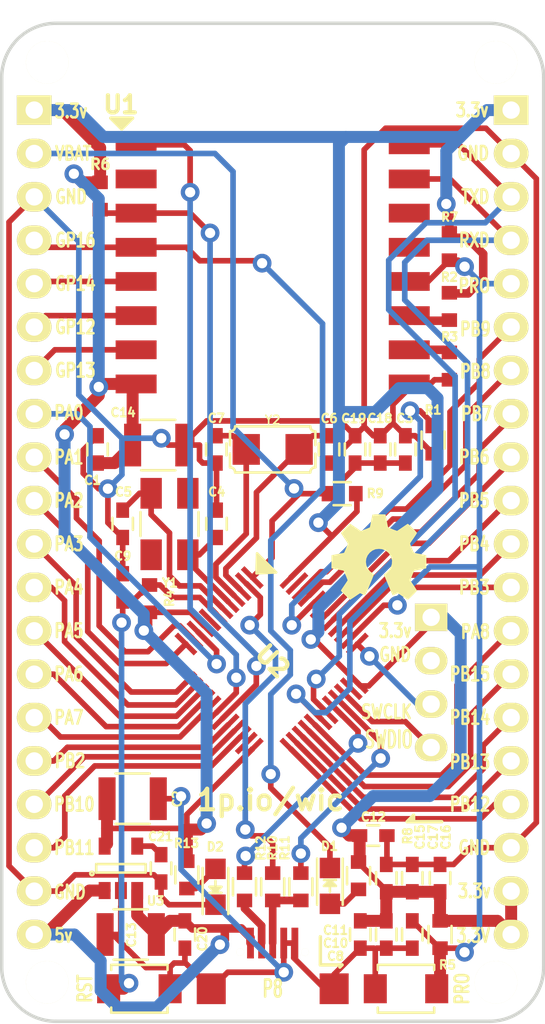
<source format=kicad_pcb>
(kicad_pcb (version 20171130) (host pcbnew "(5.1.12)-1")

  (general
    (thickness 1.6)
    (drawings 68)
    (tracks 701)
    (zones 0)
    (modules 52)
    (nets 58)
  )

  (page A4)
  (layers
    (0 F.Cu signal)
    (31 B.Cu signal)
    (33 F.Adhes user hide)
    (35 F.Paste user hide)
    (37 F.SilkS user hide)
    (39 F.Mask user hide)
    (40 Dwgs.User user hide)
    (41 Cmts.User user hide)
    (42 Eco1.User user hide)
    (43 Eco2.User user hide)
    (44 Edge.Cuts user)
    (45 Margin user hide)
    (47 F.CrtYd user hide)
    (49 F.Fab user hide)
  )

  (setup
    (last_trace_width 0.33)
    (trace_clearance 0.254)
    (zone_clearance 0.5)
    (zone_45_only yes)
    (trace_min 0.33)
    (via_size 1.1)
    (via_drill 0.6)
    (via_min_size 1.1)
    (via_min_drill 0.6)
    (uvia_size 0.3)
    (uvia_drill 0.1)
    (uvias_allowed no)
    (uvia_min_size 0.3)
    (uvia_min_drill 0.1)
    (edge_width 0.2)
    (segment_width 0.2)
    (pcb_text_width 0.15)
    (pcb_text_size 0.6 0.8)
    (mod_edge_width 0.15)
    (mod_text_size 1 1)
    (mod_text_width 0.15)
    (pad_size 1.9 1.6)
    (pad_drill 1.016)
    (pad_to_mask_clearance 0.2)
    (aux_axis_origin 139.827 76.073)
    (visible_elements 7FFFFFFF)
    (pcbplotparams
      (layerselection 0x010a0_ffffffff)
      (usegerberextensions true)
      (usegerberattributes true)
      (usegerberadvancedattributes true)
      (creategerberjobfile true)
      (excludeedgelayer true)
      (linewidth 0.100000)
      (plotframeref false)
      (viasonmask false)
      (mode 1)
      (useauxorigin false)
      (hpglpennumber 1)
      (hpglpenspeed 20)
      (hpglpendiameter 15.000000)
      (psnegative false)
      (psa4output false)
      (plotreference true)
      (plotvalue true)
      (plotinvisibletext false)
      (padsonsilk false)
      (subtractmaskfromsilk false)
      (outputformat 1)
      (mirror false)
      (drillshape 0)
      (scaleselection 1)
      (outputdirectory "assets/gerber/"))
  )

  (net 0 "")
  (net 1 +3V3)
  (net 2 GNDREF)
  (net 3 /VBAT)
  (net 4 "Net-(C4-Pad1)")
  (net 5 "Net-(C5-Pad1)")
  (net 6 "Net-(C6-Pad1)")
  (net 7 "Net-(C7-Pad1)")
  (net 8 /ESP_PRO)
  (net 9 /RST)
  (net 10 +5V)
  (net 11 "Net-(C21-Pad1)")
  (net 12 "Net-(D1-Pad2)")
  (net 13 /GPIO16)
  (net 14 "Net-(D2-Pad2)")
  (net 15 GPIO14)
  (net 16 GPIO12)
  (net 17 GPIO13)
  (net 18 PA0)
  (net 19 PA1)
  (net 20 PA2)
  (net 21 PA3)
  (net 22 PA4)
  (net 23 PA5)
  (net 24 PA6)
  (net 25 PA7)
  (net 26 PB2)
  (net 27 PB10)
  (net 28 PB11)
  (net 29 /ESP_TXD)
  (net 30 /ESP_RXD)
  (net 31 PB9)
  (net 32 PB8)
  (net 33 PB7)
  (net 34 PB6)
  (net 35 PB5)
  (net 36 PB4)
  (net 37 PB3)
  (net 38 PB15)
  (net 39 PB14)
  (net 40 PB13)
  (net 41 PB12)
  (net 42 /SWCLK)
  (net 43 /SWDIO)
  (net 44 "Net-(P8-Pad2)")
  (net 45 "Net-(P8-Pad3)")
  (net 46 "Net-(R1-Pad1)")
  (net 47 "Net-(R2-Pad2)")
  (net 48 "Net-(R3-Pad1)")
  (net 49 /CH_PD)
  (net 50 /USB_DIS)
  (net 51 /USB_DP)
  (net 52 /USB_DM)
  (net 53 /ESP_RST)
  (net 54 "Net-(U1-Pad2)")
  (net 55 "Net-(U1-Pad13)")
  (net 56 "Net-(U1-Pad14)")
  (net 57 PA8)

  (net_class Default "This is the default net class."
    (clearance 0.254)
    (trace_width 0.33)
    (via_dia 1.1)
    (via_drill 0.6)
    (uvia_dia 0.3)
    (uvia_drill 0.1)
    (add_net +3V3)
    (add_net +5V)
    (add_net /CH_PD)
    (add_net /ESP_PRO)
    (add_net /ESP_RST)
    (add_net /ESP_RXD)
    (add_net /ESP_TXD)
    (add_net /GPIO16)
    (add_net /RST)
    (add_net /SWCLK)
    (add_net /SWDIO)
    (add_net /USB_DIS)
    (add_net /USB_DM)
    (add_net /USB_DP)
    (add_net /VBAT)
    (add_net GNDREF)
    (add_net GPIO12)
    (add_net GPIO13)
    (add_net GPIO14)
    (add_net "Net-(C21-Pad1)")
    (add_net "Net-(C4-Pad1)")
    (add_net "Net-(C5-Pad1)")
    (add_net "Net-(C6-Pad1)")
    (add_net "Net-(C7-Pad1)")
    (add_net "Net-(D1-Pad2)")
    (add_net "Net-(D2-Pad2)")
    (add_net "Net-(P8-Pad2)")
    (add_net "Net-(P8-Pad3)")
    (add_net "Net-(R1-Pad1)")
    (add_net "Net-(R2-Pad2)")
    (add_net "Net-(R3-Pad1)")
    (add_net "Net-(U1-Pad13)")
    (add_net "Net-(U1-Pad14)")
    (add_net "Net-(U1-Pad2)")
    (add_net PA0)
    (add_net PA1)
    (add_net PA2)
    (add_net PA3)
    (add_net PA4)
    (add_net PA5)
    (add_net PA6)
    (add_net PA7)
    (add_net PA8)
    (add_net PB10)
    (add_net PB11)
    (add_net PB12)
    (add_net PB13)
    (add_net PB14)
    (add_net PB15)
    (add_net PB2)
    (add_net PB3)
    (add_net PB4)
    (add_net PB5)
    (add_net PB6)
    (add_net PB7)
    (add_net PB8)
    (add_net PB9)
  )

  (module lib:C_0603 (layer F.Cu) (tedit 57C013EA) (tstamp 57BBDDE5)
    (at 133.452 83.4009 270)
    (descr "Capacitor SMD 0603, hand soldering")
    (tags "capacitor 0603")
    (path /57925064)
    (attr smd)
    (fp_text reference C5 (at -1.8669 -0.0508 180) (layer F.SilkS)
      (effects (font (size 0.5 0.5) (thickness 0.125)))
    )
    (fp_text value 10pF (at 0 1.15 270) (layer F.Fab) hide
      (effects (font (size 0.6 0.6) (thickness 0.15)))
    )
    (fp_line (start 0.35 0.6) (end -0.35 0.6) (layer F.SilkS) (width 0.15))
    (fp_line (start -0.35 -0.6) (end 0.35 -0.6) (layer F.SilkS) (width 0.15))
    (fp_line (start 1.85 -0.75) (end 1.85 0.75) (layer F.CrtYd) (width 0.05))
    (fp_line (start -1.85 -0.75) (end -1.85 0.75) (layer F.CrtYd) (width 0.05))
    (fp_line (start -1.85 0.75) (end 1.85 0.75) (layer F.CrtYd) (width 0.05))
    (fp_line (start -1.85 -0.75) (end 1.85 -0.75) (layer F.CrtYd) (width 0.05))
    (pad 1 smd rect (at -0.8 0 270) (size 0.9 0.75) (layers F.Cu F.Paste F.Mask)
      (net 5 "Net-(C5-Pad1)"))
    (pad 2 smd rect (at 0.8 0 270) (size 0.9 0.75) (layers F.Cu F.Paste F.Mask)
      (net 2 GNDREF))
    (model Capacitors_SMD.3dshapes/C_0603_HandSoldering.wrl
      (at (xyz 0 0 0))
      (scale (xyz 1 1 1))
      (rotate (xyz 0 0 0))
    )
  )

  (module lib:Micro_usb_B_smd (layer F.Cu) (tedit 57BFFC54) (tstamp 57BBDF59)
    (at 142.24 110.617)
    (descr "USB B micro SMD connector with retention pins")
    (path /57920CE2)
    (fp_text reference P8 (at 0 0) (layer F.SilkS)
      (effects (font (size 1 0.6) (thickness 0.15)))
    )
    (fp_text value USB (at -0.02 -0.06) (layer F.SilkS) hide
      (effects (font (size 0.50038 0.50038) (thickness 0.09906)))
    )
    (fp_line (start -5.2 -3.8) (end -5.2 2) (layer F.CrtYd) (width 0.15))
    (fp_line (start 5.2 -3.8) (end -5.2 -3.8) (layer F.CrtYd) (width 0.15))
    (fp_line (start 5.2 2) (end 5.2 -3.8) (layer F.CrtYd) (width 0.15))
    (fp_line (start -5.2 2) (end 5.2 2) (layer F.CrtYd) (width 0.15))
    (pad 4 smd rect (at 3.6 0) (size 1.7 1.8) (layers F.Cu F.Paste F.Mask)
      (net 2 GNDREF))
    (pad 4 smd rect (at -3.6 0) (size 1.7 1.8) (layers F.Cu F.Paste F.Mask)
      (net 2 GNDREF))
    (pad 1 smd rect (at -1.30048 -2.67462) (size 0.4 1.8) (layers F.Cu F.Paste F.Mask)
      (net 10 +5V))
    (pad 2 smd rect (at -0.6477 -2.67462) (size 0.4 1.8) (layers F.Cu F.Paste F.Mask)
      (net 44 "Net-(P8-Pad2)"))
    (pad 3 smd rect (at 0 -2.67462) (size 0.4 1.8) (layers F.Cu F.Paste F.Mask)
      (net 45 "Net-(P8-Pad3)"))
    (pad 4 smd rect (at 0.6477 -2.67462) (size 0.4 1.8) (layers F.Cu F.Paste F.Mask)
      (net 2 GNDREF))
    (pad 5 smd rect (at 1.30048 -2.67462) (size 0.4 1.8) (layers F.Cu F.Paste F.Mask)
      (net 2 GNDREF))
    (pad "" np_thru_hole circle (at 1.89738 -2.1463) (size 0.45 0.45) (drill 0.45) (layers *.Cu *.Mask F.SilkS))
    (pad "" np_thru_hole circle (at -1.89992 -2.14884) (size 0.45 0.45) (drill 0.45) (layers *.Cu *.Mask F.SilkS))
    (model ${KIPRJMOD}/lib/Micro_usb_B_smd.wrl
      (at (xyz 0 0 0))
      (scale (xyz 1 1 1))
      (rotate (xyz 0 0 0))
    )
  )

  (module TO_SOT_Packages_SMD:SOT-23-5 (layer F.Cu) (tedit 57BFFBD8) (tstamp 57BBE084)
    (at 133.35 103.568 90)
    (descr "5-pin SOT23 package")
    (tags SOT-23-5)
    (path /5791DA89)
    (attr smd)
    (fp_text reference U3 (at -1.905 2.032 180) (layer F.SilkS)
      (effects (font (size 0.5 0.5) (thickness 0.125)))
    )
    (fp_text value LP2985LV (at -0.05 2.35 90) (layer F.Fab) hide
      (effects (font (size 1 1) (thickness 0.15)))
    )
    (fp_circle (center -0.3 -1.7) (end -0.2 -1.7) (layer F.SilkS) (width 0.15))
    (fp_line (start -0.25 -1.45) (end -0.25 1.45) (layer F.SilkS) (width 0.15))
    (fp_line (start -0.25 1.45) (end 0.25 1.45) (layer F.SilkS) (width 0.15))
    (fp_line (start 0.25 1.45) (end 0.25 -1.45) (layer F.SilkS) (width 0.15))
    (fp_line (start 0.25 -1.45) (end -0.25 -1.45) (layer F.SilkS) (width 0.15))
    (fp_line (start -1.8 1.6) (end -1.8 -1.6) (layer F.CrtYd) (width 0.05))
    (fp_line (start 1.8 1.6) (end -1.8 1.6) (layer F.CrtYd) (width 0.05))
    (fp_line (start 1.8 -1.6) (end 1.8 1.6) (layer F.CrtYd) (width 0.05))
    (fp_line (start -1.8 -1.6) (end 1.8 -1.6) (layer F.CrtYd) (width 0.05))
    (pad 1 smd rect (at -1.3 -0.955 90) (size 1 0.7) (layers F.Cu F.Paste F.Mask)
      (net 10 +5V))
    (pad 2 smd rect (at -1.3 0 90) (size 1 0.7) (layers F.Cu F.Paste F.Mask)
      (net 2 GNDREF))
    (pad 3 smd rect (at -1.3 0.955 90) (size 1 0.7) (layers F.Cu F.Paste F.Mask)
      (net 10 +5V))
    (pad 4 smd rect (at 1.3 0.955 90) (size 1 0.7) (layers F.Cu F.Paste F.Mask)
      (net 11 "Net-(C21-Pad1)"))
    (pad 5 smd rect (at 1.3 -0.955 90) (size 1 0.7) (layers F.Cu F.Paste F.Mask)
      (net 1 +3V3))
    (model TO_SOT_Packages_SMD.3dshapes/SOT-23-5.wrl
      (at (xyz 0 0 0))
      (scale (xyz 1 1 1))
      (rotate (xyz 0 0 0))
    )
  )

  (module lib:LQFP-48_Pin1.7x0.3mm_Pitch0.5mm (layer F.Cu) (tedit 653C366A) (tstamp 57BBE072)
    (at 142.176 91.567 315)
    (descr "48 LEAD LQFP 7x7mm (see MICREL LQFP7x7-48LD-PL-1.pdf)")
    (tags "QFP 0.5")
    (path /5799D49E)
    (attr smd)
    (fp_text reference U2 (at -0.044901 -0.134704 315) (layer F.SilkS)
      (effects (font (size 1 1) (thickness 0.25)))
    )
    (fp_text value STM32F103C8Tx (at 0 6 315) (layer F.Fab) hide
      (effects (font (size 1 1) (thickness 0.15)))
    )
    (fp_line (start -5.15 -3.95) (end -3.575 -3.95) (layer F.SilkS) (width 0.15))
    (fp_line (start -3.575 -3.95) (end -4.35 -3.1) (layer F.SilkS) (width 0.15))
    (fp_line (start -4.35 -3.1) (end -5.15 -3.95) (layer F.SilkS) (width 0.15))
    (fp_line (start -5.15 -3.95) (end -4.325 -3.25) (layer F.SilkS) (width 0.15))
    (fp_line (start -4.325 -3.25) (end -3.8 -3.85) (layer F.SilkS) (width 0.15))
    (fp_line (start -3.8 -3.85) (end -4.9 -3.825) (layer F.SilkS) (width 0.15))
    (fp_line (start -4.9 -3.825) (end -4.325 -3.4) (layer F.SilkS) (width 0.15))
    (fp_line (start -4.325 -3.4) (end -4 -3.775) (layer F.SilkS) (width 0.15))
    (fp_line (start -4 -3.775) (end -4.65 -3.725) (layer F.SilkS) (width 0.15))
    (fp_line (start -4.65 -3.725) (end -4.3 -3.55) (layer F.SilkS) (width 0.15))
    (fp_line (start -4.3 -3.55) (end -4.225 -3.675) (layer F.SilkS) (width 0.15))
    (fp_line (start -4.225 -3.675) (end -4.35 -3.65) (layer F.SilkS) (width 0.15))
    (pad 48 smd rect (at -2.75 -4.35 45) (size 1.6 0.3) (layers F.Cu F.Paste F.Mask)
      (net 1 +3V3))
    (pad 47 smd rect (at -2.25 -4.35 45) (size 1.6 0.3) (layers F.Cu F.Paste F.Mask))
    (pad 46 smd rect (at -1.75 -4.35 45) (size 1.6 0.3) (layers F.Cu F.Paste F.Mask)
      (net 31 PB9))
    (pad 45 smd rect (at -1.25 -4.35 45) (size 1.6 0.3) (layers F.Cu F.Paste F.Mask)
      (net 32 PB8))
    (pad 44 smd rect (at -0.75 -4.35 45) (size 1.6 0.3) (layers F.Cu F.Paste F.Mask)
      (net 46 "Net-(R1-Pad1)"))
    (pad 43 smd rect (at -0.25 -4.35 45) (size 1.6 0.3) (layers F.Cu F.Paste F.Mask)
      (net 33 PB7))
    (pad 42 smd rect (at 0.25 -4.35 45) (size 1.6 0.3) (layers F.Cu F.Paste F.Mask)
      (net 34 PB6))
    (pad 41 smd rect (at 0.75 -4.35 45) (size 1.6 0.3) (layers F.Cu F.Paste F.Mask)
      (net 35 PB5))
    (pad 40 smd rect (at 1.25 -4.35 45) (size 1.6 0.3) (layers F.Cu F.Paste F.Mask)
      (net 36 PB4))
    (pad 39 smd rect (at 1.75 -4.35 45) (size 1.6 0.3) (layers F.Cu F.Paste F.Mask)
      (net 37 PB3))
    (pad 38 smd rect (at 2.25 -4.35 45) (size 1.6 0.3) (layers F.Cu F.Paste F.Mask)
      (net 8 /ESP_PRO))
    (pad 37 smd rect (at 2.75 -4.35 45) (size 1.6 0.3) (layers F.Cu F.Paste F.Mask)
      (net 42 /SWCLK))
    (pad 36 smd rect (at 4.35 -2.75 315) (size 1.6 0.3) (layers F.Cu F.Paste F.Mask)
      (net 1 +3V3))
    (pad 35 smd rect (at 4.35 -2.25 315) (size 1.6 0.3) (layers F.Cu F.Paste F.Mask))
    (pad 34 smd rect (at 4.35 -1.75 315) (size 1.6 0.3) (layers F.Cu F.Paste F.Mask)
      (net 43 /SWDIO))
    (pad 33 smd rect (at 4.35 -1.25 315) (size 1.6 0.3) (layers F.Cu F.Paste F.Mask)
      (net 51 /USB_DP))
    (pad 32 smd rect (at 4.35 -0.75 315) (size 1.6 0.3) (layers F.Cu F.Paste F.Mask)
      (net 52 /USB_DM))
    (pad 31 smd rect (at 4.35 -0.25 315) (size 1.6 0.3) (layers F.Cu F.Paste F.Mask)
      (net 29 /ESP_TXD))
    (pad 30 smd rect (at 4.35 0.25 315) (size 1.6 0.3) (layers F.Cu F.Paste F.Mask)
      (net 30 /ESP_RXD))
    (pad 29 smd rect (at 4.35 0.75 315) (size 1.6 0.3) (layers F.Cu F.Paste F.Mask)
      (net 57 PA8))
    (pad 28 smd rect (at 4.35 1.25 315) (size 1.6 0.3) (layers F.Cu F.Paste F.Mask)
      (net 38 PB15))
    (pad 27 smd rect (at 4.35 1.75 315) (size 1.6 0.3) (layers F.Cu F.Paste F.Mask)
      (net 39 PB14))
    (pad 26 smd rect (at 4.35 2.25 315) (size 1.6 0.3) (layers F.Cu F.Paste F.Mask)
      (net 40 PB13))
    (pad 25 smd rect (at 4.35 2.75 315) (size 1.6 0.3) (layers F.Cu F.Paste F.Mask)
      (net 41 PB12))
    (pad 24 smd rect (at 2.75 4.35 45) (size 1.6 0.3) (layers F.Cu F.Paste F.Mask)
      (net 1 +3V3))
    (pad 23 smd rect (at 2.25 4.35 45) (size 1.6 0.3) (layers F.Cu F.Paste F.Mask))
    (pad 22 smd rect (at 1.75 4.35 45) (size 1.6 0.3) (layers F.Cu F.Paste F.Mask)
      (net 28 PB11))
    (pad 21 smd rect (at 1.25 4.35 45) (size 1.6 0.3) (layers F.Cu F.Paste F.Mask)
      (net 27 PB10))
    (pad 20 smd rect (at 0.75 4.35 45) (size 1.6 0.3) (layers F.Cu F.Paste F.Mask)
      (net 26 PB2))
    (pad 19 smd rect (at 0.25 4.35 45) (size 1.6 0.3) (layers F.Cu F.Paste F.Mask)
      (net 49 /CH_PD))
    (pad 18 smd rect (at -0.25 4.35 45) (size 1.6 0.3) (layers F.Cu F.Paste F.Mask)
      (net 53 /ESP_RST))
    (pad 17 smd rect (at -0.75 4.35 45) (size 1.6 0.3) (layers F.Cu F.Paste F.Mask)
      (net 25 PA7))
    (pad 16 smd rect (at -1.25 4.35 45) (size 1.6 0.3) (layers F.Cu F.Paste F.Mask)
      (net 24 PA6))
    (pad 15 smd rect (at -1.75 4.35 45) (size 1.6 0.3) (layers F.Cu F.Paste F.Mask)
      (net 23 PA5))
    (pad 14 smd rect (at -2.25 4.35 45) (size 1.6 0.3) (layers F.Cu F.Paste F.Mask)
      (net 22 PA4))
    (pad 13 smd rect (at -2.75 4.35 45) (size 1.6 0.3) (layers F.Cu F.Paste F.Mask)
      (net 21 PA3))
    (pad 12 smd rect (at -4.35 2.75 315) (size 1.6 0.3) (layers F.Cu F.Paste F.Mask)
      (net 20 PA2))
    (pad 11 smd rect (at -4.35 2.25 315) (size 1.6 0.3) (layers F.Cu F.Paste F.Mask)
      (net 19 PA1))
    (pad 10 smd rect (at -4.35 1.75 315) (size 1.6 0.3) (layers F.Cu F.Paste F.Mask)
      (net 18 PA0))
    (pad 9 smd rect (at -4.35 1.25 315) (size 1.6 0.3) (layers F.Cu F.Paste F.Mask)
      (net 1 +3V3))
    (pad 8 smd rect (at -4.35 0.750001 315) (size 1.6 0.3) (layers F.Cu F.Paste F.Mask))
    (pad 7 smd rect (at -4.35 0.25 315) (size 1.6 0.3) (layers F.Cu F.Paste F.Mask)
      (net 9 /RST))
    (pad 6 smd rect (at -4.35 -0.25 315) (size 1.6 0.3) (layers F.Cu F.Paste F.Mask)
      (net 5 "Net-(C5-Pad1)"))
    (pad 5 smd rect (at -4.35 -0.75 315) (size 1.6 0.3) (layers F.Cu F.Paste F.Mask)
      (net 4 "Net-(C4-Pad1)"))
    (pad 4 smd rect (at -4.35 -1.25 315) (size 1.6 0.3) (layers F.Cu F.Paste F.Mask)
      (net 7 "Net-(C7-Pad1)"))
    (pad 3 smd rect (at -4.35 -1.75 315) (size 1.6 0.3) (layers F.Cu F.Paste F.Mask)
      (net 6 "Net-(C6-Pad1)"))
    (pad 2 smd rect (at -4.35 -2.25 315) (size 1.6 0.3) (layers F.Cu F.Paste F.Mask)
      (net 50 /USB_DIS))
    (pad 1 smd rect (at -4.35 -2.75 315) (size 1.6 0.3) (layers F.Cu F.Paste F.Mask)
      (net 3 /VBAT))
    (model ${KIPRJMOD}/lib/LQFP-48_Pin1.7x0.3mm_Pitch0.5mm.wrl
      (at (xyz 0 0 0))
      (scale (xyz 1 1 1))
      (rotate (xyz 0 0 90))
    )
  )

  (module lib:C_0603 (layer F.Cu) (tedit 57BD385E) (tstamp 57BBDE2D)
    (at 147.371 107.442 90)
    (descr "Capacitor SMD 0603, hand soldering")
    (tags "capacitor 0603")
    (path /5791EA03)
    (attr smd)
    (fp_text reference C11 (at 0.254 -1.4478) (layer F.SilkS)
      (effects (font (size 0.5 0.5) (thickness 0.125)))
    )
    (fp_text value 0.1uF (at 0 1.15 90) (layer F.Fab) hide
      (effects (font (size 0.6 0.6) (thickness 0.15)))
    )
    (fp_line (start 0.35 0.6) (end -0.35 0.6) (layer F.SilkS) (width 0.15))
    (fp_line (start -0.35 -0.6) (end 0.35 -0.6) (layer F.SilkS) (width 0.15))
    (fp_line (start 1.85 -0.75) (end 1.85 0.75) (layer F.CrtYd) (width 0.05))
    (fp_line (start -1.85 -0.75) (end -1.85 0.75) (layer F.CrtYd) (width 0.05))
    (fp_line (start -1.85 0.75) (end 1.85 0.75) (layer F.CrtYd) (width 0.05))
    (fp_line (start -1.85 -0.75) (end 1.85 -0.75) (layer F.CrtYd) (width 0.05))
    (pad 1 smd rect (at -0.8 0 90) (size 0.9 0.75) (layers F.Cu F.Paste F.Mask)
      (net 2 GNDREF))
    (pad 2 smd rect (at 0.8 0 90) (size 0.9 0.75) (layers F.Cu F.Paste F.Mask)
      (net 1 +3V3))
    (model Capacitors_SMD.3dshapes/C_0603_HandSoldering.wrl
      (at (xyz 0 0 0))
      (scale (xyz 1 1 1))
      (rotate (xyz 0 0 0))
    )
  )

  (module lib:ESP-07v2-smd-16pin (layer F.Cu) (tedit 57BFEA21) (tstamp 57BBE02C)
    (at 134.239 61.214)
    (descr "Module, ESP-8266, ESP-12, 16 pad, SMD")
    (tags "Module ESP-8266 ESP8266")
    (path /57AA136C)
    (fp_text reference U1 (at -0.889 -2.3495) (layer F.SilkS)
      (effects (font (size 1 1) (thickness 0.25)))
    )
    (fp_text value ESP-07v2 (at 7.855 0.163799) (layer F.Fab)
      (effects (font (size 1 1) (thickness 0.15)))
    )
    (fp_line (start 0 -8.4) (end 16 -8.4) (layer F.Fab) (width 0.1524))
    (fp_line (start 0 15.6) (end 0 -8.4) (layer F.Fab) (width 0.1524))
    (fp_line (start 16 15.6) (end 0 15.6) (layer F.Fab) (width 0.1524))
    (fp_line (start 16 -8.4) (end 16 15.6) (layer F.Fab) (width 0.1524))
    (fp_line (start 16 -8.4) (end 0 -8.4) (layer F.CrtYd) (width 0.1524))
    (fp_line (start 16 -2.6) (end 16 -8.4) (layer F.CrtYd) (width 0.1524))
    (fp_line (start 0 -2.6) (end 16 -2.6) (layer F.CrtYd) (width 0.1524))
    (fp_line (start 0 -8.4) (end 0 -2.6) (layer F.CrtYd) (width 0.1524))
    (fp_line (start 0 -8.4) (end 16 -2.6) (layer F.CrtYd) (width 0.1524))
    (fp_line (start 16 -8.4) (end 0 -2.6) (layer F.CrtYd) (width 0.1524))
    (fp_text user "No Copper" (at 7.9 -5.4) (layer F.CrtYd)
      (effects (font (size 1 1) (thickness 0.15)))
    )
    (pad 1 smd roundrect (at 0 0) (size 2.4 1.1) (layers F.Cu F.Paste F.Mask) (roundrect_rratio 0.25)
      (net 53 /ESP_RST))
    (pad 2 smd rect (at 0 2) (size 2.4 1.1) (layers F.Cu F.Paste F.Mask)
      (net 54 "Net-(U1-Pad2)"))
    (pad 3 smd rect (at 0 4) (size 2.4 1.1) (layers F.Cu F.Paste F.Mask)
      (net 49 /CH_PD))
    (pad 4 smd rect (at 0 6) (size 2.4 1.1) (layers F.Cu F.Paste F.Mask)
      (net 13 /GPIO16))
    (pad 5 smd rect (at 0 8) (size 2.4 1.1) (layers F.Cu F.Paste F.Mask)
      (net 15 GPIO14))
    (pad 6 smd rect (at 0 10) (size 2.4 1.1) (layers F.Cu F.Paste F.Mask)
      (net 16 GPIO12))
    (pad 7 smd rect (at 0 12) (size 2.4 1.1) (layers F.Cu F.Paste F.Mask)
      (net 17 GPIO13))
    (pad 8 smd rect (at 0 14) (size 2.4 1.1) (layers F.Cu F.Paste F.Mask)
      (net 1 +3V3))
    (pad 9 smd rect (at 16 14) (size 2.4 1.1) (layers F.Cu F.Paste F.Mask)
      (net 2 GNDREF))
    (pad 10 smd rect (at 16 12) (size 2.4 1.1) (layers F.Cu F.Paste F.Mask)
      (net 48 "Net-(R3-Pad1)"))
    (pad 11 smd rect (at 16 10) (size 2.4 1.1) (layers F.Cu F.Paste F.Mask)
      (net 47 "Net-(R2-Pad2)"))
    (pad 12 smd rect (at 16 8) (size 2.4 1.1) (layers F.Cu F.Paste F.Mask)
      (net 8 /ESP_PRO))
    (pad 13 smd rect (at 16 6) (size 2.4 1.1) (layers F.Cu F.Paste F.Mask)
      (net 55 "Net-(U1-Pad13)"))
    (pad 14 smd rect (at 16 4) (size 2.4 1.1) (layers F.Cu F.Paste F.Mask)
      (net 56 "Net-(U1-Pad14)"))
    (pad 15 smd rect (at 16 2) (size 2.4 1.1) (layers F.Cu F.Paste F.Mask)
      (net 30 /ESP_RXD))
    (pad 16 smd rect (at 16 0) (size 2.4 1.1) (layers F.Cu F.Paste F.Mask)
      (net 29 /ESP_TXD))
    (model ${KIPRJMOD}/lib/ESP-12.wrl
      (offset (xyz 0.9999999849815068 0 0))
      (scale (xyz 0.3937 0.3937 0.3937))
      (rotate (xyz 0 0 0))
    )
  )

  (module lib:C_0603 (layer F.Cu) (tedit 57C01893) (tstamp 57BBDE15)
    (at 133.452 87.122 90)
    (descr "Capacitor SMD 0603, hand soldering")
    (tags "capacitor 0603")
    (path /57923282)
    (attr smd)
    (fp_text reference C9 (at 1.8288 0) (layer F.SilkS)
      (effects (font (size 0.5 0.5) (thickness 0.125)))
    )
    (fp_text value 0.1uF (at 0 1.15 90) (layer F.Fab) hide
      (effects (font (size 0.6 0.6) (thickness 0.15)))
    )
    (fp_line (start 1.85 -0.75) (end 1.85 0.75) (layer F.CrtYd) (width 0.05))
    (fp_line (start -1.85 -0.75) (end -1.85 0.75) (layer F.CrtYd) (width 0.05))
    (fp_line (start -1.85 0.75) (end 1.85 0.75) (layer F.CrtYd) (width 0.05))
    (fp_line (start -1.85 -0.75) (end 1.85 -0.75) (layer F.CrtYd) (width 0.05))
    (pad 1 smd rect (at -0.8 0 90) (size 0.9 0.75) (layers F.Cu F.Paste F.Mask)
      (net 9 /RST))
    (pad 2 smd rect (at 0.8 0 90) (size 0.9 0.75) (layers F.Cu F.Paste F.Mask)
      (net 2 GNDREF))
    (model Capacitors_SMD.3dshapes/C_0603_HandSoldering.wrl
      (at (xyz 0 0 0))
      (scale (xyz 1 1 1))
      (rotate (xyz 0 0 0))
    )
  )

  (module lib:R_0603 (layer F.Cu) (tedit 57BFC4D4) (tstamp 57BBDF89)
    (at 135.026 87.7824 270)
    (descr "Resistor SMD 0603, reflow soldering, Vishay (see dcrcw.pdf)")
    (tags "resistor 0603")
    (path /5792320A)
    (attr smd)
    (fp_text reference R4 (at -0.0127 -1.1684 90) (layer F.SilkS)
      (effects (font (size 0.5 0.5) (thickness 0.125)))
    )
    (fp_text value 10K (at 0 1.9 270) (layer F.Fab) hide
      (effects (font (size 0.6 0.6) (thickness 0.15)))
    )
    (fp_line (start 1.3 -0.8) (end 1.3 0.8) (layer F.CrtYd) (width 0.05))
    (fp_line (start -1.3 -0.8) (end -1.3 0.8) (layer F.CrtYd) (width 0.05))
    (fp_line (start -1.3 0.8) (end 1.3 0.8) (layer F.CrtYd) (width 0.05))
    (fp_line (start -1.3 -0.8) (end 1.3 -0.8) (layer F.CrtYd) (width 0.05))
    (pad 1 smd rect (at -0.8 0 270) (size 0.8 0.9) (layers F.Cu F.Paste F.Mask)
      (net 9 /RST))
    (pad 2 smd rect (at 0.8 0 270) (size 0.8 0.9) (layers F.Cu F.Paste F.Mask)
      (net 1 +3V3))
    (model Resistors_SMD.3dshapes/R_0603.wrl
      (at (xyz 0 0 0))
      (scale (xyz 1 1 1))
      (rotate (xyz 0 0 0))
    )
  )

  (module lib:R_0603 (layer F.Cu) (tedit 57BFC318) (tstamp 57BBDF7D)
    (at 152.59 74.168 270)
    (descr "Resistor SMD 0603, reflow soldering, Vishay (see dcrcw.pdf)")
    (tags "resistor 0603")
    (path /5792D5C5)
    (attr smd)
    (fp_text reference R3 (at -1.7145 -0.0127) (layer F.SilkS)
      (effects (font (size 0.5 0.5) (thickness 0.125)))
    )
    (fp_text value 10K (at 0 1.9 270) (layer F.Fab) hide
      (effects (font (size 0.6 0.6) (thickness 0.15)))
    )
    (fp_line (start 1.3 -0.8) (end 1.3 0.8) (layer F.CrtYd) (width 0.05))
    (fp_line (start -1.3 -0.8) (end -1.3 0.8) (layer F.CrtYd) (width 0.05))
    (fp_line (start -1.3 0.8) (end 1.3 0.8) (layer F.CrtYd) (width 0.05))
    (fp_line (start -1.3 -0.8) (end 1.3 -0.8) (layer F.CrtYd) (width 0.05))
    (pad 1 smd rect (at -0.8 0 270) (size 0.8 0.9) (layers F.Cu F.Paste F.Mask)
      (net 48 "Net-(R3-Pad1)"))
    (pad 2 smd rect (at 0.8 0 270) (size 0.8 0.9) (layers F.Cu F.Paste F.Mask)
      (net 2 GNDREF))
    (model Resistors_SMD.3dshapes/R_0603.wrl
      (at (xyz 0 0 0))
      (scale (xyz 1 1 1))
      (rotate (xyz 0 0 0))
    )
  )

  (module lib:R_0603 (layer F.Cu) (tedit 57BFC2D7) (tstamp 57BBDF71)
    (at 152.59 70.6755 270)
    (descr "Resistor SMD 0603, reflow soldering, Vishay (see dcrcw.pdf)")
    (tags "resistor 0603")
    (path /5792D88E)
    (attr smd)
    (fp_text reference R2 (at -1.7145 0) (layer F.SilkS)
      (effects (font (size 0.5 0.5) (thickness 0.125)))
    )
    (fp_text value 10K (at 0 1.9 270) (layer F.Fab) hide
      (effects (font (size 0.6 0.6) (thickness 0.15)))
    )
    (fp_line (start 1.3 -0.8) (end 1.3 0.8) (layer F.CrtYd) (width 0.05))
    (fp_line (start -1.3 -0.8) (end -1.3 0.8) (layer F.CrtYd) (width 0.05))
    (fp_line (start -1.3 0.8) (end 1.3 0.8) (layer F.CrtYd) (width 0.05))
    (fp_line (start -1.3 -0.8) (end 1.3 -0.8) (layer F.CrtYd) (width 0.05))
    (pad 1 smd rect (at -0.8 0 270) (size 0.8 0.9) (layers F.Cu F.Paste F.Mask)
      (net 1 +3V3))
    (pad 2 smd rect (at 0.8 0 270) (size 0.8 0.9) (layers F.Cu F.Paste F.Mask)
      (net 47 "Net-(R2-Pad2)"))
    (model Resistors_SMD.3dshapes/R_0603.wrl
      (at (xyz 0 0 0))
      (scale (xyz 1 1 1))
      (rotate (xyz 0 0 0))
    )
  )

  (module lib:R_0603 (layer F.Cu) (tedit 57BFC2D5) (tstamp 57BBDFAD)
    (at 152.59 67.1704 270)
    (descr "Resistor SMD 0603, reflow soldering, Vishay (see dcrcw.pdf)")
    (tags "resistor 0603")
    (path /57BC64A0)
    (attr smd)
    (fp_text reference R7 (at -1.72984 -0.0127) (layer F.SilkS)
      (effects (font (size 0.5 0.5) (thickness 0.125)))
    )
    (fp_text value 10k (at 0 1.9 270) (layer F.Fab) hide
      (effects (font (size 0.6 0.6) (thickness 0.15)))
    )
    (fp_line (start 1.3 -0.8) (end 1.3 0.8) (layer F.CrtYd) (width 0.05))
    (fp_line (start -1.3 -0.8) (end -1.3 0.8) (layer F.CrtYd) (width 0.05))
    (fp_line (start -1.3 0.8) (end 1.3 0.8) (layer F.CrtYd) (width 0.05))
    (fp_line (start -1.3 -0.8) (end 1.3 -0.8) (layer F.CrtYd) (width 0.05))
    (pad 1 smd rect (at -0.8 0 270) (size 0.8 0.9) (layers F.Cu F.Paste F.Mask)
      (net 1 +3V3))
    (pad 2 smd rect (at 0.8 0 270) (size 0.8 0.9) (layers F.Cu F.Paste F.Mask)
      (net 8 /ESP_PRO))
    (model Resistors_SMD.3dshapes/R_0603.wrl
      (at (xyz 0 0 0))
      (scale (xyz 1 1 1))
      (rotate (xyz 0 0 0))
    )
  )

  (module lib:R_0603 (layer F.Cu) (tedit 57BFCF39) (tstamp 57BBDFA1)
    (at 132.131 64.2112 270)
    (descr "Resistor SMD 0603, reflow soldering, Vishay (see dcrcw.pdf)")
    (tags "resistor 0603")
    (path /57BC518A)
    (attr smd)
    (fp_text reference R6 (at -1.8542 -0.0127) (layer F.SilkS)
      (effects (font (size 0.6 0.6) (thickness 0.15)))
    )
    (fp_text value 10k (at 0 1.9 270) (layer F.Fab) hide
      (effects (font (size 0.6 0.6) (thickness 0.15)))
    )
    (fp_line (start 1.3 -0.8) (end 1.3 0.8) (layer F.CrtYd) (width 0.05))
    (fp_line (start -1.3 -0.8) (end -1.3 0.8) (layer F.CrtYd) (width 0.05))
    (fp_line (start -1.3 0.8) (end 1.3 0.8) (layer F.CrtYd) (width 0.05))
    (fp_line (start -1.3 -0.8) (end 1.3 -0.8) (layer F.CrtYd) (width 0.05))
    (pad 1 smd rect (at -0.8 0 270) (size 0.8 0.9) (layers F.Cu F.Paste F.Mask)
      (net 1 +3V3))
    (pad 2 smd rect (at 0.8 0 270) (size 0.8 0.9) (layers F.Cu F.Paste F.Mask)
      (net 49 /CH_PD))
    (model Resistors_SMD.3dshapes/R_0603.wrl
      (at (xyz 0 0 0))
      (scale (xyz 1 1 1))
      (rotate (xyz 0 0 0))
    )
  )

  (module Pin_Headers:Pin_Header_Straight_1x04 (layer F.Cu) (tedit 653C36F3) (tstamp 57BBDF48)
    (at 151.524 88.8746)
    (descr "Through hole pin header")
    (tags "pin header")
    (path /579242CA)
    (fp_text reference P7 (at 0.1524 -1.6256) (layer F.SilkS) hide
      (effects (font (size 1 1) (thickness 0.15)))
    )
    (fp_text value CONN_01X04 (at 0 -3.1) (layer F.Fab) hide
      (effects (font (size 1 1) (thickness 0.15)))
    )
    (pad 1 thru_hole rect (at 0 0) (size 1.9 1.6) (drill 1.016) (layers *.Cu *.Mask F.SilkS)
      (net 1 +3V3))
    (pad 2 thru_hole oval (at 0 2.54) (size 1.9 1.6) (drill 1.016) (layers *.Cu *.Mask F.SilkS))
    (pad 3 thru_hole oval (at 0 5.08) (size 1.9 1.6) (drill 1.016) (layers *.Cu *.Mask F.SilkS)
      (net 42 /SWCLK))
    (pad 4 thru_hole oval (at 0 7.62) (size 1.9 1.6) (drill 1.016) (layers *.Cu *.Mask F.SilkS)
      (net 43 /SWDIO))
  )

  (module Pin_Headers:Pin_Header_Straight_1x20 (layer F.Cu) (tedit 57BC66C7) (tstamp 57BBDF21)
    (at 156.21 59.182)
    (descr "Through hole pin header")
    (tags "pin header")
    (path /57B58B3F)
    (fp_text reference P2 (at -2.032 0) (layer F.SilkS) hide
      (effects (font (size 1 1) (thickness 0.15)))
    )
    (fp_text value CONN_01X20 (at 0 -3.1) (layer F.Fab) hide
      (effects (font (size 1 1) (thickness 0.15)))
    )
    (pad 1 thru_hole rect (at 0 0) (size 2.032 1.7272) (drill 1.016) (layers *.Cu *.Mask F.SilkS)
      (net 1 +3V3))
    (pad 2 thru_hole oval (at 0 2.54) (size 2.032 1.7272) (drill 1.016) (layers *.Cu *.Mask F.SilkS)
      (net 2 GNDREF))
    (pad 3 thru_hole oval (at 0 5.08) (size 2.032 1.7272) (drill 1.016) (layers *.Cu *.Mask F.SilkS)
      (net 29 /ESP_TXD))
    (pad 4 thru_hole oval (at 0 7.62) (size 2.032 1.7272) (drill 1.016) (layers *.Cu *.Mask F.SilkS)
      (net 30 /ESP_RXD))
    (pad 5 thru_hole oval (at 0 10.16) (size 2.032 1.7272) (drill 1.016) (layers *.Cu *.Mask F.SilkS)
      (net 8 /ESP_PRO))
    (pad 6 thru_hole oval (at 0 12.7) (size 2.032 1.7272) (drill 1.016) (layers *.Cu *.Mask F.SilkS)
      (net 31 PB9))
    (pad 7 thru_hole oval (at 0 15.24) (size 2.032 1.7272) (drill 1.016) (layers *.Cu *.Mask F.SilkS)
      (net 32 PB8))
    (pad 8 thru_hole oval (at 0 17.78) (size 2.032 1.7272) (drill 1.016) (layers *.Cu *.Mask F.SilkS)
      (net 33 PB7))
    (pad 9 thru_hole oval (at 0 20.32) (size 2.032 1.7272) (drill 1.016) (layers *.Cu *.Mask F.SilkS)
      (net 34 PB6))
    (pad 10 thru_hole oval (at 0 22.86) (size 2.032 1.7272) (drill 1.016) (layers *.Cu *.Mask F.SilkS)
      (net 35 PB5))
    (pad 11 thru_hole oval (at 0 25.4) (size 2.032 1.7272) (drill 1.016) (layers *.Cu *.Mask F.SilkS)
      (net 36 PB4))
    (pad 12 thru_hole oval (at 0 27.94) (size 2.032 1.7272) (drill 1.016) (layers *.Cu *.Mask F.SilkS)
      (net 37 PB3))
    (pad 13 thru_hole oval (at 0 30.48) (size 2.032 1.7272) (drill 1.016) (layers *.Cu *.Mask F.SilkS)
      (net 57 PA8))
    (pad 14 thru_hole oval (at 0 33.02) (size 2.032 1.7272) (drill 1.016) (layers *.Cu *.Mask F.SilkS)
      (net 38 PB15))
    (pad 15 thru_hole oval (at 0 35.56) (size 2.032 1.7272) (drill 1.016) (layers *.Cu *.Mask F.SilkS)
      (net 39 PB14))
    (pad 16 thru_hole oval (at 0 38.1) (size 2.032 1.7272) (drill 1.016) (layers *.Cu *.Mask F.SilkS)
      (net 40 PB13))
    (pad 17 thru_hole oval (at 0 40.64) (size 2.032 1.7272) (drill 1.016) (layers *.Cu *.Mask F.SilkS)
      (net 41 PB12))
    (pad 18 thru_hole oval (at 0 43.18) (size 2.032 1.7272) (drill 1.016) (layers *.Cu *.Mask F.SilkS)
      (net 2 GNDREF))
    (pad 19 thru_hole oval (at 0 45.72) (size 2.032 1.7272) (drill 1.016) (layers *.Cu *.Mask F.SilkS)
      (net 1 +3V3))
    (pad 20 thru_hole oval (at 0 48.26) (size 2.032 1.7272) (drill 1.016) (layers *.Cu *.Mask F.SilkS)
      (net 1 +3V3))
  )

  (module Pin_Headers:Pin_Header_Straight_1x20 (layer F.Cu) (tedit 57BC65D1) (tstamp 57BBDEFE)
    (at 128.27 59.182)
    (descr "Through hole pin header")
    (tags "pin header")
    (path /57B589BB)
    (fp_text reference P1 (at 0.127 -1.397) (layer F.SilkS) hide
      (effects (font (size 1 1) (thickness 0.15)))
    )
    (fp_text value CONN_01X20 (at 0 -3.1) (layer F.Fab) hide
      (effects (font (size 1 1) (thickness 0.15)))
    )
    (pad 1 thru_hole rect (at 0 0) (size 2.032 1.7272) (drill 1.016) (layers *.Cu *.Mask F.SilkS)
      (net 1 +3V3))
    (pad 2 thru_hole oval (at 0 2.54) (size 2.032 1.7272) (drill 1.016) (layers *.Cu *.Mask F.SilkS)
      (net 3 /VBAT))
    (pad 3 thru_hole oval (at 0 5.08) (size 2.032 1.7272) (drill 1.016) (layers *.Cu *.Mask F.SilkS)
      (net 2 GNDREF))
    (pad 4 thru_hole oval (at 0 7.62) (size 2.032 1.7272) (drill 1.016) (layers *.Cu *.Mask F.SilkS)
      (net 13 /GPIO16))
    (pad 5 thru_hole oval (at 0 10.16) (size 2.032 1.7272) (drill 1.016) (layers *.Cu *.Mask F.SilkS)
      (net 15 GPIO14))
    (pad 6 thru_hole oval (at 0 12.7) (size 2.032 1.7272) (drill 1.016) (layers *.Cu *.Mask F.SilkS)
      (net 16 GPIO12))
    (pad 7 thru_hole oval (at 0 15.24) (size 2.032 1.7272) (drill 1.016) (layers *.Cu *.Mask F.SilkS)
      (net 17 GPIO13))
    (pad 8 thru_hole oval (at 0 17.78) (size 2.032 1.7272) (drill 1.016) (layers *.Cu *.Mask F.SilkS)
      (net 18 PA0))
    (pad 9 thru_hole oval (at 0 20.32) (size 2.032 1.7272) (drill 1.016) (layers *.Cu *.Mask F.SilkS)
      (net 19 PA1))
    (pad 10 thru_hole oval (at 0 22.86) (size 2.032 1.7272) (drill 1.016) (layers *.Cu *.Mask F.SilkS)
      (net 20 PA2))
    (pad 11 thru_hole oval (at 0 25.4) (size 2.032 1.7272) (drill 1.016) (layers *.Cu *.Mask F.SilkS)
      (net 21 PA3))
    (pad 12 thru_hole oval (at 0 27.94) (size 2.032 1.7272) (drill 1.016) (layers *.Cu *.Mask F.SilkS)
      (net 22 PA4))
    (pad 13 thru_hole oval (at 0 30.48) (size 2.032 1.7272) (drill 1.016) (layers *.Cu *.Mask F.SilkS)
      (net 23 PA5))
    (pad 14 thru_hole oval (at 0 33.02) (size 2.032 1.7272) (drill 1.016) (layers *.Cu *.Mask F.SilkS)
      (net 24 PA6))
    (pad 15 thru_hole oval (at 0 35.56) (size 2.032 1.7272) (drill 1.016) (layers *.Cu *.Mask F.SilkS)
      (net 25 PA7))
    (pad 16 thru_hole oval (at 0 38.1) (size 2.032 1.7272) (drill 1.016) (layers *.Cu *.Mask F.SilkS)
      (net 26 PB2))
    (pad 17 thru_hole oval (at 0 40.64) (size 2.032 1.7272) (drill 1.016) (layers *.Cu *.Mask F.SilkS)
      (net 27 PB10))
    (pad 18 thru_hole oval (at 0 43.18) (size 2.032 1.7272) (drill 1.016) (layers *.Cu *.Mask F.SilkS)
      (net 28 PB11))
    (pad 19 thru_hole oval (at 0 45.72) (size 2.032 1.7272) (drill 1.016) (layers *.Cu *.Mask F.SilkS)
      (net 2 GNDREF))
    (pad 20 thru_hole oval (at 0 48.26) (size 2.032 1.7272) (drill 1.016) (layers *.Cu *.Mask F.SilkS)
      (net 10 +5V))
  )

  (module lib:C_0603 (layer F.Cu) (tedit 57C01925) (tstamp 57BBDDB5)
    (at 131.978 79.0448 90)
    (descr "Capacitor SMD 0603, hand soldering")
    (tags "capacitor 0603")
    (path /5792894F)
    (attr smd)
    (fp_text reference C1 (at -1.8034 -0.2921 180) (layer F.SilkS)
      (effects (font (size 0.5 0.5) (thickness 0.125)))
    )
    (fp_text value 0.1uF (at 0 1.15 90) (layer F.Fab) hide
      (effects (font (size 0.6 0.6) (thickness 0.15)))
    )
    (fp_line (start 0.35 0.6) (end -0.35 0.6) (layer F.SilkS) (width 0.15))
    (fp_line (start -0.35 -0.6) (end 0.35 -0.6) (layer F.SilkS) (width 0.15))
    (fp_line (start 1.85 -0.75) (end 1.85 0.75) (layer F.CrtYd) (width 0.05))
    (fp_line (start -1.85 -0.75) (end -1.85 0.75) (layer F.CrtYd) (width 0.05))
    (fp_line (start -1.85 0.75) (end 1.85 0.75) (layer F.CrtYd) (width 0.05))
    (fp_line (start -1.85 -0.75) (end 1.85 -0.75) (layer F.CrtYd) (width 0.05))
    (pad 1 smd rect (at -0.8 0 90) (size 0.9 0.75) (layers F.Cu F.Paste F.Mask)
      (net 1 +3V3))
    (pad 2 smd rect (at 0.8 0 90) (size 0.9 0.75) (layers F.Cu F.Paste F.Mask)
      (net 2 GNDREF))
    (model Capacitors_SMD.3dshapes/C_0603_HandSoldering.wrl
      (at (xyz 0 0 0))
      (scale (xyz 1 1 1))
      (rotate (xyz 0 0 0))
    )
  )

  (module Capacitors_SMD:C_1210 (layer F.Cu) (tedit 57BD3D4B) (tstamp 57BBDDC1)
    (at 134.036 99.4918)
    (descr "Capacitor SMD 1210, reflow soldering, AVX (see smccp.pdf)")
    (tags "capacitor 1210")
    (path /579AF383)
    (attr smd)
    (fp_text reference C2 (at 2.6162 0.0127 90) (layer F.SilkS)
      (effects (font (size 0.5 0.5) (thickness 0.125)))
    )
    (fp_text value 10uF-50v (at 0 2.7 90) (layer F.Fab) hide
      (effects (font (size 1 1) (thickness 0.15)))
    )
    (fp_line (start -1 1.475) (end 1 1.475) (layer F.SilkS) (width 0.15))
    (fp_line (start 1 -1.475) (end -1 -1.475) (layer F.SilkS) (width 0.15))
    (fp_line (start 2.3 -1.6) (end 2.3 1.6) (layer F.CrtYd) (width 0.05))
    (fp_line (start -2.3 -1.6) (end -2.3 1.6) (layer F.CrtYd) (width 0.05))
    (fp_line (start -2.3 1.6) (end 2.3 1.6) (layer F.CrtYd) (width 0.05))
    (fp_line (start -2.3 -1.6) (end 2.3 -1.6) (layer F.CrtYd) (width 0.05))
    (pad 1 smd rect (at -1.5 0) (size 1 2.5) (layers F.Cu F.Paste F.Mask)
      (net 1 +3V3))
    (pad 2 smd rect (at 1.5 0) (size 1 2.5) (layers F.Cu F.Paste F.Mask)
      (net 2 GNDREF))
    (model Capacitors_SMD.3dshapes/C_1210.wrl
      (at (xyz 0 0 0))
      (scale (xyz 1 1 1))
      (rotate (xyz 0 0 0))
    )
  )

  (module lib:C_0603 (layer F.Cu) (tedit 57BD3D97) (tstamp 57BBDDCD)
    (at 150.012 79.0448 270)
    (descr "Capacitor SMD 0603, hand soldering")
    (tags "capacitor 0603")
    (path /57B63929)
    (attr smd)
    (fp_text reference C3 (at -1.81864 0.03048 180) (layer F.SilkS)
      (effects (font (size 0.5 0.5) (thickness 0.125)))
    )
    (fp_text value 100nF (at 0 1.15 270) (layer F.Fab) hide
      (effects (font (size 0.6 0.6) (thickness 0.15)))
    )
    (fp_line (start 0.35 0.6) (end -0.35 0.6) (layer F.SilkS) (width 0.15))
    (fp_line (start -0.35 -0.6) (end 0.35 -0.6) (layer F.SilkS) (width 0.15))
    (fp_line (start 1.85 -0.75) (end 1.85 0.75) (layer F.CrtYd) (width 0.05))
    (fp_line (start -1.85 -0.75) (end -1.85 0.75) (layer F.CrtYd) (width 0.05))
    (fp_line (start -1.85 0.75) (end 1.85 0.75) (layer F.CrtYd) (width 0.05))
    (fp_line (start -1.85 -0.75) (end 1.85 -0.75) (layer F.CrtYd) (width 0.05))
    (pad 1 smd rect (at -0.8 0 270) (size 0.9 0.75) (layers F.Cu F.Paste F.Mask)
      (net 2 GNDREF))
    (pad 2 smd rect (at 0.8 0 270) (size 0.9 0.75) (layers F.Cu F.Paste F.Mask)
      (net 3 /VBAT))
    (model Capacitors_SMD.3dshapes/C_0603_HandSoldering.wrl
      (at (xyz 0 0 0))
      (scale (xyz 1 1 1))
      (rotate (xyz 0 0 0))
    )
  )

  (module lib:C_0603 (layer F.Cu) (tedit 57BD3D7D) (tstamp 57BBDDD9)
    (at 138.951 83.4009 90)
    (descr "Capacitor SMD 0603, hand soldering")
    (tags "capacitor 0603")
    (path /579250CE)
    (attr smd)
    (fp_text reference C4 (at 1.8669 0.0127 180) (layer F.SilkS)
      (effects (font (size 0.5 0.5) (thickness 0.125)))
    )
    (fp_text value 10pF (at 0 1.15 90) (layer F.Fab) hide
      (effects (font (size 0.6 0.6) (thickness 0.15)))
    )
    (fp_line (start 0.35 0.6) (end -0.35 0.6) (layer F.SilkS) (width 0.15))
    (fp_line (start -0.35 -0.6) (end 0.35 -0.6) (layer F.SilkS) (width 0.15))
    (fp_line (start 1.85 -0.75) (end 1.85 0.75) (layer F.CrtYd) (width 0.05))
    (fp_line (start -1.85 -0.75) (end -1.85 0.75) (layer F.CrtYd) (width 0.05))
    (fp_line (start -1.85 0.75) (end 1.85 0.75) (layer F.CrtYd) (width 0.05))
    (fp_line (start -1.85 -0.75) (end 1.85 -0.75) (layer F.CrtYd) (width 0.05))
    (pad 1 smd rect (at -0.8 0 90) (size 0.9 0.75) (layers F.Cu F.Paste F.Mask)
      (net 4 "Net-(C4-Pad1)"))
    (pad 2 smd rect (at 0.8 0 90) (size 0.9 0.75) (layers F.Cu F.Paste F.Mask)
      (net 2 GNDREF))
    (model Capacitors_SMD.3dshapes/C_0603_HandSoldering.wrl
      (at (xyz 0 0 0))
      (scale (xyz 1 1 1))
      (rotate (xyz 0 0 0))
    )
  )

  (module lib:C_0603 (layer F.Cu) (tedit 57BD08ED) (tstamp 57BBDDF1)
    (at 145.542 79.0448 270)
    (descr "Capacitor SMD 0603, hand soldering")
    (tags "capacitor 0603")
    (path /57B6476D)
    (attr smd)
    (fp_text reference C6 (at -1.81356 -0.01016 180) (layer F.SilkS)
      (effects (font (size 0.5 0.5) (thickness 0.125)))
    )
    (fp_text value 15pF (at 0 1.15 270) (layer F.Fab) hide
      (effects (font (size 0.6 0.6) (thickness 0.15)))
    )
    (fp_line (start 0.35 0.6) (end -0.35 0.6) (layer F.SilkS) (width 0.15))
    (fp_line (start -0.35 -0.6) (end 0.35 -0.6) (layer F.SilkS) (width 0.15))
    (fp_line (start 1.85 -0.75) (end 1.85 0.75) (layer F.CrtYd) (width 0.05))
    (fp_line (start -1.85 -0.75) (end -1.85 0.75) (layer F.CrtYd) (width 0.05))
    (fp_line (start -1.85 0.75) (end 1.85 0.75) (layer F.CrtYd) (width 0.05))
    (fp_line (start -1.85 -0.75) (end 1.85 -0.75) (layer F.CrtYd) (width 0.05))
    (pad 1 smd rect (at -0.8 0 270) (size 0.9 0.75) (layers F.Cu F.Paste F.Mask)
      (net 6 "Net-(C6-Pad1)"))
    (pad 2 smd rect (at 0.8 0 270) (size 0.9 0.75) (layers F.Cu F.Paste F.Mask)
      (net 2 GNDREF))
    (model Capacitors_SMD.3dshapes/C_0603_HandSoldering.wrl
      (at (xyz 0 0 0))
      (scale (xyz 1 1 1))
      (rotate (xyz 0 0 0))
    )
  )

  (module lib:C_0603 (layer F.Cu) (tedit 57BD3D74) (tstamp 57BBDDFD)
    (at 138.938 79.0448 270)
    (descr "Capacitor SMD 0603, hand soldering")
    (tags "capacitor 0603")
    (path /57B6505E)
    (attr smd)
    (fp_text reference C7 (at -1.8288 0) (layer F.SilkS)
      (effects (font (size 0.5 0.5) (thickness 0.125)))
    )
    (fp_text value 15pf (at 0 1.15 270) (layer F.Fab) hide
      (effects (font (size 0.6 0.6) (thickness 0.15)))
    )
    (fp_line (start 0.35 0.6) (end -0.35 0.6) (layer F.SilkS) (width 0.15))
    (fp_line (start -0.35 -0.6) (end 0.35 -0.6) (layer F.SilkS) (width 0.15))
    (fp_line (start 1.85 -0.75) (end 1.85 0.75) (layer F.CrtYd) (width 0.05))
    (fp_line (start -1.85 -0.75) (end -1.85 0.75) (layer F.CrtYd) (width 0.05))
    (fp_line (start -1.85 0.75) (end 1.85 0.75) (layer F.CrtYd) (width 0.05))
    (fp_line (start -1.85 -0.75) (end 1.85 -0.75) (layer F.CrtYd) (width 0.05))
    (pad 1 smd rect (at -0.8 0 270) (size 0.9 0.75) (layers F.Cu F.Paste F.Mask)
      (net 7 "Net-(C7-Pad1)"))
    (pad 2 smd rect (at 0.8 0 270) (size 0.9 0.75) (layers F.Cu F.Paste F.Mask)
      (net 2 GNDREF))
    (model Capacitors_SMD.3dshapes/C_0603_HandSoldering.wrl
      (at (xyz 0 0 0))
      (scale (xyz 1 1 1))
      (rotate (xyz 0 0 0))
    )
  )

  (module lib:C_0603 (layer F.Cu) (tedit 57BD37D1) (tstamp 57BBDE09)
    (at 150.419 107.442 270)
    (descr "Capacitor SMD 0603, hand soldering")
    (tags "capacitor 0603")
    (path /57BC45E3)
    (attr smd)
    (fp_text reference C8 (at 1.27 4.4958 180) (layer F.SilkS)
      (effects (font (size 0.5 0.5) (thickness 0.125)))
    )
    (fp_text value 470pF (at 0 1.15 270) (layer F.Fab) hide
      (effects (font (size 0.6 0.6) (thickness 0.15)))
    )
    (fp_line (start 0.35 0.6) (end -0.35 0.6) (layer F.SilkS) (width 0.15))
    (fp_line (start -0.35 -0.6) (end 0.35 -0.6) (layer F.SilkS) (width 0.15))
    (fp_line (start 1.85 -0.75) (end 1.85 0.75) (layer F.CrtYd) (width 0.05))
    (fp_line (start -1.85 -0.75) (end -1.85 0.75) (layer F.CrtYd) (width 0.05))
    (fp_line (start -1.85 0.75) (end 1.85 0.75) (layer F.CrtYd) (width 0.05))
    (fp_line (start -1.85 -0.75) (end 1.85 -0.75) (layer F.CrtYd) (width 0.05))
    (pad 1 smd rect (at -0.8 0 270) (size 0.9 0.75) (layers F.Cu F.Paste F.Mask)
      (net 8 /ESP_PRO))
    (pad 2 smd rect (at 0.8 0 270) (size 0.9 0.75) (layers F.Cu F.Paste F.Mask)
      (net 2 GNDREF))
    (model Capacitors_SMD.3dshapes/C_0603_HandSoldering.wrl
      (at (xyz 0 0 0))
      (scale (xyz 1 1 1))
      (rotate (xyz 0 0 0))
    )
  )

  (module lib:C_0603 (layer F.Cu) (tedit 57BD386C) (tstamp 57BBDE21)
    (at 148.895 107.442 90)
    (descr "Capacitor SMD 0603, hand soldering")
    (tags "capacitor 0603")
    (path /5791E9C1)
    (attr smd)
    (fp_text reference C10 (at -0.508 -2.9718) (layer F.SilkS)
      (effects (font (size 0.5 0.5) (thickness 0.125)))
    )
    (fp_text value 0.1uF (at 0 1.15 90) (layer F.Fab) hide
      (effects (font (size 0.6 0.6) (thickness 0.15)))
    )
    (fp_line (start 0.35 0.6) (end -0.35 0.6) (layer F.SilkS) (width 0.15))
    (fp_line (start -0.35 -0.6) (end 0.35 -0.6) (layer F.SilkS) (width 0.15))
    (fp_line (start 1.85 -0.75) (end 1.85 0.75) (layer F.CrtYd) (width 0.05))
    (fp_line (start -1.85 -0.75) (end -1.85 0.75) (layer F.CrtYd) (width 0.05))
    (fp_line (start -1.85 0.75) (end 1.85 0.75) (layer F.CrtYd) (width 0.05))
    (fp_line (start -1.85 -0.75) (end 1.85 -0.75) (layer F.CrtYd) (width 0.05))
    (pad 1 smd rect (at -0.8 0 90) (size 0.9 0.75) (layers F.Cu F.Paste F.Mask)
      (net 2 GNDREF))
    (pad 2 smd rect (at 0.8 0 90) (size 0.9 0.75) (layers F.Cu F.Paste F.Mask)
      (net 1 +3V3))
    (model Capacitors_SMD.3dshapes/C_0603_HandSoldering.wrl
      (at (xyz 0 0 0))
      (scale (xyz 1 1 1))
      (rotate (xyz 0 0 0))
    )
  )

  (module lib:C_0603 (layer F.Cu) (tedit 57BD394F) (tstamp 57BBDE39)
    (at 148.133 101.651)
    (descr "Capacitor SMD 0603, hand soldering")
    (tags "capacitor 0603")
    (path /579A22A3)
    (attr smd)
    (fp_text reference C12 (at 0.0127 -1.09728 -180) (layer F.SilkS)
      (effects (font (size 0.5 0.5) (thickness 0.125)))
    )
    (fp_text value 0.1uF (at 0 1.15) (layer F.Fab) hide
      (effects (font (size 0.6 0.6) (thickness 0.15)))
    )
    (fp_line (start 0.35 0.6) (end -0.35 0.6) (layer F.SilkS) (width 0.15))
    (fp_line (start -0.35 -0.6) (end 0.35 -0.6) (layer F.SilkS) (width 0.15))
    (fp_line (start 1.85 -0.75) (end 1.85 0.75) (layer F.CrtYd) (width 0.05))
    (fp_line (start -1.85 -0.75) (end -1.85 0.75) (layer F.CrtYd) (width 0.05))
    (fp_line (start -1.85 0.75) (end 1.85 0.75) (layer F.CrtYd) (width 0.05))
    (fp_line (start -1.85 -0.75) (end 1.85 -0.75) (layer F.CrtYd) (width 0.05))
    (pad 1 smd rect (at -0.8 0) (size 0.9 0.75) (layers F.Cu F.Paste F.Mask)
      (net 1 +3V3))
    (pad 2 smd rect (at 0.8 0) (size 0.9 0.75) (layers F.Cu F.Paste F.Mask)
      (net 2 GNDREF))
    (model Capacitors_SMD.3dshapes/C_0603_HandSoldering.wrl
      (at (xyz 0 0 0))
      (scale (xyz 1 1 1))
      (rotate (xyz 0 0 0))
    )
  )

  (module Capacitors_SMD:C_1210 (layer F.Cu) (tedit 57BD38C8) (tstamp 57BBDE45)
    (at 133.922 107.442 180)
    (descr "Capacitor SMD 1210, reflow soldering, AVX (see smccp.pdf)")
    (tags "capacitor 1210")
    (path /5791DACF)
    (attr smd)
    (fp_text reference C13 (at -0.0381 -0.0254 270) (layer F.SilkS)
      (effects (font (size 0.5 0.5) (thickness 0.125)))
    )
    (fp_text value 10uF-50v (at 0 2.7 180) (layer F.Fab) hide
      (effects (font (size 1 1) (thickness 0.15)))
    )
    (fp_line (start -1 1.475) (end 1 1.475) (layer F.SilkS) (width 0.15))
    (fp_line (start 1 -1.475) (end -1 -1.475) (layer F.SilkS) (width 0.15))
    (fp_line (start 2.3 -1.6) (end 2.3 1.6) (layer F.CrtYd) (width 0.05))
    (fp_line (start -2.3 -1.6) (end -2.3 1.6) (layer F.CrtYd) (width 0.05))
    (fp_line (start -2.3 1.6) (end 2.3 1.6) (layer F.CrtYd) (width 0.05))
    (fp_line (start -2.3 -1.6) (end 2.3 -1.6) (layer F.CrtYd) (width 0.05))
    (pad 1 smd rect (at -1.5 0 180) (size 1 2.5) (layers F.Cu F.Paste F.Mask)
      (net 10 +5V))
    (pad 2 smd rect (at 1.5 0 180) (size 1 2.5) (layers F.Cu F.Paste F.Mask)
      (net 2 GNDREF))
    (model Capacitors_SMD.3dshapes/C_1210.wrl
      (at (xyz 0 0 0))
      (scale (xyz 1 1 1))
      (rotate (xyz 0 0 0))
    )
  )

  (module Capacitors_SMD:C_1210 (layer F.Cu) (tedit 57BD3D87) (tstamp 57BBDE51)
    (at 135.534 78.7908)
    (descr "Capacitor SMD 1210, reflow soldering, AVX (see smccp.pdf)")
    (tags "capacitor 1210")
    (path /5791DB33)
    (attr smd)
    (fp_text reference C14 (at -2.0574 -1.905) (layer F.SilkS)
      (effects (font (size 0.5 0.5) (thickness 0.125)))
    )
    (fp_text value 10uF-50v (at 0 2.7) (layer F.Fab) hide
      (effects (font (size 1 1) (thickness 0.15)))
    )
    (fp_line (start -1 1.475) (end 1 1.475) (layer F.SilkS) (width 0.15))
    (fp_line (start 1 -1.475) (end -1 -1.475) (layer F.SilkS) (width 0.15))
    (fp_line (start 2.3 -1.6) (end 2.3 1.6) (layer F.CrtYd) (width 0.05))
    (fp_line (start -2.3 -1.6) (end -2.3 1.6) (layer F.CrtYd) (width 0.05))
    (fp_line (start -2.3 1.6) (end 2.3 1.6) (layer F.CrtYd) (width 0.05))
    (fp_line (start -2.3 -1.6) (end 2.3 -1.6) (layer F.CrtYd) (width 0.05))
    (pad 1 smd rect (at -1.5 0) (size 1 2.5) (layers F.Cu F.Paste F.Mask)
      (net 1 +3V3))
    (pad 2 smd rect (at 1.5 0) (size 1 2.5) (layers F.Cu F.Paste F.Mask)
      (net 2 GNDREF))
    (model Capacitors_SMD.3dshapes/C_1210.wrl
      (at (xyz 0 0 0))
      (scale (xyz 1 1 1))
      (rotate (xyz 0 0 0))
    )
  )

  (module lib:C_0603 (layer F.Cu) (tedit 57C01638) (tstamp 57BBDE5D)
    (at 148.895 104.14 270)
    (descr "Capacitor SMD 0603, hand soldering")
    (tags "capacitor 0603")
    (path /5791F902)
    (attr smd)
    (fp_text reference C15 (at -2.40284 -1.97104 90) (layer F.SilkS)
      (effects (font (size 0.5 0.5) (thickness 0.125)))
    )
    (fp_text value 0.1uF (at 0 1.15 270) (layer F.Fab) hide
      (effects (font (size 0.6 0.6) (thickness 0.15)))
    )
    (fp_line (start 0.35 0.6) (end -0.35 0.6) (layer F.SilkS) (width 0.15))
    (fp_line (start -0.35 -0.6) (end 0.35 -0.6) (layer F.SilkS) (width 0.15))
    (fp_line (start 1.85 -0.75) (end 1.85 0.75) (layer F.CrtYd) (width 0.05))
    (fp_line (start -1.85 -0.75) (end -1.85 0.75) (layer F.CrtYd) (width 0.05))
    (fp_line (start -1.85 0.75) (end 1.85 0.75) (layer F.CrtYd) (width 0.05))
    (fp_line (start -1.85 -0.75) (end 1.85 -0.75) (layer F.CrtYd) (width 0.05))
    (pad 1 smd rect (at -0.8 0 270) (size 0.9 0.75) (layers F.Cu F.Paste F.Mask)
      (net 2 GNDREF))
    (pad 2 smd rect (at 0.8 0 270) (size 0.9 0.75) (layers F.Cu F.Paste F.Mask)
      (net 1 +3V3))
    (model Capacitors_SMD.3dshapes/C_0603_HandSoldering.wrl
      (at (xyz 0 0 0))
      (scale (xyz 1 1 1))
      (rotate (xyz 0 0 0))
    )
  )

  (module lib:C_0603 (layer F.Cu) (tedit 57C01625) (tstamp 57BBDE69)
    (at 152.044 104.14 270)
    (descr "Capacitor SMD 0603, hand soldering")
    (tags "capacitor 0603")
    (path /5791F952)
    (attr smd)
    (fp_text reference C16 (at -2.39776 -0.34036 270) (layer F.SilkS)
      (effects (font (size 0.5 0.5) (thickness 0.125)))
    )
    (fp_text value 1uF (at 0 1.15 270) (layer F.Fab) hide
      (effects (font (size 0.6 0.6) (thickness 0.15)))
    )
    (fp_line (start 0.35 0.6) (end -0.35 0.6) (layer F.SilkS) (width 0.15))
    (fp_line (start -0.35 -0.6) (end 0.35 -0.6) (layer F.SilkS) (width 0.15))
    (fp_line (start 1.85 -0.75) (end 1.85 0.75) (layer F.CrtYd) (width 0.05))
    (fp_line (start -1.85 -0.75) (end -1.85 0.75) (layer F.CrtYd) (width 0.05))
    (fp_line (start -1.85 0.75) (end 1.85 0.75) (layer F.CrtYd) (width 0.05))
    (fp_line (start -1.85 -0.75) (end 1.85 -0.75) (layer F.CrtYd) (width 0.05))
    (pad 1 smd rect (at -0.8 0 270) (size 0.9 0.75) (layers F.Cu F.Paste F.Mask)
      (net 2 GNDREF))
    (pad 2 smd rect (at 0.8 0 270) (size 0.9 0.75) (layers F.Cu F.Paste F.Mask)
      (net 1 +3V3))
    (model Capacitors_SMD.3dshapes/C_0603_HandSoldering.wrl
      (at (xyz 0 0 0))
      (scale (xyz 1 1 1))
      (rotate (xyz 0 0 0))
    )
  )

  (module lib:C_0603 (layer F.Cu) (tedit 57C01633) (tstamp 57BBDE75)
    (at 150.419 104.14 270)
    (descr "Capacitor SMD 0603, hand soldering")
    (tags "capacitor 0603")
    (path /5791F98E)
    (attr smd)
    (fp_text reference C17 (at -2.39268 -1.2192 270) (layer F.SilkS)
      (effects (font (size 0.5 0.5) (thickness 0.125)))
    )
    (fp_text value 0.1uF (at 0 1.15 270) (layer F.Fab) hide
      (effects (font (size 0.6 0.6) (thickness 0.15)))
    )
    (fp_line (start 0.35 0.6) (end -0.35 0.6) (layer F.SilkS) (width 0.15))
    (fp_line (start -0.35 -0.6) (end 0.35 -0.6) (layer F.SilkS) (width 0.15))
    (fp_line (start 1.85 -0.75) (end 1.85 0.75) (layer F.CrtYd) (width 0.05))
    (fp_line (start -1.85 -0.75) (end -1.85 0.75) (layer F.CrtYd) (width 0.05))
    (fp_line (start -1.85 0.75) (end 1.85 0.75) (layer F.CrtYd) (width 0.05))
    (fp_line (start -1.85 -0.75) (end 1.85 -0.75) (layer F.CrtYd) (width 0.05))
    (pad 1 smd rect (at -0.8 0 270) (size 0.9 0.75) (layers F.Cu F.Paste F.Mask)
      (net 2 GNDREF))
    (pad 2 smd rect (at 0.8 0 270) (size 0.9 0.75) (layers F.Cu F.Paste F.Mask)
      (net 1 +3V3))
    (model Capacitors_SMD.3dshapes/C_0603_HandSoldering.wrl
      (at (xyz 0 0 0))
      (scale (xyz 1 1 1))
      (rotate (xyz 0 0 0))
    )
  )

  (module lib:C_0603 (layer F.Cu) (tedit 57BD3811) (tstamp 57BBDE81)
    (at 148.539 79.0448 270)
    (descr "Capacitor SMD 0603, hand soldering")
    (tags "capacitor 0603")
    (path /5791F9CE)
    (attr smd)
    (fp_text reference C18 (at -1.81864 0.0127) (layer F.SilkS)
      (effects (font (size 0.5 0.5) (thickness 0.125)))
    )
    (fp_text value 1uF (at 0 1.15 270) (layer F.Fab) hide
      (effects (font (size 0.6 0.6) (thickness 0.15)))
    )
    (fp_line (start 0.35 0.6) (end -0.35 0.6) (layer F.SilkS) (width 0.15))
    (fp_line (start -0.35 -0.6) (end 0.35 -0.6) (layer F.SilkS) (width 0.15))
    (fp_line (start 1.85 -0.75) (end 1.85 0.75) (layer F.CrtYd) (width 0.05))
    (fp_line (start -1.85 -0.75) (end -1.85 0.75) (layer F.CrtYd) (width 0.05))
    (fp_line (start -1.85 0.75) (end 1.85 0.75) (layer F.CrtYd) (width 0.05))
    (fp_line (start -1.85 -0.75) (end 1.85 -0.75) (layer F.CrtYd) (width 0.05))
    (pad 1 smd rect (at -0.8 0 270) (size 0.9 0.75) (layers F.Cu F.Paste F.Mask)
      (net 2 GNDREF))
    (pad 2 smd rect (at 0.8 0 270) (size 0.9 0.75) (layers F.Cu F.Paste F.Mask)
      (net 3 /VBAT))
    (model Capacitors_SMD.3dshapes/C_0603_HandSoldering.wrl
      (at (xyz 0 0 0))
      (scale (xyz 1 1 1))
      (rotate (xyz 0 0 0))
    )
  )

  (module lib:C_0603 (layer F.Cu) (tedit 57BD381B) (tstamp 57BBDE8D)
    (at 147.066 79.0448 270)
    (descr "Capacitor SMD 0603, hand soldering")
    (tags "capacitor 0603")
    (path /5791FA12)
    (attr smd)
    (fp_text reference C19 (at -1.80848 0.0762) (layer F.SilkS)
      (effects (font (size 0.5 0.5) (thickness 0.125)))
    )
    (fp_text value 0.1uF (at 0 1.15 270) (layer F.Fab) hide
      (effects (font (size 0.6 0.6) (thickness 0.15)))
    )
    (fp_line (start 0.35 0.6) (end -0.35 0.6) (layer F.SilkS) (width 0.15))
    (fp_line (start -0.35 -0.6) (end 0.35 -0.6) (layer F.SilkS) (width 0.15))
    (fp_line (start 1.85 -0.75) (end 1.85 0.75) (layer F.CrtYd) (width 0.05))
    (fp_line (start -1.85 -0.75) (end -1.85 0.75) (layer F.CrtYd) (width 0.05))
    (fp_line (start -1.85 0.75) (end 1.85 0.75) (layer F.CrtYd) (width 0.05))
    (fp_line (start -1.85 -0.75) (end 1.85 -0.75) (layer F.CrtYd) (width 0.05))
    (pad 1 smd rect (at -0.8 0 270) (size 0.9 0.75) (layers F.Cu F.Paste F.Mask)
      (net 2 GNDREF))
    (pad 2 smd rect (at 0.8 0 270) (size 0.9 0.75) (layers F.Cu F.Paste F.Mask)
      (net 3 /VBAT))
    (model Capacitors_SMD.3dshapes/C_0603_HandSoldering.wrl
      (at (xyz 0 0 0))
      (scale (xyz 1 1 1))
      (rotate (xyz 0 0 0))
    )
  )

  (module lib:C_0603 (layer F.Cu) (tedit 57BD3895) (tstamp 57BBDE99)
    (at 137.096 107.442 270)
    (descr "Capacitor SMD 0603, hand soldering")
    (tags "capacitor 0603")
    (path /579211E9)
    (attr smd)
    (fp_text reference C20 (at 0.254 -1.0287 90) (layer F.SilkS)
      (effects (font (size 0.5 0.5) (thickness 0.125)))
    )
    (fp_text value 0.1uF (at 0 1.15 270) (layer F.Fab) hide
      (effects (font (size 0.6 0.6) (thickness 0.15)))
    )
    (fp_line (start 0.35 0.6) (end -0.35 0.6) (layer F.SilkS) (width 0.15))
    (fp_line (start -0.35 -0.6) (end 0.35 -0.6) (layer F.SilkS) (width 0.15))
    (fp_line (start 1.85 -0.75) (end 1.85 0.75) (layer F.CrtYd) (width 0.05))
    (fp_line (start -1.85 -0.75) (end -1.85 0.75) (layer F.CrtYd) (width 0.05))
    (fp_line (start -1.85 0.75) (end 1.85 0.75) (layer F.CrtYd) (width 0.05))
    (fp_line (start -1.85 -0.75) (end 1.85 -0.75) (layer F.CrtYd) (width 0.05))
    (pad 1 smd rect (at -0.8 0 270) (size 0.9 0.75) (layers F.Cu F.Paste F.Mask)
      (net 10 +5V))
    (pad 2 smd rect (at 0.8 0 270) (size 0.9 0.75) (layers F.Cu F.Paste F.Mask)
      (net 2 GNDREF))
    (model Capacitors_SMD.3dshapes/C_0603_HandSoldering.wrl
      (at (xyz 0 0 0))
      (scale (xyz 1 1 1))
      (rotate (xyz 0 0 0))
    )
  )

  (module lib:C_0603 (layer F.Cu) (tedit 57C015C8) (tstamp 57BBDEA5)
    (at 135.7 103.568 270)
    (descr "Capacitor SMD 0603, hand soldering")
    (tags "capacitor 0603")
    (path /5791DB59)
    (attr smd)
    (fp_text reference C21 (at -1.86182 0.02286) (layer F.SilkS)
      (effects (font (size 0.5 0.5) (thickness 0.125)))
    )
    (fp_text value 10nF (at 0 1.15 270) (layer F.Fab) hide
      (effects (font (size 0.6 0.6) (thickness 0.15)))
    )
    (fp_line (start 0.35 0.6) (end -0.35 0.6) (layer F.SilkS) (width 0.15))
    (fp_line (start -0.35 -0.6) (end 0.35 -0.6) (layer F.SilkS) (width 0.15))
    (fp_line (start 1.85 -0.75) (end 1.85 0.75) (layer F.CrtYd) (width 0.05))
    (fp_line (start -1.85 -0.75) (end -1.85 0.75) (layer F.CrtYd) (width 0.05))
    (fp_line (start -1.85 0.75) (end 1.85 0.75) (layer F.CrtYd) (width 0.05))
    (fp_line (start -1.85 -0.75) (end 1.85 -0.75) (layer F.CrtYd) (width 0.05))
    (pad 1 smd rect (at -0.8 0 270) (size 0.9 0.75) (layers F.Cu F.Paste F.Mask)
      (net 11 "Net-(C21-Pad1)"))
    (pad 2 smd rect (at 0.8 0 270) (size 0.9 0.75) (layers F.Cu F.Paste F.Mask)
      (net 2 GNDREF))
    (model Capacitors_SMD.3dshapes/C_0603_HandSoldering.wrl
      (at (xyz 0 0 0))
      (scale (xyz 1 1 1))
      (rotate (xyz 0 0 0))
    )
  )

  (module LEDs:LED_0805 (layer F.Cu) (tedit 57BD3848) (tstamp 57BBDEC0)
    (at 145.593 104.597 270)
    (descr "LED 0805 smd package")
    (tags "LED 0805 SMD")
    (path /5791E3F7)
    (attr smd)
    (fp_text reference D1 (at -2.32664 0.0254) (layer F.SilkS)
      (effects (font (size 0.5 0.5) (thickness 0.125)))
    )
    (fp_text value "Led GPIO16" (at 0 1.75 270) (layer F.Fab) hide
      (effects (font (size 1 1) (thickness 0.15)))
    )
    (fp_line (start -1.9 -0.95) (end 1.9 -0.95) (layer F.CrtYd) (width 0.05))
    (fp_line (start -1.9 0.95) (end -1.9 -0.95) (layer F.CrtYd) (width 0.05))
    (fp_line (start 1.9 0.95) (end -1.9 0.95) (layer F.CrtYd) (width 0.05))
    (fp_line (start 1.9 -0.95) (end 1.9 0.95) (layer F.CrtYd) (width 0.05))
    (fp_line (start 0 0.35) (end -0.35 0) (layer F.SilkS) (width 0.15))
    (fp_line (start 0 -0.35) (end 0 0.35) (layer F.SilkS) (width 0.15))
    (fp_line (start -0.35 0) (end 0 -0.35) (layer F.SilkS) (width 0.15))
    (fp_line (start 0 0) (end 0.35 0) (layer F.SilkS) (width 0.15))
    (fp_line (start -0.35 -0.35) (end -0.35 0.35) (layer F.SilkS) (width 0.15))
    (fp_line (start -0.1 -0.1) (end -0.25 0.05) (layer F.SilkS) (width 0.15))
    (fp_line (start -0.1 0.15) (end -0.1 -0.1) (layer F.SilkS) (width 0.15))
    (fp_line (start -1.6 -0.75) (end 1.1 -0.75) (layer F.SilkS) (width 0.15))
    (fp_line (start -1.6 0.75) (end 1.1 0.75) (layer F.SilkS) (width 0.15))
    (fp_line (start -1 -0.6) (end -1 0.6) (layer F.Fab) (width 0.15))
    (fp_line (start -1 0.6) (end 1 0.6) (layer F.Fab) (width 0.15))
    (fp_line (start 1 0.6) (end 1 -0.6) (layer F.Fab) (width 0.15))
    (fp_line (start 1 -0.6) (end -1 -0.6) (layer F.Fab) (width 0.15))
    (fp_line (start 0 -0.3) (end 0 0.3) (layer F.Fab) (width 0.15))
    (fp_line (start 0 0.3) (end -0.3 0) (layer F.Fab) (width 0.15))
    (fp_line (start -0.3 0) (end 0 -0.3) (layer F.Fab) (width 0.15))
    (fp_line (start -0.4 -0.3) (end -0.4 0.3) (layer F.Fab) (width 0.15))
    (pad 2 smd rect (at 1.04902 0 90) (size 1.19888 1.19888) (layers F.Cu F.Paste F.Mask)
      (net 12 "Net-(D1-Pad2)"))
    (pad 1 smd rect (at -1.04902 0 90) (size 1.19888 1.19888) (layers F.Cu F.Paste F.Mask)
      (net 13 /GPIO16))
    (model LEDs.3dshapes/LED_0805.wrl
      (at (xyz 0 0 0))
      (scale (xyz 1 1 1))
      (rotate (xyz 0 0 0))
    )
  )

  (module LEDs:LED_0805 (layer F.Cu) (tedit 57BD3852) (tstamp 57BBDEDB)
    (at 138.887 104.648 90)
    (descr "LED 0805 smd package")
    (tags "LED 0805 SMD")
    (path /5795FB14)
    (attr smd)
    (fp_text reference D2 (at 2.34188 -0.01524 180) (layer F.SilkS)
      (effects (font (size 0.5 0.5) (thickness 0.125)))
    )
    (fp_text value Led (at 0 1.75 90) (layer F.Fab) hide
      (effects (font (size 1 1) (thickness 0.15)))
    )
    (fp_line (start -1.9 -0.95) (end 1.9 -0.95) (layer F.CrtYd) (width 0.05))
    (fp_line (start -1.9 0.95) (end -1.9 -0.95) (layer F.CrtYd) (width 0.05))
    (fp_line (start 1.9 0.95) (end -1.9 0.95) (layer F.CrtYd) (width 0.05))
    (fp_line (start 1.9 -0.95) (end 1.9 0.95) (layer F.CrtYd) (width 0.05))
    (fp_line (start 0 0.35) (end -0.35 0) (layer F.SilkS) (width 0.15))
    (fp_line (start 0 -0.35) (end 0 0.35) (layer F.SilkS) (width 0.15))
    (fp_line (start -0.35 0) (end 0 -0.35) (layer F.SilkS) (width 0.15))
    (fp_line (start 0 0) (end 0.35 0) (layer F.SilkS) (width 0.15))
    (fp_line (start -0.35 -0.35) (end -0.35 0.35) (layer F.SilkS) (width 0.15))
    (fp_line (start -0.1 -0.1) (end -0.25 0.05) (layer F.SilkS) (width 0.15))
    (fp_line (start -0.1 0.15) (end -0.1 -0.1) (layer F.SilkS) (width 0.15))
    (fp_line (start -1.6 -0.75) (end 1.1 -0.75) (layer F.SilkS) (width 0.15))
    (fp_line (start -1.6 0.75) (end 1.1 0.75) (layer F.SilkS) (width 0.15))
    (fp_line (start -1 -0.6) (end -1 0.6) (layer F.Fab) (width 0.15))
    (fp_line (start -1 0.6) (end 1 0.6) (layer F.Fab) (width 0.15))
    (fp_line (start 1 0.6) (end 1 -0.6) (layer F.Fab) (width 0.15))
    (fp_line (start 1 -0.6) (end -1 -0.6) (layer F.Fab) (width 0.15))
    (fp_line (start 0 -0.3) (end 0 0.3) (layer F.Fab) (width 0.15))
    (fp_line (start 0 0.3) (end -0.3 0) (layer F.Fab) (width 0.15))
    (fp_line (start -0.3 0) (end 0 -0.3) (layer F.Fab) (width 0.15))
    (fp_line (start -0.4 -0.3) (end -0.4 0.3) (layer F.Fab) (width 0.15))
    (pad 2 smd rect (at 1.04902 0 270) (size 1.19888 1.19888) (layers F.Cu F.Paste F.Mask)
      (net 14 "Net-(D2-Pad2)"))
    (pad 1 smd rect (at -1.04902 0 270) (size 1.19888 1.19888) (layers F.Cu F.Paste F.Mask)
      (net 2 GNDREF))
    (model LEDs.3dshapes/LED_0805.wrl
      (at (xyz 0 0 0))
      (scale (xyz 1 1 1))
      (rotate (xyz 0 0 0))
    )
  )

  (module lib:MountingHole_2.5mm (layer F.Cu) (tedit 57BD3005) (tstamp 57BBDF26)
    (at 155.321 56.388)
    (descr "Mounting Hole 3.5mm, no annular")
    (tags "mounting hole 3.5mm no annular")
    (path /57A01446)
    (fp_text reference P3 (at 0 0) (layer F.SilkS) hide
      (effects (font (size 1 1) (thickness 0.15)))
    )
    (fp_text value CONN_01X01 (at 0 4.5) (layer F.Fab) hide
      (effects (font (size 1 1) (thickness 0.15)))
    )
    (pad "" np_thru_hole circle (at 0 0) (size 2.5 2.5) (drill 2.5) (layers *.Cu *.Mask F.SilkS))
  )

  (module lib:MountingHole_2.5mm (layer F.Cu) (tedit 57BD2FFB) (tstamp 57BBDF2B)
    (at 155.321 110.236)
    (descr "Mounting Hole 3.5mm, no annular")
    (tags "mounting hole 3.5mm no annular")
    (path /57A016CE)
    (fp_text reference P4 (at 0 0) (layer F.SilkS) hide
      (effects (font (size 1 1) (thickness 0.15)))
    )
    (fp_text value CONN_01X01 (at 0 4.5) (layer F.Fab) hide
      (effects (font (size 1 1) (thickness 0.15)))
    )
    (pad "" np_thru_hole circle (at 0 0) (size 2.5 2.5) (drill 2.5) (layers *.Cu *.Mask F.SilkS))
  )

  (module lib:MountingHole_2.5mm (layer F.Cu) (tedit 57BD2FFF) (tstamp 57BBDF30)
    (at 129.032 110.236)
    (descr "Mounting Hole 3.5mm, no annular")
    (tags "mounting hole 3.5mm no annular")
    (path /57A014C8)
    (fp_text reference P5 (at 0 0) (layer F.SilkS) hide
      (effects (font (size 1 1) (thickness 0.15)))
    )
    (fp_text value CONN_01X01 (at 0 4.5) (layer F.Fab) hide
      (effects (font (size 1 1) (thickness 0.15)))
    )
    (pad "" np_thru_hole circle (at 0 0) (size 2.5 2.5) (drill 2.5) (layers *.Cu *.Mask F.SilkS))
  )

  (module lib:MountingHole_2.5mm (layer F.Cu) (tedit 57BD300A) (tstamp 57BBDF35)
    (at 129.032 56.388)
    (descr "Mounting Hole 3.5mm, no annular")
    (tags "mounting hole 3.5mm no annular")
    (path /57A0155A)
    (fp_text reference P6 (at 0 0) (layer F.SilkS) hide
      (effects (font (size 1 1) (thickness 0.15)))
    )
    (fp_text value CONN_01X01 (at 0 4.5) (layer F.Fab) hide
      (effects (font (size 1 1) (thickness 0.15)))
    )
    (pad "" np_thru_hole circle (at 0 0) (size 2.5 2.5) (drill 2.5) (layers *.Cu *.Mask F.SilkS))
  )

  (module lib:R_0603 (layer F.Cu) (tedit 57BD3D94) (tstamp 57BBDF65)
    (at 151.638 78.4987 270)
    (descr "Resistor SMD 0603, reflow soldering, Vishay (see dcrcw.pdf)")
    (tags "resistor 0603")
    (path /57952199)
    (attr smd)
    (fp_text reference R1 (at -1.7653 0) (layer F.SilkS)
      (effects (font (size 0.5 0.5) (thickness 0.125)))
    )
    (fp_text value 10k (at 0 1.9 270) (layer F.Fab) hide
      (effects (font (size 0.6 0.6) (thickness 0.15)))
    )
    (fp_line (start -0.5 -0.675) (end 0.5 -0.675) (layer F.SilkS) (width 0.15))
    (fp_line (start 0.5 0.675) (end -0.5 0.675) (layer F.SilkS) (width 0.15))
    (fp_line (start 1.3 -0.8) (end 1.3 0.8) (layer F.CrtYd) (width 0.05))
    (fp_line (start -1.3 -0.8) (end -1.3 0.8) (layer F.CrtYd) (width 0.05))
    (fp_line (start -1.3 0.8) (end 1.3 0.8) (layer F.CrtYd) (width 0.05))
    (fp_line (start -1.3 -0.8) (end 1.3 -0.8) (layer F.CrtYd) (width 0.05))
    (pad 1 smd rect (at -0.8 0 270) (size 0.8 0.9) (layers F.Cu F.Paste F.Mask)
      (net 46 "Net-(R1-Pad1)"))
    (pad 2 smd rect (at 0.8 0 270) (size 0.8 0.9) (layers F.Cu F.Paste F.Mask)
      (net 2 GNDREF))
    (model Resistors_SMD.3dshapes/R_0603.wrl
      (at (xyz 0 0 0))
      (scale (xyz 1 1 1))
      (rotate (xyz 0 0 0))
    )
  )

  (module lib:R_0603 (layer F.Cu) (tedit 57BD353E) (tstamp 57BBDF95)
    (at 152.044 107.442 90)
    (descr "Resistor SMD 0603, reflow soldering, Vishay (see dcrcw.pdf)")
    (tags "resistor 0603")
    (path /57929C63)
    (attr smd)
    (fp_text reference R5 (at -1.778 0.4318 180) (layer F.SilkS)
      (effects (font (size 0.5 0.5) (thickness 0.125)))
    )
    (fp_text value 10K (at 0 1.9 90) (layer F.Fab) hide
      (effects (font (size 0.6 0.6) (thickness 0.15)))
    )
    (fp_line (start -0.5 -0.675) (end 0.5 -0.675) (layer F.SilkS) (width 0.15))
    (fp_line (start 0.5 0.675) (end -0.5 0.675) (layer F.SilkS) (width 0.15))
    (fp_line (start 1.3 -0.8) (end 1.3 0.8) (layer F.CrtYd) (width 0.05))
    (fp_line (start -1.3 -0.8) (end -1.3 0.8) (layer F.CrtYd) (width 0.05))
    (fp_line (start -1.3 0.8) (end 1.3 0.8) (layer F.CrtYd) (width 0.05))
    (fp_line (start -1.3 -0.8) (end 1.3 -0.8) (layer F.CrtYd) (width 0.05))
    (pad 1 smd rect (at -0.8 0 90) (size 0.8 0.9) (layers F.Cu F.Paste F.Mask)
      (net 8 /ESP_PRO))
    (pad 2 smd rect (at 0.8 0 90) (size 0.8 0.9) (layers F.Cu F.Paste F.Mask)
      (net 1 +3V3))
    (model Resistors_SMD.3dshapes/R_0603.wrl
      (at (xyz 0 0 0))
      (scale (xyz 1 1 1))
      (rotate (xyz 0 0 0))
    )
  )

  (module lib:R_0603 (layer F.Cu) (tedit 57C01640) (tstamp 57BBDFB9)
    (at 147.269 104 270)
    (descr "Resistor SMD 0603, reflow soldering, Vishay (see dcrcw.pdf)")
    (tags "resistor 0603")
    (path /5791DBBD)
    (attr smd)
    (fp_text reference R8 (at -2.32918 -2.87528 90) (layer F.SilkS)
      (effects (font (size 0.5 0.5) (thickness 0.125)))
    )
    (fp_text value 10k (at 0 1.9 270) (layer F.Fab) hide
      (effects (font (size 0.6 0.6) (thickness 0.15)))
    )
    (fp_line (start -0.5 -0.675) (end 0.5 -0.675) (layer F.SilkS) (width 0.15))
    (fp_line (start 0.5 0.675) (end -0.5 0.675) (layer F.SilkS) (width 0.15))
    (fp_line (start 1.3 -0.8) (end 1.3 0.8) (layer F.CrtYd) (width 0.05))
    (fp_line (start -1.3 -0.8) (end -1.3 0.8) (layer F.CrtYd) (width 0.05))
    (fp_line (start -1.3 0.8) (end 1.3 0.8) (layer F.CrtYd) (width 0.05))
    (fp_line (start -1.3 -0.8) (end 1.3 -0.8) (layer F.CrtYd) (width 0.05))
    (pad 1 smd rect (at -0.8 0 270) (size 0.8 0.9) (layers F.Cu F.Paste F.Mask)
      (net 1 +3V3))
    (pad 2 smd rect (at 0.8 0 270) (size 0.8 0.9) (layers F.Cu F.Paste F.Mask)
      (net 12 "Net-(D1-Pad2)"))
    (model Resistors_SMD.3dshapes/R_0603.wrl
      (at (xyz 0 0 0))
      (scale (xyz 1 1 1))
      (rotate (xyz 0 0 0))
    )
  )

  (module lib:R_0603 (layer F.Cu) (tedit 57BFECE1) (tstamp 57BBDFC5)
    (at 146.309 81.6356)
    (descr "Resistor SMD 0603, reflow soldering, Vishay (see dcrcw.pdf)")
    (tags "resistor 0603")
    (path /57920292)
    (attr smd)
    (fp_text reference R9 (at 1.93802 -0.0127) (layer F.SilkS)
      (effects (font (size 0.5 0.5) (thickness 0.125)))
    )
    (fp_text value 0R (at 0 1.9) (layer F.Fab) hide
      (effects (font (size 0.6 0.6) (thickness 0.15)))
    )
    (fp_line (start -0.5 -0.675) (end 0.5 -0.675) (layer F.SilkS) (width 0.15))
    (fp_line (start 0.5 0.675) (end -0.5 0.675) (layer F.SilkS) (width 0.15))
    (fp_line (start 1.3 -0.8) (end 1.3 0.8) (layer F.CrtYd) (width 0.05))
    (fp_line (start -1.3 -0.8) (end -1.3 0.8) (layer F.CrtYd) (width 0.05))
    (fp_line (start -1.3 0.8) (end 1.3 0.8) (layer F.CrtYd) (width 0.05))
    (fp_line (start -1.3 -0.8) (end 1.3 -0.8) (layer F.CrtYd) (width 0.05))
    (pad 1 smd rect (at -0.8 0) (size 0.8 0.9) (layers F.Cu F.Paste F.Mask)
      (net 3 /VBAT))
    (pad 2 smd rect (at 0.8 0) (size 0.8 0.9) (layers F.Cu F.Paste F.Mask)
      (net 1 +3V3))
    (model Resistors_SMD.3dshapes/R_0603.wrl
      (at (xyz 0 0 0))
      (scale (xyz 1 1 1))
      (rotate (xyz 0 0 0))
    )
  )

  (module lib:R_0603 (layer F.Cu) (tedit 57BD38A5) (tstamp 57BBDFD1)
    (at 142.24 104.648 270)
    (descr "Resistor SMD 0603, reflow soldering, Vishay (see dcrcw.pdf)")
    (tags "resistor 0603")
    (path /57921368)
    (attr smd)
    (fp_text reference R10 (at -2.27584 0.01016 90) (layer F.SilkS)
      (effects (font (size 0.5 0.5) (thickness 0.125)))
    )
    (fp_text value 1.5K (at 0 1.9 270) (layer F.Fab) hide
      (effects (font (size 0.6 0.6) (thickness 0.15)))
    )
    (fp_line (start -0.5 -0.675) (end 0.5 -0.675) (layer F.SilkS) (width 0.15))
    (fp_line (start 0.5 0.675) (end -0.5 0.675) (layer F.SilkS) (width 0.15))
    (fp_line (start 1.3 -0.8) (end 1.3 0.8) (layer F.CrtYd) (width 0.05))
    (fp_line (start -1.3 -0.8) (end -1.3 0.8) (layer F.CrtYd) (width 0.05))
    (fp_line (start -1.3 0.8) (end 1.3 0.8) (layer F.CrtYd) (width 0.05))
    (fp_line (start -1.3 -0.8) (end 1.3 -0.8) (layer F.CrtYd) (width 0.05))
    (pad 1 smd rect (at -0.8 0 270) (size 0.8 0.9) (layers F.Cu F.Paste F.Mask)
      (net 50 /USB_DIS))
    (pad 2 smd rect (at 0.8 0 270) (size 0.8 0.9) (layers F.Cu F.Paste F.Mask)
      (net 45 "Net-(P8-Pad3)"))
    (model Resistors_SMD.3dshapes/R_0603.wrl
      (at (xyz 0 0 0))
      (scale (xyz 1 1 1))
      (rotate (xyz 0 0 0))
    )
  )

  (module lib:R_0603 (layer F.Cu) (tedit 57BFEB26) (tstamp 57BBDFDD)
    (at 143.891 104.648 270)
    (descr "Resistor SMD 0603, reflow soldering, Vishay (see dcrcw.pdf)")
    (tags "resistor 0603")
    (path /57921241)
    (attr smd)
    (fp_text reference R11 (at -2.27584 0.94488 270) (layer F.SilkS)
      (effects (font (size 0.5 0.5) (thickness 0.125)))
    )
    (fp_text value 22 (at 0 1.9 270) (layer F.Fab) hide
      (effects (font (size 0.6 0.6) (thickness 0.15)))
    )
    (fp_line (start -0.5 -0.675) (end 0.5 -0.675) (layer F.SilkS) (width 0.15))
    (fp_line (start 0.5 0.675) (end -0.5 0.675) (layer F.SilkS) (width 0.15))
    (fp_line (start 1.3 -0.8) (end 1.3 0.8) (layer F.CrtYd) (width 0.05))
    (fp_line (start -1.3 -0.8) (end -1.3 0.8) (layer F.CrtYd) (width 0.05))
    (fp_line (start -1.3 0.8) (end 1.3 0.8) (layer F.CrtYd) (width 0.05))
    (fp_line (start -1.3 -0.8) (end 1.3 -0.8) (layer F.CrtYd) (width 0.05))
    (pad 1 smd rect (at -0.8 0 270) (size 0.8 0.9) (layers F.Cu F.Paste F.Mask)
      (net 51 /USB_DP))
    (pad 2 smd rect (at 0.8 0 270) (size 0.8 0.9) (layers F.Cu F.Paste F.Mask)
      (net 45 "Net-(P8-Pad3)"))
    (model Resistors_SMD.3dshapes/R_0603.wrl
      (at (xyz 0 0 0))
      (scale (xyz 1 1 1))
      (rotate (xyz 0 0 0))
    )
  )

  (module lib:R_0603 (layer F.Cu) (tedit 57BD38A2) (tstamp 57BBDFE9)
    (at 140.589 104.648 270)
    (descr "Resistor SMD 0603, reflow soldering, Vishay (see dcrcw.pdf)")
    (tags "resistor 0603")
    (path /5792131E)
    (attr smd)
    (fp_text reference R12 (at -2.26568 -0.94996 270) (layer F.SilkS)
      (effects (font (size 0.5 0.5) (thickness 0.125)))
    )
    (fp_text value 22 (at 0 1.9 270) (layer F.Fab) hide
      (effects (font (size 0.6 0.6) (thickness 0.15)))
    )
    (fp_line (start -0.5 -0.675) (end 0.5 -0.675) (layer F.SilkS) (width 0.15))
    (fp_line (start 0.5 0.675) (end -0.5 0.675) (layer F.SilkS) (width 0.15))
    (fp_line (start 1.3 -0.8) (end 1.3 0.8) (layer F.CrtYd) (width 0.05))
    (fp_line (start -1.3 -0.8) (end -1.3 0.8) (layer F.CrtYd) (width 0.05))
    (fp_line (start -1.3 0.8) (end 1.3 0.8) (layer F.CrtYd) (width 0.05))
    (fp_line (start -1.3 -0.8) (end 1.3 -0.8) (layer F.CrtYd) (width 0.05))
    (pad 1 smd rect (at -0.8 0 270) (size 0.8 0.9) (layers F.Cu F.Paste F.Mask)
      (net 52 /USB_DM))
    (pad 2 smd rect (at 0.8 0 270) (size 0.8 0.9) (layers F.Cu F.Paste F.Mask)
      (net 44 "Net-(P8-Pad2)"))
    (model Resistors_SMD.3dshapes/R_0603.wrl
      (at (xyz 0 0 0))
      (scale (xyz 1 1 1))
      (rotate (xyz 0 0 0))
    )
  )

  (module lib:R_0603 (layer F.Cu) (tedit 57BD3D4F) (tstamp 57BBDFF5)
    (at 137.211 103.95 270)
    (descr "Resistor SMD 0603, reflow soldering, Vishay (see dcrcw.pdf)")
    (tags "resistor 0603")
    (path /5795FC12)
    (attr smd)
    (fp_text reference R13 (at -1.84658 0.02032 180) (layer F.SilkS)
      (effects (font (size 0.5 0.5) (thickness 0.125)))
    )
    (fp_text value 10k (at 0 1.9 270) (layer F.Fab) hide
      (effects (font (size 0.6 0.6) (thickness 0.15)))
    )
    (fp_line (start -0.5 -0.675) (end 0.5 -0.675) (layer F.SilkS) (width 0.15))
    (fp_line (start 0.5 0.675) (end -0.5 0.675) (layer F.SilkS) (width 0.15))
    (fp_line (start 1.3 -0.8) (end 1.3 0.8) (layer F.CrtYd) (width 0.05))
    (fp_line (start -1.3 -0.8) (end -1.3 0.8) (layer F.CrtYd) (width 0.05))
    (fp_line (start -1.3 0.8) (end 1.3 0.8) (layer F.CrtYd) (width 0.05))
    (fp_line (start -1.3 -0.8) (end 1.3 -0.8) (layer F.CrtYd) (width 0.05))
    (pad 1 smd rect (at -0.8 0 270) (size 0.8 0.9) (layers F.Cu F.Paste F.Mask)
      (net 1 +3V3))
    (pad 2 smd rect (at 0.8 0 270) (size 0.8 0.9) (layers F.Cu F.Paste F.Mask)
      (net 14 "Net-(D2-Pad2)"))
    (model Resistors_SMD.3dshapes/R_0603.wrl
      (at (xyz 0 0 0))
      (scale (xyz 1 1 1))
      (rotate (xyz 0 0 0))
    )
  )

  (module lib:SW_SPST_B3U-1000P-B (layer F.Cu) (tedit 57C015AE) (tstamp 57BBE001)
    (at 134.43 110.617)
    (descr "Ultra-small-sized Tactile Switch with High Contact Reliability, Top-actuated Model, without Ground Terminal, with Boss")
    (tags "Tactile Switch")
    (path /5791DC4D)
    (attr smd)
    (fp_text reference RST (at -3.1877 -0.00508 90) (layer F.SilkS)
      (effects (font (size 0.8 0.6) (thickness 0.15)))
    )
    (fp_text value RST (at 0 2.5) (layer F.Fab) hide
      (effects (font (size 1 1) (thickness 0.15)))
    )
    (fp_line (start 1.65 -1.4) (end 1.65 -1.1) (layer F.SilkS) (width 0.15))
    (fp_line (start -1.65 -1.4) (end 1.65 -1.4) (layer F.SilkS) (width 0.15))
    (fp_line (start -1.65 -1.1) (end -1.65 -1.4) (layer F.SilkS) (width 0.15))
    (fp_line (start 1.65 1.4) (end 1.65 1.1) (layer F.SilkS) (width 0.15))
    (fp_line (start -1.65 1.4) (end 1.65 1.4) (layer F.SilkS) (width 0.15))
    (fp_line (start -1.65 1.1) (end -1.65 1.4) (layer F.SilkS) (width 0.15))
    (pad 1 smd rect (at -1.8 0) (size 1.35 1.7) (layers F.Cu F.Paste F.Mask)
      (net 9 /RST))
    (pad 2 smd rect (at 1.8 0) (size 1.35 1.7) (layers F.Cu F.Paste F.Mask)
      (net 2 GNDREF))
    (model ${KIPRJMOD}/lib/SW_SPST_B3U-1000P-B.wrl
      (at (xyz 0 0 0))
      (scale (xyz 0.225 0.16 0.16))
      (rotate (xyz 0 0 90))
    )
  )

  (module lib:SW_SPST_B3U-1000P-B (layer F.Cu) (tedit 57C0159F) (tstamp 57BBE00D)
    (at 150.05 110.617 180)
    (descr "Ultra-small-sized Tactile Switch with High Contact Reliability, Top-actuated Model, without Ground Terminal, with Boss")
    (tags "Tactile Switch")
    (path /5791DC0D)
    (attr smd)
    (fp_text reference PRO (at -3.28422 0 270) (layer F.SilkS)
      (effects (font (size 0.8 0.6) (thickness 0.15)))
    )
    (fp_text value SW_PUSH_SMALL_H (at 0 2.5 180) (layer F.Fab) hide
      (effects (font (size 1 1) (thickness 0.15)))
    )
    (fp_line (start 1.65 -1.4) (end 1.65 -1.1) (layer F.SilkS) (width 0.15))
    (fp_line (start -1.65 -1.4) (end 1.65 -1.4) (layer F.SilkS) (width 0.15))
    (fp_line (start -1.65 -1.1) (end -1.65 -1.4) (layer F.SilkS) (width 0.15))
    (fp_line (start 1.65 1.4) (end 1.65 1.1) (layer F.SilkS) (width 0.15))
    (fp_line (start -1.65 1.4) (end 1.65 1.4) (layer F.SilkS) (width 0.15))
    (fp_line (start -1.65 1.1) (end -1.65 1.4) (layer F.SilkS) (width 0.15))
    (pad 1 smd rect (at -1.8 0 180) (size 1.35 1.7) (layers F.Cu F.Paste F.Mask)
      (net 8 /ESP_PRO))
    (pad 2 smd rect (at 1.8 0 180) (size 1.35 1.7) (layers F.Cu F.Paste F.Mask)
      (net 2 GNDREF))
    (model ${KIPRJMOD}/lib/SW_SPST_B3U-1000P-B.wrl
      (at (xyz 0 0 0))
      (scale (xyz 0.225 0.16 0.16))
      (rotate (xyz 0 0 90))
    )
  )

  (module lib:Crystal_SMD_5032_4Pads (layer F.Cu) (tedit 57BFC9B3) (tstamp 57BBE092)
    (at 136.195 83.4136 90)
    (descr "Ceramic SMD crystal, 5.0x3.2mm, 4 Pads")
    (tags "crystal oscillator quartz SMD SMT 5032")
    (path /57AA0726)
    (attr smd)
    (fp_text reference Y1 (at -3.4417 0.0254) (layer F.SilkS)
      (effects (font (size 0.5 0.5) (thickness 0.125)))
    )
    (fp_text value 8MHz (at 0 3.25 90) (layer F.Fab) hide
      (effects (font (size 1 1) (thickness 0.15)))
    )
    (fp_line (start -0.70104 -1.7) (end 0.70104 -1.7) (layer F.SilkS) (width 0.15))
    (fp_line (start 0.70208 1.7) (end -0.7 1.7) (layer F.SilkS) (width 0.15))
    (fp_line (start -3 2) (end -3 -2) (layer F.CrtYd) (width 0.05))
    (fp_line (start 3 2) (end -3 2) (layer F.CrtYd) (width 0.05))
    (fp_line (start 3 -2) (end 3 2) (layer F.CrtYd) (width 0.05))
    (fp_line (start -3 -2) (end 3 -2) (layer F.CrtYd) (width 0.05))
    (pad 1 smd rect (at -1.8 1.075 90) (size 1.8 1.25) (layers F.Cu F.Paste F.Mask)
      (net 4 "Net-(C4-Pad1)"))
    (pad 3 smd rect (at 1.8 1.075 90) (size 1.8 1.25) (layers F.Cu F.Paste F.Mask))
    (pad 2 smd rect (at 1.8 -1.075 90) (size 1.8 1.25) (layers F.Cu F.Paste F.Mask)
      (net 5 "Net-(C5-Pad1)"))
    (pad 3 smd rect (at -1.8 -1.075 90) (size 1.8 1.25) (layers F.Cu F.Paste F.Mask))
    (model ${KIPRJMOD}/lib/Crystal_SMD_5032_4Pads.wrl
      (at (xyz 0 0 0))
      (scale (xyz 2.4 2 1.5))
      (rotate (xyz 0 0 0))
    )
  )

  (module lib:crystal_smd_32.768_2Pin (layer F.Cu) (tedit 57BBF0F2) (tstamp 57BBE0A2)
    (at 142.24 79.0448 180)
    (descr "5x3.2mm SMD glass Crystal")
    (path /57B643FA)
    (fp_text reference Y2 (at 0 1.7272 180) (layer F.SilkS)
      (effects (font (size 0.49784 0.49784) (thickness 0.09906)))
    )
    (fp_text value 32.687 (at 0 2.1 180) (layer F.SilkS) hide
      (effects (font (size 0.49784 0.49784) (thickness 0.09906)))
    )
    (fp_line (start -2.5 1.05) (end -2.5 0.25) (layer F.SilkS) (width 0.15))
    (fp_line (start -2.2 1.35) (end 2.2 1.35) (layer F.SilkS) (width 0.15))
    (fp_line (start 2.5 1.05) (end 2.5 0.25) (layer F.SilkS) (width 0.15))
    (fp_line (start 2.5 -0.25) (end 2.5 -1.05) (layer F.SilkS) (width 0.15))
    (fp_line (start -2.5 -0.25) (end -2.5 -1.05) (layer F.SilkS) (width 0.15))
    (fp_line (start -2.2 -1.35) (end 2.2 -1.35) (layer F.SilkS) (width 0.15))
    (fp_arc (start 2.5 -1.35) (end 2.5 -1.05) (angle 90) (layer F.SilkS) (width 0.15))
    (fp_arc (start -2.5 -1.35) (end -2.2 -1.35) (angle 90) (layer F.SilkS) (width 0.15))
    (fp_arc (start 2.5 1.35) (end 2.2 1.35) (angle 90) (layer F.SilkS) (width 0.15))
    (fp_arc (start -2.5 1.35) (end -2.5 1.05) (angle 90) (layer F.SilkS) (width 0.15))
    (pad 1 smd rect (at -1.55 0 180) (size 1.6 1.8) (layers F.Cu F.Paste F.Mask)
      (net 6 "Net-(C6-Pad1)") (solder_mask_margin 0.06858))
    (pad 2 smd rect (at 1.55 0 180) (size 1.6 1.8) (layers F.Cu F.Paste F.Mask)
      (net 7 "Net-(C7-Pad1)") (solder_mask_margin 0.06858))
    (model ${KIPRJMOD}/lib/crystal_smd_32.768_2Pin.wrl
      (at (xyz 0 0 0))
      (scale (xyz 0.85 0.8 0.8))
      (rotate (xyz 0 0 0))
    )
  )

  (module lib:logo5 (layer F.Cu) (tedit 0) (tstamp 57BC1A17)
    (at 148.463 85.344)
    (descr "OSHW Logo 5.00mm x 5.00mm (SMD)")
    (tags LOGO)
    (fp_text reference VAL** (at 0 -3.2) (layer F.SilkS) hide
      (effects (font (size 1 1) (thickness 0.2)))
    )
    (fp_text value oshw_logo_500 (at 0 3.5) (layer F.SilkS) hide
      (effects (font (size 1 1) (thickness 0.2)))
    )
    (fp_poly (pts (xy -1.68656 2.49936) (xy -1.65608 2.48412) (xy -1.59258 2.44348) (xy -1.4986 2.38252)
      (xy -1.38938 2.30886) (xy -1.27762 2.23266) (xy -1.18872 2.1717) (xy -1.12522 2.13106)
      (xy -1.09728 2.11836) (xy -1.08458 2.12344) (xy -1.03124 2.14884) (xy -0.95504 2.18694)
      (xy -0.91186 2.2098) (xy -0.84074 2.24028) (xy -0.80772 2.24536) (xy -0.8001 2.23774)
      (xy -0.7747 2.1844) (xy -0.7366 2.09296) (xy -0.68326 1.97104) (xy -0.6223 1.83134)
      (xy -0.5588 1.67894) (xy -0.49276 1.524) (xy -0.4318 1.37414) (xy -0.37846 1.24206)
      (xy -0.33528 1.13284) (xy -0.3048 1.05918) (xy -0.29464 1.02616) (xy -0.29718 1.01854)
      (xy -0.33274 0.98552) (xy -0.3937 0.9398) (xy -0.52578 0.83312) (xy -0.65532 0.67056)
      (xy -0.73406 0.48514) (xy -0.762 0.28194) (xy -0.73914 0.09144) (xy -0.66294 -0.09144)
      (xy -0.53594 -0.254) (xy -0.38354 -0.37592) (xy -0.2032 -0.45466) (xy 0 -0.47752)
      (xy 0.19304 -0.4572) (xy 0.37846 -0.38354) (xy 0.54356 -0.25908) (xy 0.61214 -0.1778)
      (xy 0.70866 -0.0127) (xy 0.762 0.1651) (xy 0.76962 0.21082) (xy 0.75946 0.4064)
      (xy 0.70358 0.59182) (xy 0.59944 0.75946) (xy 0.4572 0.89662) (xy 0.43942 0.91186)
      (xy 0.37084 0.96012) (xy 0.32766 0.99568) (xy 0.2921 1.02362) (xy 0.54102 1.62306)
      (xy 0.58166 1.71704) (xy 0.65024 1.88214) (xy 0.70866 2.02184) (xy 0.75692 2.1336)
      (xy 0.78994 2.2098) (xy 0.80518 2.24028) (xy 0.80772 2.24028) (xy 0.82804 2.24536)
      (xy 0.87376 2.22758) (xy 0.95758 2.18694) (xy 1.01346 2.159) (xy 1.07696 2.12852)
      (xy 1.1049 2.11836) (xy 1.1303 2.13106) (xy 1.19126 2.16916) (xy 1.28016 2.23012)
      (xy 1.38684 2.30378) (xy 1.48844 2.37236) (xy 1.58242 2.43332) (xy 1.651 2.4765)
      (xy 1.68402 2.49428) (xy 1.6891 2.49428) (xy 1.71958 2.47904) (xy 1.77292 2.43332)
      (xy 1.8542 2.35712) (xy 1.97104 2.24282) (xy 1.98882 2.22504) (xy 2.0828 2.12852)
      (xy 2.159 2.04724) (xy 2.21234 1.99136) (xy 2.23012 1.96342) (xy 2.21234 1.9304)
      (xy 2.16916 1.86436) (xy 2.1082 1.76784) (xy 2.032 1.65608) (xy 1.83388 1.36906)
      (xy 1.9431 1.09728) (xy 1.97612 1.01346) (xy 2.0193 0.91186) (xy 2.04978 0.84074)
      (xy 2.06502 0.80772) (xy 2.0955 0.79756) (xy 2.16916 0.77978) (xy 2.27838 0.75692)
      (xy 2.40792 0.73406) (xy 2.52984 0.7112) (xy 2.63906 0.69088) (xy 2.72034 0.67564)
      (xy 2.7559 0.66802) (xy 2.76606 0.66294) (xy 2.77114 0.64516) (xy 2.77622 0.60706)
      (xy 2.77876 0.54102) (xy 2.7813 0.43434) (xy 2.7813 0.28194) (xy 2.7813 0.26416)
      (xy 2.77876 0.11684) (xy 2.77622 0.00254) (xy 2.77368 -0.07366) (xy 2.7686 -0.10414)
      (xy 2.73304 -0.11176) (xy 2.6543 -0.12954) (xy 2.54508 -0.14986) (xy 2.413 -0.17526)
      (xy 2.40284 -0.1778) (xy 2.2733 -0.2032) (xy 2.16154 -0.22606) (xy 2.08534 -0.24384)
      (xy 2.05232 -0.254) (xy 2.0447 -0.26416) (xy 2.0193 -0.31496) (xy 1.9812 -0.39624)
      (xy 1.93802 -0.4953) (xy 1.89484 -0.59944) (xy 1.85674 -0.69088) (xy 1.83134 -0.762)
      (xy 1.82372 -0.79248) (xy 1.82626 -0.79248) (xy 1.84404 -0.8255) (xy 1.88976 -0.89408)
      (xy 1.95326 -0.98806) (xy 2.032 -1.09982) (xy 2.03708 -1.10744) (xy 2.11328 -1.2192)
      (xy 2.17424 -1.31318) (xy 2.21488 -1.38176) (xy 2.23012 -1.41224) (xy 2.20472 -1.44526)
      (xy 2.14884 -1.50876) (xy 2.06756 -1.59512) (xy 1.9685 -1.69164) (xy 1.93802 -1.72212)
      (xy 1.83134 -1.8288) (xy 1.75514 -1.89738) (xy 1.70942 -1.93548) (xy 1.68656 -1.9431)
      (xy 1.68402 -1.9431) (xy 1.651 -1.92278) (xy 1.58242 -1.87706) (xy 1.4859 -1.81102)
      (xy 1.37414 -1.73482) (xy 1.36652 -1.72974) (xy 1.25476 -1.65354) (xy 1.16078 -1.59004)
      (xy 1.09474 -1.54686) (xy 1.0668 -1.52908) (xy 1.06172 -1.52908) (xy 1.016 -1.54432)
      (xy 0.93726 -1.57226) (xy 0.84074 -1.60782) (xy 0.7366 -1.651) (xy 0.64516 -1.6891)
      (xy 0.57404 -1.72212) (xy 0.54102 -1.7399) (xy 0.54102 -1.74244) (xy 0.52832 -1.78054)
      (xy 0.508 -1.86436) (xy 0.48514 -1.97866) (xy 0.45974 -2.11582) (xy 0.45466 -2.13868)
      (xy 0.42926 -2.27076) (xy 0.40894 -2.37998) (xy 0.3937 -2.45618) (xy 0.38608 -2.48666)
      (xy 0.36576 -2.49174) (xy 0.30226 -2.49682) (xy 0.2032 -2.49936) (xy 0.08382 -2.49936)
      (xy -0.04064 -2.49936) (xy -0.1651 -2.49682) (xy -0.26924 -2.49174) (xy -0.34544 -2.48666)
      (xy -0.37592 -2.48158) (xy -0.37592 -2.47904) (xy -0.38862 -2.4384) (xy -0.4064 -2.35458)
      (xy -0.42926 -2.24028) (xy -0.4572 -2.10312) (xy -0.46228 -2.07772) (xy -0.48514 -1.94564)
      (xy -0.508 -1.83896) (xy -0.52324 -1.76276) (xy -0.5334 -1.73482) (xy -0.54356 -1.7272)
      (xy -0.59944 -1.70434) (xy -0.68834 -1.66624) (xy -0.79756 -1.62306) (xy -1.05156 -1.51892)
      (xy -1.36398 -1.73482) (xy -1.39446 -1.7526) (xy -1.50622 -1.8288) (xy -1.59766 -1.8923)
      (xy -1.66116 -1.93294) (xy -1.6891 -1.94818) (xy -1.69164 -1.94564) (xy -1.72212 -1.92024)
      (xy -1.78308 -1.86182) (xy -1.86944 -1.778) (xy -1.96596 -1.68148) (xy -2.03962 -1.60782)
      (xy -2.12598 -1.52146) (xy -2.17932 -1.46304) (xy -2.2098 -1.42494) (xy -2.21996 -1.40208)
      (xy -2.21742 -1.38684) (xy -2.1971 -1.35382) (xy -2.15138 -1.28524) (xy -2.08788 -1.19126)
      (xy -2.01168 -1.0795) (xy -1.94818 -0.98806) (xy -1.88214 -0.88392) (xy -1.83642 -0.80772)
      (xy -1.82118 -0.77216) (xy -1.82626 -0.75692) (xy -1.84658 -0.69596) (xy -1.88468 -0.60198)
      (xy -1.9304 -0.49276) (xy -2.03962 -0.24638) (xy -2.20218 -0.21336) (xy -2.30124 -0.19558)
      (xy -2.4384 -0.17018) (xy -2.56794 -0.14478) (xy -2.77368 -0.10414) (xy -2.7813 0.6477)
      (xy -2.75082 0.66294) (xy -2.72034 0.67056) (xy -2.64414 0.68834) (xy -2.53492 0.70866)
      (xy -2.40792 0.73406) (xy -2.2987 0.75438) (xy -2.18694 0.7747) (xy -2.1082 0.78994)
      (xy -2.07264 0.79756) (xy -2.06502 0.80772) (xy -2.03708 0.86106) (xy -1.99898 0.94742)
      (xy -1.9558 1.04902) (xy -1.91008 1.15316) (xy -1.87198 1.25222) (xy -1.84404 1.32588)
      (xy -1.83388 1.36398) (xy -1.84912 1.39192) (xy -1.8923 1.45796) (xy -1.95326 1.5494)
      (xy -2.02692 1.65862) (xy -2.10058 1.76784) (xy -2.16408 1.86182) (xy -2.20726 1.92786)
      (xy -2.22758 1.95834) (xy -2.21742 1.9812) (xy -2.17424 2.032) (xy -2.09042 2.11836)
      (xy -1.9685 2.24028) (xy -1.94818 2.25806) (xy -1.85166 2.35204) (xy -1.76784 2.42824)
      (xy -1.71196 2.47904) (xy -1.68656 2.49936)) (layer F.SilkS) (width 0.00254))
  )

  (gr_line (start 146.177 109.347) (end 146.177 109.22) (layer F.SilkS) (width 0.2))
  (gr_line (start 146.304 109.22) (end 146.177 109.347) (layer F.SilkS) (width 0.2))
  (gr_line (start 145.034 109.22) (end 146.304 109.22) (layer F.SilkS) (width 0.2))
  (gr_line (start 145.034 107.569) (end 145.034 109.22) (layer F.SilkS) (width 0.2))
  (gr_line (start 150.368 100.584) (end 150.368 100.838) (angle 90) (layer F.SilkS) (width 0.2))
  (gr_line (start 150.495 100.457) (end 150.495 100.838) (angle 90) (layer F.SilkS) (width 0.2))
  (gr_line (start 150.114 100.838) (end 150.495 100.457) (angle 90) (layer F.SilkS) (width 0.2))
  (gr_line (start 150.114 100.838) (end 152.146 100.838) (angle 90) (layer F.SilkS) (width 0.2))
  (gr_line (start 129.54 54.102) (end 154.94 54.102) (layer Edge.Cuts) (width 0.2))
  (gr_line (start 129.54 112.522) (end 154.94 112.522) (layer Edge.Cuts) (width 0.2))
  (gr_line (start 126.365 57.277) (end 126.365 109.347) (layer Edge.Cuts) (width 0.2))
  (gr_line (start 158.115 109.347) (end 158.115 57.277) (layer Edge.Cuts) (width 0.2))
  (gr_line (start 133.647809 60.032239) (end 133.266809 60.032239) (angle 90) (layer F.SilkS) (width 0.2))
  (gr_line (start 133.647809 59.905239) (end 133.139809 59.905239) (angle 90) (layer F.SilkS) (width 0.2))
  (gr_line (start 133.774809 59.778239) (end 133.012809 59.778239) (angle 90) (layer F.SilkS) (width 0.2))
  (gr_line (start 133.774809 59.651239) (end 134.028809 59.651239) (angle 90) (layer F.SilkS) (width 0.2))
  (gr_line (start 133.393809 60.286239) (end 134.028809 59.651239) (angle 90) (layer F.SilkS) (width 0.2))
  (gr_line (start 132.758809 59.651239) (end 133.393809 60.286239) (angle 90) (layer F.SilkS) (width 0.2))
  (gr_line (start 133.774809 59.651239) (end 132.758809 59.651239) (angle 90) (layer F.SilkS) (width 0.2))
  (gr_text PA8 (at 154.1145 89.7255) (layer F.SilkS)
    (effects (font (size 0.8 0.6) (thickness 0.15)))
  )
  (gr_text 3.3v (at 149.4155 89.662) (layer F.SilkS)
    (effects (font (size 0.8 0.6) (thickness 0.15)))
  )
  (gr_text "GND\n" (at 149.4155 91.059) (layer F.SilkS)
    (effects (font (size 0.8 0.6) (thickness 0.15)))
  )
  (gr_text PB6 (at 154.051 79.502) (layer F.SilkS)
    (effects (font (size 0.8 0.6) (thickness 0.15)))
  )
  (gr_text PB7 (at 154.178 76.962) (layer F.SilkS)
    (effects (font (size 0.8 0.6) (thickness 0.15)))
  )
  (gr_text PB8 (at 154.1145 74.4855) (layer F.SilkS)
    (effects (font (size 0.8 0.6) (thickness 0.15)))
  )
  (gr_text PB9 (at 154.1145 72.009) (layer F.SilkS)
    (effects (font (size 0.8 0.6) (thickness 0.15)))
  )
  (gr_text PRO (at 154.051 69.469) (layer F.SilkS)
    (effects (font (size 0.8 0.6) (thickness 0.15)))
  )
  (gr_text RXD (at 154.051 66.802) (layer F.SilkS)
    (effects (font (size 0.8 0.6) (thickness 0.15)))
  )
  (gr_text TXD (at 154.1145 64.262) (layer F.SilkS)
    (effects (font (size 0.8 0.6) (thickness 0.15)))
  )
  (gr_text GND (at 153.9875 61.722) (layer F.SilkS)
    (effects (font (size 0.8 0.6) (thickness 0.15)))
  )
  (gr_text 3.3v (at 153.924 59.182) (layer F.SilkS)
    (effects (font (size 0.8 0.6) (thickness 0.15)))
  )
  (gr_text PA2 (at 130.302 82.042) (layer F.SilkS)
    (effects (font (size 0.8 0.6) (thickness 0.15)))
  )
  (gr_text PA3 (at 130.302 84.582) (layer F.SilkS)
    (effects (font (size 0.8 0.6) (thickness 0.15)))
  )
  (gr_text PA4 (at 130.302 87.122) (layer F.SilkS)
    (effects (font (size 0.8 0.6) (thickness 0.15)))
  )
  (gr_text PA5 (at 130.302 89.662) (layer F.SilkS)
    (effects (font (size 0.8 0.6) (thickness 0.15)))
  )
  (gr_text PA6 (at 130.302 92.202) (layer F.SilkS)
    (effects (font (size 0.8 0.6) (thickness 0.15)))
  )
  (gr_text PA7 (at 130.302 94.742) (layer F.SilkS)
    (effects (font (size 0.8 0.6) (thickness 0.15)))
  )
  (gr_text PB2 (at 130.3655 97.282) (layer F.SilkS)
    (effects (font (size 0.8 0.6) (thickness 0.15)))
  )
  (gr_text PB10 (at 130.6195 99.822) (layer F.SilkS)
    (effects (font (size 0.8 0.6) (thickness 0.15)))
  )
  (gr_text PB11 (at 130.6195 102.362) (layer F.SilkS)
    (effects (font (size 0.8 0.6) (thickness 0.15)))
  )
  (gr_text GND (at 130.3655 104.9655) (layer F.SilkS)
    (effects (font (size 0.8 0.6) (thickness 0.15)))
  )
  (gr_text 3.3v (at 154.051 104.902) (layer F.SilkS)
    (effects (font (size 0.8 0.6) (thickness 0.15)))
  )
  (gr_text "GND\n" (at 154.051 102.362) (layer F.SilkS)
    (effects (font (size 0.8 0.6) (thickness 0.15)))
  )
  (gr_text PB12 (at 153.797 99.822) (layer F.SilkS)
    (effects (font (size 0.8 0.6) (thickness 0.15)))
  )
  (gr_text PB13 (at 153.797 97.3455) (layer F.SilkS)
    (effects (font (size 0.8 0.6) (thickness 0.15)))
  )
  (gr_text PB14 (at 153.797 94.742) (layer F.SilkS)
    (effects (font (size 0.8 0.6) (thickness 0.15)))
  )
  (gr_text PB3 (at 154.051 87.122) (layer F.SilkS)
    (effects (font (size 0.8 0.6) (thickness 0.15)))
  )
  (gr_text PB4 (at 154.051 84.582) (layer F.SilkS)
    (effects (font (size 0.8 0.6) (thickness 0.15)))
  )
  (gr_text PB5 (at 154.051 82.042) (layer F.SilkS)
    (effects (font (size 0.8 0.6) (thickness 0.15)))
  )
  (gr_text 1p.io/wic (at 142.113 99.568) (layer F.SilkS)
    (effects (font (size 1.2 1.2) (thickness 0.25)))
  )
  (gr_text PA1 (at 130.302 79.502) (layer F.SilkS)
    (effects (font (size 0.8 0.6) (thickness 0.15)))
  )
  (gr_text PA0 (at 130.302 76.8985) (layer F.SilkS)
    (effects (font (size 0.8 0.6) (thickness 0.15)))
  )
  (gr_text GP13 (at 130.683 74.422) (layer F.SilkS)
    (effects (font (size 0.8 0.6) (thickness 0.15)))
  )
  (gr_text GP12 (at 130.683 71.882) (layer F.SilkS)
    (effects (font (size 0.8 0.6) (thickness 0.15)))
  )
  (gr_text GP14 (at 130.683 69.342) (layer F.SilkS)
    (effects (font (size 0.8 0.6) (thickness 0.15)))
  )
  (gr_text GP16 (at 130.683 66.802) (layer F.SilkS)
    (effects (font (size 0.8 0.6) (thickness 0.15)))
  )
  (gr_text "VBAT\n" (at 130.556 61.722) (layer F.SilkS)
    (effects (font (size 0.8 0.6) (thickness 0.15)))
  )
  (gr_text "GND\n" (at 130.429 64.262) (layer F.SilkS)
    (effects (font (size 0.8 0.6) (thickness 0.15)))
  )
  (gr_text "3.3v\n" (at 130.429 59.2455) (layer F.SilkS)
    (effects (font (size 0.8 0.6) (thickness 0.15)))
  )
  (gr_text SWDIO (at 149.0472 96.0374) (layer F.SilkS)
    (effects (font (size 1 0.6) (thickness 0.15)))
  )
  (gr_text SWCLK (at 148.9075 94.4118) (layer F.SilkS)
    (effects (font (size 0.8 0.6) (thickness 0.15)))
  )
  (gr_text PB15 (at 153.797 92.202) (layer F.SilkS)
    (effects (font (size 0.8 0.6) (thickness 0.15)))
  )
  (gr_text 5v (at 129.9845 107.5055) (layer F.SilkS)
    (effects (font (size 0.8 0.6) (thickness 0.15)))
  )
  (gr_text 3.3V (at 153.9875 107.5055) (layer F.SilkS)
    (effects (font (size 0.8 0.6) (thickness 0.15)))
  )
  (gr_arc (start 129.54 109.347) (end 129.54 112.522) (angle 90) (layer Edge.Cuts) (width 0.2))
  (gr_arc (start 154.94 109.347) (end 158.115 109.347) (angle 90) (layer Edge.Cuts) (width 0.2))
  (gr_arc (start 129.54 57.277) (end 126.365 57.277) (angle 90) (layer Edge.Cuts) (width 0.2))
  (gr_arc (start 154.94 57.277) (end 154.94 54.102) (angle 90) (layer Edge.Cuts) (width 0.2))

  (segment (start 132.4 99.907) (end 132.548 99.7585) (width 0.33) (layer F.Cu) (net 1))
  (segment (start 132.536 99.4918) (end 132.536 101.232) (width 0.7) (layer F.Cu) (net 1))
  (segment (start 132.395 102.268) (end 132.4 102.268) (width 0.33) (layer F.Cu) (net 1))
  (segment (start 152.7906 66.571) (end 152.59 66.3704) (width 0.33) (layer F.Cu) (net 1))
  (segment (start 153.546 66.571) (end 152.7906 66.571) (width 0.33) (layer F.Cu) (net 1))
  (segment (start 152.7906 66.571) (end 152.41 66.571) (width 0.33) (layer F.Cu) (net 1))
  (segment (start 151.524 88.8746) (end 151.524 89.2327) (width 0.33) (layer F.Cu) (net 1))
  (segment (start 137.211 103.15) (end 137.211 102.908) (width 0.33) (layer F.Cu) (net 1))
  (segment (start 152.7705 89.3572) (end 152.0066 89.3572) (width 0.33) (layer B.Cu) (net 1))
  (segment (start 152.0066 89.3572) (end 151.524 88.8746) (width 0.33) (layer B.Cu) (net 1))
  (segment (start 152.7705 89.3572) (end 153.253 89.8398) (width 0.7) (layer B.Cu) (net 1))
  (segment (start 153.253 89.8398) (end 153.253 97.5208) (width 0.7) (layer B.Cu) (net 1))
  (segment (start 153.253 97.5208) (end 151.44 99.3343) (width 0.7) (layer B.Cu) (net 1))
  (segment (start 151.44 99.3343) (end 148.133 99.3343) (width 0.7) (layer B.Cu) (net 1))
  (segment (start 148.133 99.3343) (end 146.274 101.194) (width 0.7) (layer B.Cu) (net 1))
  (segment (start 152.288 88.8746) (end 152.7705 89.3572) (width 0.7) (layer B.Cu) (net 1))
  (segment (start 152.6281 69.9136) (end 152.59 69.8755) (width 0.33) (layer F.Cu) (net 1))
  (segment (start 152.6281 69.9136) (end 153.693 69.9136) (width 0.5) (layer F.Cu) (net 1))
  (segment (start 153.693 69.9136) (end 154.574 69.0321) (width 0.5) (layer F.Cu) (net 1))
  (segment (start 154.574 69.0321) (end 154.574 67.5996) (width 0.5) (layer F.Cu) (net 1))
  (segment (start 154.574 67.5996) (end 153.546 66.571) (width 0.5) (layer F.Cu) (net 1))
  (segment (start 152.4 69.9136) (end 152.6281 69.9136) (width 0.5) (layer F.Cu) (net 1))
  (segment (start 147.333 102.394) (end 147.295 102.432) (width 0.33) (layer F.Cu) (net 1))
  (segment (start 147.295 102.432) (end 147.295 103.061) (width 0.33) (layer F.Cu) (net 1))
  (segment (start 147.333 102.394) (end 147.333 103.137) (width 0.7) (layer F.Cu) (net 1))
  (segment (start 147.333 101.651) (end 147.333 102.394) (width 0.7) (layer F.Cu) (net 1))
  (segment (start 137.211 102.733) (end 137.211 102.908) (width 0.33) (layer F.Cu) (net 1))
  (segment (start 137.211 101.298) (end 137.211 102.733) (width 0.33) (layer F.Cu) (net 1))
  (segment (start 141.0446 96.5875) (end 141.042 96.5875) (width 0.33) (layer F.Cu) (net 1))
  (segment (start 141.042 96.5875) (end 137.211 100.419) (width 0.33) (layer F.Cu) (net 1))
  (segment (start 137.211 100.419) (end 137.211 101.206) (width 0.33) (layer F.Cu) (net 1))
  (segment (start 141.045 96.5875) (end 141.0446 96.5875) (width 0.33) (layer F.Cu) (net 1))
  (segment (start 146.121 76.8553) (end 148.25 76.8553) (width 0.7) (layer B.Cu) (net 1))
  (segment (start 148.25 76.8553) (end 149.644 75.4609) (width 0.7) (layer B.Cu) (net 1))
  (segment (start 149.644 75.4609) (end 151.31 75.4609) (width 0.7) (layer B.Cu) (net 1))
  (segment (start 151.31 75.4609) (end 151.897 76.0476) (width 0.7) (layer B.Cu) (net 1))
  (segment (start 151.897 76.0476) (end 151.897 81.3664) (width 0.7) (layer B.Cu) (net 1))
  (segment (start 151.897 81.3664) (end 144.917 88.3463) (width 0.7) (layer B.Cu) (net 1))
  (segment (start 144.917 88.3463) (end 144.917 89.728) (width 0.7) (layer B.Cu) (net 1))
  (segment (start 144.917 89.728) (end 144.475 90.17) (width 0.7) (layer B.Cu) (net 1))
  (segment (start 144.917 83.3323) (end 146.121 82.1284) (width 0.7) (layer B.Cu) (net 1))
  (segment (start 146.121 82.1284) (end 146.121 76.8553) (width 0.7) (layer B.Cu) (net 1))
  (segment (start 146.525 60.7543) (end 153.231 60.7543) (width 0.7) (layer B.Cu) (net 1))
  (segment (start 128.27 59.182) (end 130.754 59.182) (width 0.7) (layer B.Cu) (net 1))
  (segment (start 130.754 59.182) (end 132.326 60.7543) (width 0.7) (layer B.Cu) (net 1))
  (segment (start 132.326 60.7543) (end 146.525 60.7543) (width 0.7) (layer B.Cu) (net 1))
  (segment (start 147.333 103.137) (end 147.269 103.2) (width 0.7) (layer F.Cu) (net 1))
  (segment (start 132.536 101.232) (end 132.536 102.133) (width 0.7) (layer F.Cu) (net 1))
  (segment (start 132.536 102.133) (end 132.4 102.268) (width 0.7) (layer F.Cu) (net 1))
  (segment (start 154.803 59.182) (end 156.21 59.182) (width 0.7) (layer B.Cu) (net 1))
  (segment (start 153.231 60.7543) (end 154.803 59.182) (width 0.7) (layer B.Cu) (net 1))
  (segment (start 129.926 59.182) (end 128.27 59.182) (width 0.7) (layer F.Cu) (net 1))
  (segment (start 132.131 61.3867) (end 129.926 59.182) (width 0.7) (layer F.Cu) (net 1))
  (segment (start 132.131 62.9717) (end 132.131 61.3867) (width 0.7) (layer F.Cu) (net 1))
  (segment (start 134.239 75.214) (end 132.223 75.214) (width 0.7) (layer F.Cu) (net 1))
  (segment (start 134.034 75.4186) (end 134.239 75.214) (width 0.7) (layer F.Cu) (net 1))
  (segment (start 134.034 78.7908) (end 134.034 75.4186) (width 0.7) (layer F.Cu) (net 1))
  (segment (start 137.211 101.206) (end 137.211 101.232) (width 0.33) (layer F.Cu) (net 1))
  (segment (start 137.211 101.232) (end 137.211 101.298) (width 0.33) (layer F.Cu) (net 1))
  (segment (start 148.895 104.915) (end 148.895 104.94) (width 0.33) (layer F.Cu) (net 1))
  (segment (start 147.269 103.2) (end 147.269 103.24) (width 0.33) (layer F.Cu) (net 1))
  (segment (start 147.269 103.24) (end 148.895 104.865) (width 0.33) (layer F.Cu) (net 1))
  (segment (start 148.895 104.865) (end 148.895 104.915) (width 0.33) (layer F.Cu) (net 1))
  (segment (start 147.173 82.677) (end 147.094 82.7558) (width 0.33) (layer F.Cu) (net 1))
  (segment (start 145.717 84.1324) (end 147.173 82.677) (width 0.33) (layer F.Cu) (net 1))
  (segment (start 137.211 101.298) (end 137.244 101.265) (width 0.7) (layer F.Cu) (net 1))
  (segment (start 137.211 102.733) (end 137.211 101.298) (width 0.7) (layer F.Cu) (net 1))
  (segment (start 131.978 79.8448) (end 132.98 79.8448) (width 0.7) (layer F.Cu) (net 1))
  (segment (start 132.98 79.8448) (end 134.034 78.7908) (width 0.7) (layer F.Cu) (net 1))
  (segment (start 132.223 75.214) (end 132.05 75.3872) (width 0.7) (layer F.Cu) (net 1))
  (segment (start 138.049 101.265) (end 138.369 100.945) (width 0.7) (layer F.Cu) (net 1))
  (segment (start 137.211 101.298) (end 138.016 101.298) (width 0.7) (layer F.Cu) (net 1))
  (segment (start 138.016 101.298) (end 138.049 101.265) (width 0.7) (layer F.Cu) (net 1))
  (segment (start 143.308 86.5465) (end 143.308 86.5418) (width 0.33) (layer F.Cu) (net 1))
  (segment (start 143.308 86.5418) (end 145.717 84.1324) (width 0.33) (layer F.Cu) (net 1))
  (segment (start 148.895 104.94) (end 148.895 104.915) (width 0.33) (layer F.Cu) (net 1))
  (segment (start 137.211 101.232) (end 137.185 101.206) (width 0.33) (layer F.Cu) (net 1))
  (segment (start 137.185 101.206) (end 137.211 101.206) (width 0.33) (layer F.Cu) (net 1))
  (segment (start 147.282 103.061) (end 147.295 103.061) (width 0.33) (layer F.Cu) (net 1))
  (segment (start 147.269 101.714) (end 147.333 101.651) (width 0.33) (layer F.Cu) (net 1))
  (segment (start 156.172 104.94) (end 156.21 104.902) (width 0.33) (layer F.Cu) (net 1))
  (segment (start 134.034 75.4186) (end 134.239 75.214) (width 0.33) (layer F.Cu) (net 1))
  (segment (start 135.026 88.5824) (end 137.424 88.5824) (width 0.33) (layer F.Cu) (net 1))
  (segment (start 137.424 88.5824) (end 138.217 89.375) (width 0.33) (layer F.Cu) (net 1))
  (segment (start 147.173 82.677) (end 147.173 81.6992) (width 0.33) (layer F.Cu) (net 1))
  (segment (start 147.173 81.6992) (end 147.109 81.6356) (width 0.33) (layer F.Cu) (net 1))
  (segment (start 151.524 89.2327) (end 147.864 92.8929) (width 0.33) (layer F.Cu) (net 1))
  (segment (start 147.864 92.8929) (end 147.391 92.8929) (width 0.33) (layer F.Cu) (net 1))
  (segment (start 147.391 92.8929) (end 147.197 92.6984) (width 0.33) (layer F.Cu) (net 1))
  (segment (start 147.197 92.6984) (end 144.668 90.17) (width 0.33) (layer F.Cu) (net 1))
  (segment (start 129.926 59.182) (end 132.131 61.3867) (width 0.33) (layer F.Cu) (net 1))
  (segment (start 132.131 62.9717) (end 132.131 63.4112) (width 0.33) (layer F.Cu) (net 1))
  (segment (start 128.27 59.182) (end 129.926 59.182) (width 0.33) (layer F.Cu) (net 1))
  (segment (start 132.05 75.3872) (end 132.223 75.214) (width 0.33) (layer F.Cu) (net 1))
  (segment (start 154.803 59.182) (end 156.21 59.182) (width 0.33) (layer B.Cu) (net 1))
  (segment (start 134.691 89.6518) (end 134.661 89.6823) (width 0.33) (layer F.Cu) (net 1))
  (segment (start 135.026 88.5824) (end 135.026 89.3166) (width 0.33) (layer F.Cu) (net 1))
  (segment (start 135.026 89.3166) (end 134.691 89.6518) (width 0.33) (layer F.Cu) (net 1))
  (segment (start 134.691 89.6518) (end 138.369 93.3298) (width 0.7) (layer B.Cu) (net 1))
  (segment (start 138.369 93.3298) (end 138.369 100.945) (width 0.7) (layer B.Cu) (net 1))
  (segment (start 138.369 100.945) (end 138.049 101.265) (width 0.33) (layer F.Cu) (net 1))
  (segment (start 138.049 101.265) (end 137.244 101.265) (width 0.33) (layer F.Cu) (net 1))
  (segment (start 137.211 101.232) (end 137.244 101.265) (width 0.33) (layer F.Cu) (net 1))
  (segment (start 130.048 78.166) (end 130.048 77.9831) (width 0.33) (layer B.Cu) (net 1))
  (segment (start 130.048 77.9831) (end 130.058 77.9729) (width 0.33) (layer B.Cu) (net 1))
  (segment (start 145.717 84.1324) (end 144.917 83.3323) (width 0.33) (layer F.Cu) (net 1))
  (segment (start 147.371 106.642) (end 148.895 106.642) (width 0.7) (layer F.Cu) (net 1))
  (segment (start 148.895 106.642) (end 148.895 104.94) (width 0.7) (layer F.Cu) (net 1))
  (segment (start 148.895 104.94) (end 150.419 104.94) (width 0.7) (layer F.Cu) (net 1))
  (segment (start 150.419 104.94) (end 152.044 104.94) (width 0.7) (layer F.Cu) (net 1))
  (segment (start 152.044 104.94) (end 152.044 106.642) (width 0.7) (layer F.Cu) (net 1))
  (segment (start 152.044 106.642) (end 155.41 106.642) (width 0.7) (layer F.Cu) (net 1))
  (segment (start 155.41 106.642) (end 156.21 107.442) (width 0.7) (layer F.Cu) (net 1))
  (segment (start 147.333 103.137) (end 147.269 103.2) (width 0.7) (layer F.Cu) (net 1))
  (segment (start 156.21 104.902) (end 156.21 107.442) (width 0.7) (layer F.Cu) (net 1))
  (segment (start 134.691 89.6518) (end 134.691 88.6866) (width 0.7) (layer B.Cu) (net 1))
  (segment (start 134.691 88.6866) (end 130.048 84.0435) (width 0.7) (layer B.Cu) (net 1))
  (segment (start 130.048 84.0435) (end 130.048 78.166) (width 0.7) (layer B.Cu) (net 1))
  (segment (start 130.048 78.166) (end 130.048 77.8866) (width 0.7) (layer F.Cu) (net 1))
  (segment (start 130.048 77.8866) (end 132.05 75.885) (width 0.7) (layer F.Cu) (net 1))
  (segment (start 132.05 75.885) (end 132.05 75.3872) (width 0.7) (layer F.Cu) (net 1))
  (segment (start 132.223 75.214) (end 132.05 75.3872) (width 0.7) (layer F.Cu) (net 1))
  (segment (start 132.05 75.3872) (end 132.05 64.3687) (width 0.7) (layer B.Cu) (net 1))
  (segment (start 132.05 64.3687) (end 130.592 62.9107) (width 0.7) (layer B.Cu) (net 1))
  (segment (start 132.131 63.4112) (end 131.092 63.4112) (width 0.7) (layer F.Cu) (net 1))
  (segment (start 131.092 63.4112) (end 130.592 62.9107) (width 0.7) (layer F.Cu) (net 1))
  (segment (start 152.41 64.6786) (end 152.41 61.5747) (width 0.7) (layer B.Cu) (net 1))
  (segment (start 152.41 61.5747) (end 153.231 60.7543) (width 0.7) (layer B.Cu) (net 1))
  (segment (start 146.121 76.8553) (end 146.121 61.1581) (width 0.7) (layer B.Cu) (net 1))
  (segment (start 146.121 61.1581) (end 146.525 60.7543) (width 0.7) (layer B.Cu) (net 1))
  (segment (start 144.668 90.17) (end 144.475 90.17) (width 0.7) (layer F.Cu) (net 1))
  (segment (start 144.475 90.17) (end 144.496 90.1903) (width 0.33) (layer B.Cu) (net 1))
  (segment (start 144.496 90.1903) (end 144.526 90.1903) (width 0.33) (layer B.Cu) (net 1))
  (segment (start 152.59 64.8589) (end 152.41 64.6786) (width 0.33) (layer F.Cu) (net 1))
  (segment (start 152.59 66.3704) (end 152.59 64.8589) (width 0.5) (layer F.Cu) (net 1))
  (segment (start 147.333 101.651) (end 146.731 101.651) (width 0.7) (layer F.Cu) (net 1))
  (segment (start 146.731 101.651) (end 146.274 101.194) (width 0.7) (layer F.Cu) (net 1))
  (segment (start 132.536 101.232) (end 137.211 101.232) (width 0.33) (layer F.Cu) (net 1))
  (segment (start 132.4 102.268) (end 132.4 101.232) (width 0.33) (layer F.Cu) (net 1))
  (segment (start 132.4 101.232) (end 132.536 101.232) (width 0.33) (layer F.Cu) (net 1))
  (via (at 130.592 62.9107) (size 1.1) (layers F.Cu B.Cu) (net 1))
  (via (at 132.05 75.3872) (size 1.1) (layers F.Cu B.Cu) (net 1))
  (via (at 152.41 64.6786) (size 1.1) (layers F.Cu B.Cu) (net 1))
  (via (at 138.369 100.945) (size 1.1) (layers F.Cu B.Cu) (net 1))
  (via (at 134.691 89.6518) (size 1.1) (layers F.Cu B.Cu) (net 1))
  (via (at 144.917 83.3323) (size 1.1) (layers F.Cu B.Cu) (net 1))
  (via (at 130.048 78.166) (size 1.1) (layers F.Cu B.Cu) (net 1))
  (via (at 144.475 90.17) (size 1.1) (layers F.Cu B.Cu) (net 1))
  (via (at 146.274 101.194) (size 1.1) (layers F.Cu B.Cu) (net 1))
  (segment (start 128.27 64.262) (end 126.7942 65.7378) (width 0.33) (layer F.Cu) (net 2))
  (segment (start 126.7942 65.7378) (end 126.7942 103.4262) (width 0.33) (layer F.Cu) (net 2))
  (segment (start 126.7942 103.4262) (end 128.27 104.902) (width 0.33) (layer F.Cu) (net 2))
  (segment (start 142.8877 109.6508) (end 139.6062 109.6508) (width 0.33) (layer F.Cu) (net 2))
  (segment (start 139.6062 109.6508) (end 138.64 110.617) (width 0.33) (layer F.Cu) (net 2))
  (segment (start 142.8877 107.9424) (end 142.8877 109.6508) (width 0.33) (layer F.Cu) (net 2))
  (segment (start 131.978 78.2448) (end 131.1426 79.0802) (width 0.33) (layer F.Cu) (net 2))
  (segment (start 131.1426 79.0802) (end 131.1426 80.4487) (width 0.33) (layer F.Cu) (net 2))
  (segment (start 131.1426 80.4487) (end 132.0395 81.3456) (width 0.33) (layer F.Cu) (net 2))
  (segment (start 132.0395 81.3456) (end 132.5858 81.3456) (width 0.33) (layer F.Cu) (net 2))
  (segment (start 133.4058 78.3895) (end 133.4058 80.5256) (width 0.33) (layer B.Cu) (net 2))
  (segment (start 133.4058 80.5256) (end 132.5858 81.3456) (width 0.33) (layer B.Cu) (net 2))
  (segment (start 128.27 64.262) (end 130.8826 66.8746) (width 0.33) (layer B.Cu) (net 2))
  (segment (start 130.8826 66.8746) (end 130.8826 75.8663) (width 0.33) (layer B.Cu) (net 2))
  (segment (start 130.8826 75.8663) (end 133.4058 78.3895) (width 0.33) (layer B.Cu) (net 2))
  (segment (start 133.4058 78.3895) (end 135.7155 78.3895) (width 0.33) (layer B.Cu) (net 2))
  (segment (start 133.452 84.2009) (end 132.5858 83.3347) (width 0.33) (layer F.Cu) (net 2))
  (segment (start 132.5858 83.3347) (end 132.5858 81.3456) (width 0.33) (layer F.Cu) (net 2))
  (segment (start 137.4936 78.7908) (end 137.4936 78.26) (width 0.33) (layer F.Cu) (net 2))
  (segment (start 137.4936 78.26) (end 138.378 77.3756) (width 0.33) (layer F.Cu) (net 2))
  (segment (start 138.378 77.3756) (end 146.1968 77.3756) (width 0.33) (layer F.Cu) (net 2))
  (segment (start 146.1968 77.3756) (end 147.066 78.2448) (width 0.33) (layer F.Cu) (net 2))
  (segment (start 137.4936 78.7908) (end 137.9531 78.7908) (width 0.33) (layer F.Cu) (net 2))
  (segment (start 137.034 78.7908) (end 137.4936 78.7908) (width 0.33) (layer F.Cu) (net 2))
  (segment (start 145.542 79.8448) (end 147.066 78.3208) (width 0.33) (layer F.Cu) (net 2))
  (segment (start 147.066 78.3208) (end 147.066 78.2448) (width 0.33) (layer F.Cu) (net 2))
  (segment (start 138.541 79.8448) (end 138.951 80.2548) (width 0.33) (layer F.Cu) (net 2))
  (segment (start 138.951 80.2548) (end 138.951 82.6009) (width 0.33) (layer F.Cu) (net 2))
  (segment (start 138.541 79.8448) (end 138.1439 79.8448) (width 0.33) (layer F.Cu) (net 2))
  (segment (start 138.938 79.8448) (end 138.541 79.8448) (width 0.33) (layer F.Cu) (net 2))
  (segment (start 150.419 108.242) (end 148.895 108.242) (width 0.33) (layer F.Cu) (net 2))
  (segment (start 148.25 108.3269) (end 148.1651 108.242) (width 0.33) (layer F.Cu) (net 2))
  (segment (start 148.25 110.617) (end 148.25 108.3269) (width 0.33) (layer F.Cu) (net 2))
  (segment (start 148.895 108.242) (end 148.3349 108.242) (width 0.33) (layer F.Cu) (net 2))
  (segment (start 148.3349 108.242) (end 148.25 108.3269) (width 0.33) (layer F.Cu) (net 2))
  (segment (start 156.21 102.362) (end 157.6858 100.8862) (width 0.33) (layer F.Cu) (net 2))
  (segment (start 157.6858 100.8862) (end 157.6858 63.1978) (width 0.33) (layer F.Cu) (net 2))
  (segment (start 157.6858 63.1978) (end 156.21 61.722) (width 0.33) (layer F.Cu) (net 2))
  (segment (start 152.8381 103.34) (end 153.8161 102.362) (width 0.33) (layer F.Cu) (net 2))
  (segment (start 153.8161 102.362) (end 156.21 102.362) (width 0.33) (layer F.Cu) (net 2))
  (segment (start 148.933 103.34) (end 148.895 103.34) (width 0.33) (layer F.Cu) (net 2))
  (segment (start 150.419 103.34) (end 148.933 103.34) (width 0.33) (layer F.Cu) (net 2))
  (segment (start 148.933 103.34) (end 148.933 101.651) (width 0.33) (layer F.Cu) (net 2))
  (segment (start 152.044 103.34) (end 150.419 103.34) (width 0.33) (layer F.Cu) (net 2))
  (segment (start 152.4411 103.34) (end 152.044 103.34) (width 0.33) (layer F.Cu) (net 2))
  (segment (start 152.4411 103.34) (end 152.8381 103.34) (width 0.33) (layer F.Cu) (net 2))
  (segment (start 149.2839 77.5167) (end 150.012 78.2448) (width 0.33) (layer F.Cu) (net 2))
  (segment (start 150.5717 75.214) (end 150.491 75.214) (width 0.33) (layer F.Cu) (net 2))
  (segment (start 150.491 75.214) (end 149.2839 76.4211) (width 0.33) (layer F.Cu) (net 2))
  (segment (start 149.2839 76.4211) (end 149.2839 77.5167) (width 0.33) (layer F.Cu) (net 2))
  (segment (start 148.539 78.2448) (end 148.5558 78.2448) (width 0.33) (layer F.Cu) (net 2))
  (segment (start 148.5558 78.2448) (end 149.2839 77.5167) (width 0.33) (layer F.Cu) (net 2))
  (segment (start 147.5998 77.711) (end 148.1336 78.2448) (width 0.33) (layer F.Cu) (net 2))
  (segment (start 148.1336 78.2448) (end 148.539 78.2448) (width 0.33) (layer F.Cu) (net 2))
  (segment (start 156.21 61.722) (end 154.7328 60.2448) (width 0.33) (layer F.Cu) (net 2))
  (segment (start 154.7328 60.2448) (end 148.8518 60.2448) (width 0.33) (layer F.Cu) (net 2))
  (segment (start 148.8518 60.2448) (end 147.5998 61.4968) (width 0.33) (layer F.Cu) (net 2))
  (segment (start 147.5998 61.4968) (end 147.5998 77.711) (width 0.33) (layer F.Cu) (net 2))
  (segment (start 147.066 78.2448) (end 147.5998 77.711) (width 0.33) (layer F.Cu) (net 2))
  (segment (start 138.64 110.617) (end 137.1341 109.1111) (width 0.33) (layer F.Cu) (net 2))
  (segment (start 137.1341 109.1111) (end 137.096 109.1111) (width 0.33) (layer F.Cu) (net 2))
  (segment (start 132.8816 107.442) (end 134.8178 109.3782) (width 0.33) (layer F.Cu) (net 2))
  (segment (start 134.8178 109.3782) (end 136.23 109.3782) (width 0.33) (layer F.Cu) (net 2))
  (segment (start 136.23 109.3782) (end 136.23 109.3479) (width 0.33) (layer F.Cu) (net 2))
  (segment (start 136.23 110.617) (end 136.23 109.3782) (width 0.33) (layer F.Cu) (net 2))
  (segment (start 132.8816 107.442) (end 133.3411 107.442) (width 0.33) (layer F.Cu) (net 2))
  (segment (start 132.422 107.442) (end 132.8816 107.442) (width 0.33) (layer F.Cu) (net 2))
  (segment (start 145.84 110.617) (end 145.84 109.773) (width 0.33) (layer F.Cu) (net 2))
  (segment (start 145.84 109.773) (end 147.371 108.242) (width 0.33) (layer F.Cu) (net 2))
  (segment (start 143.4729 107.9424) (end 143.4729 108.8055) (width 0.33) (layer F.Cu) (net 2))
  (segment (start 143.4729 108.8055) (end 145.2844 110.617) (width 0.33) (layer F.Cu) (net 2))
  (segment (start 145.2844 110.617) (end 145.84 110.617) (width 0.33) (layer F.Cu) (net 2))
  (segment (start 143.4729 107.9424) (end 142.8877 107.9424) (width 0.33) (layer F.Cu) (net 2))
  (segment (start 143.5405 107.9424) (end 143.4729 107.9424) (width 0.33) (layer F.Cu) (net 2))
  (segment (start 133.35 103.9489) (end 135.2809 103.9489) (width 0.33) (layer F.Cu) (net 2))
  (segment (start 135.2809 103.9489) (end 135.7 104.368) (width 0.33) (layer F.Cu) (net 2))
  (segment (start 133.35 104.0949) (end 133.35 103.9489) (width 0.33) (layer F.Cu) (net 2))
  (segment (start 133.35 104.868) (end 133.35 104.0949) (width 0.33) (layer F.Cu) (net 2))
  (segment (start 150.5717 75.214) (end 150.239 75.214) (width 0.33) (layer F.Cu) (net 2))
  (segment (start 151.7209 74.968) (end 151.4749 75.214) (width 0.33) (layer F.Cu) (net 2))
  (segment (start 151.4749 75.214) (end 150.5717 75.214) (width 0.33) (layer F.Cu) (net 2))
  (segment (start 133.452 86.322) (end 133.452 84.2009) (width 0.33) (layer F.Cu) (net 2))
  (segment (start 152.59 74.968) (end 151.7209 74.968) (width 0.33) (layer F.Cu) (net 2))
  (segment (start 135.7155 78.3895) (end 136.1149 78.7889) (width 0.33) (layer F.Cu) (net 2))
  (segment (start 136.1149 78.7889) (end 136.1149 78.7908) (width 0.33) (layer F.Cu) (net 2))
  (segment (start 137.034 78.7908) (end 136.1149 78.7908) (width 0.33) (layer F.Cu) (net 2))
  (segment (start 128.27 104.902) (end 129.7051 104.902) (width 0.33) (layer F.Cu) (net 2))
  (segment (start 129.7051 104.902) (end 130.6582 103.9489) (width 0.33) (layer F.Cu) (net 2))
  (segment (start 130.6582 103.9489) (end 133.35 103.9489) (width 0.33) (layer F.Cu) (net 2))
  (segment (start 135.536 99.4918) (end 136.7352 99.4918) (width 0.33) (layer F.Cu) (net 2))
  (segment (start 136.7352 99.4918) (end 136.871 99.356) (width 0.33) (layer F.Cu) (net 2))
  (segment (start 142.8877 109.6508) (end 136.8711 103.6342) (width 0.33) (layer B.Cu) (net 2))
  (segment (start 136.8711 103.6342) (end 136.8711 99.356) (width 0.33) (layer B.Cu) (net 2))
  (segment (start 136.8711 99.356) (end 136.871 99.356) (width 0.33) (layer B.Cu) (net 2))
  (segment (start 133.35 104.868) (end 133.35 105.7871) (width 0.33) (layer F.Cu) (net 2))
  (segment (start 133.3411 107.442) (end 133.3411 105.796) (width 0.33) (layer F.Cu) (net 2))
  (segment (start 133.3411 105.796) (end 133.35 105.7871) (width 0.33) (layer F.Cu) (net 2))
  (segment (start 137.9531 78.7908) (end 137.9531 79.654) (width 0.33) (layer F.Cu) (net 2))
  (segment (start 137.9531 79.654) (end 138.1439 79.8448) (width 0.33) (layer F.Cu) (net 2))
  (segment (start 135.7 104.368) (end 135.7 105.2371) (width 0.33) (layer F.Cu) (net 2))
  (segment (start 138.887 105.697) (end 136.1599 105.697) (width 0.33) (layer F.Cu) (net 2))
  (segment (start 136.1599 105.697) (end 135.7 105.2371) (width 0.33) (layer F.Cu) (net 2))
  (segment (start 151.638 79.2987) (end 150.5841 78.2448) (width 0.33) (layer F.Cu) (net 2))
  (segment (start 150.5841 78.2448) (end 150.012 78.2448) (width 0.33) (layer F.Cu) (net 2))
  (segment (start 137.096 108.242) (end 137.096 109.1111) (width 0.33) (layer F.Cu) (net 2))
  (segment (start 136.23 109.3479) (end 136.4668 109.1111) (width 0.33) (layer F.Cu) (net 2))
  (segment (start 136.4668 109.1111) (end 137.096 109.1111) (width 0.33) (layer F.Cu) (net 2))
  (segment (start 147.371 108.242) (end 148.1651 108.242) (width 0.33) (layer F.Cu) (net 2))
  (via (at 132.5858 81.3456) (size 1.1) (layers F.Cu B.Cu) (net 2))
  (via (at 135.7155 78.3895) (size 1.1) (layers F.Cu B.Cu) (net 2))
  (via (at 142.8877 109.6508) (size 1.1) (layers F.Cu B.Cu) (net 2))
  (via (at 136.871 99.356) (size 1.1) (layers F.Cu B.Cu) (net 2))
  (segment (start 145.494 81.6736) (end 147.066 80.1014) (width 0.33) (layer F.Cu) (net 3))
  (segment (start 147.066 80.1014) (end 147.066 79.8448) (width 0.33) (layer F.Cu) (net 3))
  (segment (start 146.977 79.9336) (end 147.066 79.8448) (width 0.33) (layer F.Cu) (net 3))
  (segment (start 147.066 79.8448) (end 148.539 79.8448) (width 0.33) (layer F.Cu) (net 3))
  (segment (start 148.539 79.8448) (end 150.012 79.8448) (width 0.33) (layer F.Cu) (net 3))
  (segment (start 143.49 81.3308) (end 139.918 77.7596) (width 0.33) (layer B.Cu) (net 3))
  (segment (start 139.918 77.7596) (end 139.918 62.7837) (width 0.33) (layer B.Cu) (net 3))
  (segment (start 139.918 62.7837) (end 138.857 61.722) (width 0.33) (layer B.Cu) (net 3))
  (segment (start 138.857 61.722) (end 128.27 61.722) (width 0.33) (layer B.Cu) (net 3))
  (segment (start 145.509 81.6356) (end 143.794 81.6356) (width 0.33) (layer F.Cu) (net 3))
  (segment (start 143.794 81.6356) (end 143.49 81.3308) (width 0.33) (layer F.Cu) (net 3))
  (segment (start 143.49 81.3308) (end 143.413 81.3308) (width 0.33) (layer F.Cu) (net 3))
  (segment (start 143.794 81.6356) (end 142.204 83.2256) (width 0.33) (layer F.Cu) (net 3))
  (segment (start 142.204 83.2256) (end 142.204 85.3872) (width 0.33) (layer F.Cu) (net 3))
  (segment (start 142.204 85.3872) (end 141.045 86.5465) (width 0.33) (layer F.Cu) (net 3))
  (via (at 143.49 81.3308) (size 1.1) (layers F.Cu B.Cu) (net 3))
  (segment (start 137.27 85.2136) (end 137.938 85.2136) (width 0.33) (layer F.Cu) (net 4))
  (segment (start 137.938 85.2136) (end 138.951 84.2009) (width 0.33) (layer F.Cu) (net 4))
  (segment (start 139.631 87.9608) (end 139.631 87.9546) (width 0.33) (layer F.Cu) (net 4))
  (segment (start 139.631 87.9546) (end 137.27 85.5935) (width 0.33) (layer F.Cu) (net 4))
  (segment (start 137.27 85.5935) (end 137.27 85.2136) (width 0.33) (layer F.Cu) (net 4))
  (segment (start 135.12 81.6136) (end 134.439 81.6136) (width 0.33) (layer F.Cu) (net 5))
  (segment (start 134.439 81.6136) (end 133.452 82.6009) (width 0.33) (layer F.Cu) (net 5))
  (segment (start 135.12 81.6136) (end 135.12 82.8593) (width 0.33) (layer F.Cu) (net 5))
  (segment (start 135.12 82.8593) (end 136.195 83.9343) (width 0.33) (layer F.Cu) (net 5))
  (segment (start 136.195 83.9343) (end 136.195 86.4489) (width 0.33) (layer F.Cu) (net 5))
  (segment (start 136.195 86.4489) (end 136.779 87.0331) (width 0.33) (layer F.Cu) (net 5))
  (segment (start 136.779 87.0331) (end 137.996 87.0331) (width 0.33) (layer F.Cu) (net 5))
  (segment (start 137.996 87.0331) (end 139.277 88.3143) (width 0.33) (layer F.Cu) (net 5))
  (segment (start 145.542 78.2448) (end 144.59 78.2448) (width 0.33) (layer F.Cu) (net 6))
  (segment (start 144.59 78.2448) (end 143.79 79.0448) (width 0.33) (layer F.Cu) (net 6))
  (segment (start 143.79 79.0448) (end 143.79 79.0569) (width 0.33) (layer F.Cu) (net 6))
  (segment (start 143.79 79.0569) (end 141.288 81.5594) (width 0.33) (layer F.Cu) (net 6))
  (segment (start 141.288 81.5594) (end 141.288 84.2264) (width 0.33) (layer F.Cu) (net 6))
  (segment (start 141.288 84.2264) (end 139.497 86.0171) (width 0.33) (layer F.Cu) (net 6))
  (segment (start 139.497 86.0171) (end 139.497 86.4124) (width 0.33) (layer F.Cu) (net 6))
  (segment (start 139.497 86.4124) (end 140.338 87.2536) (width 0.33) (layer F.Cu) (net 6))
  (segment (start 138.938 78.2448) (end 139.89 78.2448) (width 0.33) (layer F.Cu) (net 7))
  (segment (start 139.89 78.2448) (end 140.69 79.0448) (width 0.33) (layer F.Cu) (net 7))
  (segment (start 140.69 79.0448) (end 140.69 83.9857) (width 0.33) (layer F.Cu) (net 7))
  (segment (start 140.69 83.9857) (end 138.913 85.7631) (width 0.33) (layer F.Cu) (net 7))
  (segment (start 138.913 85.7631) (end 138.913 86.5353) (width 0.33) (layer F.Cu) (net 7))
  (segment (start 138.913 86.5353) (end 139.984 87.6072) (width 0.33) (layer F.Cu) (net 7))
  (segment (start 154.356 85.9206) (end 154.356 86.04) (width 0.33) (layer B.Cu) (net 8))
  (segment (start 154.356 85.8012) (end 154.356 85.9206) (width 0.33) (layer B.Cu) (net 8))
  (segment (start 154.356 85.9206) (end 154.356 86.04) (width 0.33) (layer B.Cu) (net 8))
  (segment (start 154.356 85.8012) (end 154.356 85.9206) (width 0.33) (layer B.Cu) (net 8))
  (segment (start 154.356 86.04) (end 154.356 107.599) (width 0.33) (layer B.Cu) (net 8))
  (segment (start 154.356 107.599) (end 153.477 108.478) (width 0.33) (layer B.Cu) (net 8))
  (segment (start 150.913 69.214) (end 151.347 69.214) (width 0.33) (layer F.Cu) (net 8))
  (segment (start 151.347 69.214) (end 152.59 67.9704) (width 0.33) (layer F.Cu) (net 8))
  (segment (start 150.239 69.214) (end 150.913 69.214) (width 0.33) (layer F.Cu) (net 8))
  (segment (start 152.044 110.423) (end 151.85 110.617) (width 0.7) (layer F.Cu) (net 8))
  (segment (start 152.044 108.242) (end 152.044 110.423) (width 0.7) (layer F.Cu) (net 8))
  (segment (start 152.044 110.423) (end 151.85 110.617) (width 0.33) (layer F.Cu) (net 8))
  (segment (start 152.044 108.242) (end 152.019 108.242) (width 0.33) (layer F.Cu) (net 8))
  (segment (start 152.019 108.242) (end 150.419 106.642) (width 0.33) (layer F.Cu) (net 8))
  (segment (start 146.843 90.0821) (end 146.843 90.0776) (width 0.33) (layer F.Cu) (net 8))
  (segment (start 146.843 90.0776) (end 148.753 88.1685) (width 0.33) (layer F.Cu) (net 8))
  (segment (start 148.753 88.1685) (end 149.545 88.1685) (width 0.33) (layer F.Cu) (net 8))
  (segment (start 150.239 69.214) (end 150.913 69.214) (width 0.33) (layer F.Cu) (net 8))
  (segment (start 154.62 69.342) (end 156.21 69.342) (width 0.33) (layer B.Cu) (net 8))
  (segment (start 153.477 108.478) (end 153.241 108.242) (width 0.33) (layer F.Cu) (net 8))
  (segment (start 153.241 108.242) (end 152.044 108.242) (width 0.33) (layer F.Cu) (net 8))
  (segment (start 149.545 88.1685) (end 149.545 87.823) (width 0.33) (layer B.Cu) (net 8))
  (segment (start 149.545 87.823) (end 151.448 85.9206) (width 0.33) (layer B.Cu) (net 8))
  (segment (start 151.448 85.9206) (end 154.356 85.9206) (width 0.33) (layer B.Cu) (net 8))
  (segment (start 154.356 85.9206) (end 154.356 86.04) (width 0.33) (layer B.Cu) (net 8))
  (segment (start 154.356 85.8012) (end 154.356 69.6062) (width 0.33) (layer B.Cu) (net 8))
  (segment (start 154.356 69.6062) (end 154.62 69.342) (width 0.33) (layer B.Cu) (net 8))
  (segment (start 152.59 67.9704) (end 153.106 67.9704) (width 0.33) (layer F.Cu) (net 8))
  (segment (start 153.106 67.9704) (end 153.482 68.3463) (width 0.33) (layer F.Cu) (net 8))
  (segment (start 153.482 68.3463) (end 154.478 69.342) (width 0.33) (layer B.Cu) (net 8))
  (segment (start 154.478 69.342) (end 154.62 69.342) (width 0.33) (layer B.Cu) (net 8))
  (via (at 153.477 108.478) (size 1.1) (layers F.Cu B.Cu) (net 8))
  (via (at 149.545 88.1685) (size 1.1) (layers F.Cu B.Cu) (net 8))
  (via (at 153.482 68.3463) (size 1.1) (layers F.Cu B.Cu) (net 8))
  (segment (start 133.6545 110.4591) (end 133.386 110.19) (width 0.33) (layer B.Cu) (net 9))
  (segment (start 133.386 110.19) (end 133.386 89.1845) (width 0.33) (layer B.Cu) (net 9))
  (segment (start 133.807 110.612) (end 133.6545 110.4591) (width 0.33) (layer B.Cu) (net 9))
  (segment (start 133.822 110.292) (end 133.8216 110.292) (width 0.33) (layer B.Cu) (net 9))
  (segment (start 133.8216 110.292) (end 133.6545 110.4591) (width 0.33) (layer B.Cu) (net 9))
  (segment (start 134.5065 87.4522) (end 134.5562 87.4522) (width 0.33) (layer F.Cu) (net 9))
  (segment (start 134.5562 87.4522) (end 135.026 86.9824) (width 0.33) (layer F.Cu) (net 9))
  (segment (start 134.5065 87.4522) (end 134.976 86.9824) (width 0.33) (layer F.Cu) (net 9))
  (segment (start 134.976 86.9824) (end 134.836 86.9824) (width 0.33) (layer F.Cu) (net 9))
  (segment (start 133.452 87.922) (end 134.037 87.922) (width 0.33) (layer F.Cu) (net 9))
  (segment (start 134.037 87.922) (end 134.5065 87.4522) (width 0.33) (layer F.Cu) (net 9))
  (segment (start 133.452 87.922) (end 133.452 87.847) (width 0.33) (layer F.Cu) (net 9))
  (segment (start 135.026 86.9824) (end 135.641 86.9824) (width 0.33) (layer F.Cu) (net 9))
  (segment (start 135.641 86.9824) (end 136.37 87.7113) (width 0.33) (layer F.Cu) (net 9))
  (segment (start 136.37 87.7113) (end 137.967 87.7113) (width 0.33) (layer F.Cu) (net 9))
  (segment (start 137.967 87.7113) (end 138.924 88.6679) (width 0.33) (layer F.Cu) (net 9))
  (segment (start 132.635 110.612) (end 132.63 110.617) (width 0.7) (layer F.Cu) (net 9))
  (segment (start 133.386 89.1845) (end 133.452 89.1184) (width 0.33) (layer F.Cu) (net 9))
  (segment (start 133.452 89.1184) (end 133.452 87.922) (width 0.33) (layer F.Cu) (net 9))
  (segment (start 132.63 110.617) (end 133.497 110.617) (width 0.7) (layer F.Cu) (net 9))
  (segment (start 133.497 110.617) (end 133.822 110.292) (width 0.7) (layer F.Cu) (net 9))
  (via (at 133.386 89.1845) (size 1.1) (layers F.Cu B.Cu) (net 9))
  (via (at 133.822 110.292) (size 1.1) (layers F.Cu B.Cu) (net 9))
  (segment (start 134.305 104.868) (end 134.3 104.868) (width 0.33) (layer F.Cu) (net 10))
  (segment (start 140.94 107.7835) (end 140.9395 107.784) (width 0.33) (layer F.Cu) (net 10))
  (segment (start 140.9395 107.784) (end 140.9395 107.9424) (width 0.33) (layer F.Cu) (net 10))
  (segment (start 140.94 107.7835) (end 140.94 107.625) (width 0.5) (layer F.Cu) (net 10))
  (segment (start 140.94 107.625) (end 140.401 107.086) (width 0.5) (layer F.Cu) (net 10))
  (segment (start 140.401 107.086) (end 139.436 107.086) (width 0.5) (layer F.Cu) (net 10))
  (segment (start 140.94 107.942) (end 140.94 107.7835) (width 0.5) (layer F.Cu) (net 10))
  (segment (start 139.436 107.086) (end 137.541 107.086) (width 0.5) (layer F.Cu) (net 10))
  (segment (start 132.395 104.868) (end 131.504 104.868) (width 0.7) (layer F.Cu) (net 10))
  (segment (start 131.504 104.868) (end 128.93 107.442) (width 0.7) (layer F.Cu) (net 10))
  (segment (start 128.93 107.442) (end 128.27 107.442) (width 0.7) (layer F.Cu) (net 10))
  (segment (start 132.4 104.868) (end 132.395 104.868) (width 0.7) (layer F.Cu) (net 10))
  (segment (start 137.541 107.086) (end 137.096 106.642) (width 0.5) (layer F.Cu) (net 10))
  (segment (start 137.541 107.086) (end 137.096 106.642) (width 0.33) (layer F.Cu) (net 10))
  (segment (start 137.096 106.642) (end 136.222 106.642) (width 0.7) (layer F.Cu) (net 10))
  (segment (start 136.222 106.642) (end 135.422 107.442) (width 0.7) (layer F.Cu) (net 10))
  (segment (start 134.3 104.868) (end 134.3 106.32) (width 0.7) (layer F.Cu) (net 10))
  (segment (start 134.3 106.32) (end 135.422 107.442) (width 0.7) (layer F.Cu) (net 10))
  (segment (start 139.151 108.036) (end 139.131 108.036) (width 0.7) (layer B.Cu) (net 10))
  (segment (start 139.131 108.036) (end 135.453 111.714) (width 0.7) (layer B.Cu) (net 10))
  (segment (start 135.453 111.714) (end 133.152 111.714) (width 0.7) (layer B.Cu) (net 10))
  (segment (start 133.152 111.714) (end 132.161 110.724) (width 0.7) (layer B.Cu) (net 10))
  (segment (start 132.161 110.724) (end 132.161 108.981) (width 0.7) (layer B.Cu) (net 10))
  (segment (start 132.161 108.981) (end 130.622 107.442) (width 0.7) (layer B.Cu) (net 10))
  (segment (start 130.622 107.442) (end 128.27 107.442) (width 0.7) (layer B.Cu) (net 10))
  (segment (start 139.436 107.086) (end 139.436 107.752) (width 0.5) (layer F.Cu) (net 10))
  (segment (start 139.436 107.752) (end 139.151 108.036) (width 0.5) (layer F.Cu) (net 10))
  (via (at 139.151 108.036) (size 1.1) (layers F.Cu B.Cu) (net 10))
  (segment (start 134.305 102.268) (end 135.2 102.268) (width 0.33) (layer F.Cu) (net 11))
  (segment (start 135.2 102.268) (end 135.7 102.768) (width 0.33) (layer F.Cu) (net 11))
  (segment (start 134.3 102.268) (end 134.305 102.268) (width 0.33) (layer F.Cu) (net 11))
  (segment (start 145.593 105.646) (end 146.423 105.646) (width 0.33) (layer F.Cu) (net 12))
  (segment (start 146.423 105.646) (end 147.269 104.8) (width 0.33) (layer F.Cu) (net 12))
  (segment (start 134.239 67.214) (end 128.682 67.214) (width 0.33) (layer F.Cu) (net 13))
  (segment (start 128.682 67.214) (end 128.27 66.802) (width 0.33) (layer F.Cu) (net 13))
  (segment (start 145.593 103.548) (end 145.593 102.326) (width 0.33) (layer F.Cu) (net 13))
  (segment (start 145.593 102.326) (end 142.128 98.8619) (width 0.33) (layer F.Cu) (net 13))
  (segment (start 142.128 98.8619) (end 142.128 98.0542) (width 0.33) (layer F.Cu) (net 13))
  (segment (start 142.128 98.0542) (end 142.128 93.3806) (width 0.33) (layer B.Cu) (net 13))
  (segment (start 142.128 93.3806) (end 143.271 92.2376) (width 0.33) (layer B.Cu) (net 13))
  (segment (start 143.271 92.2376) (end 143.271 90.805) (width 0.33) (layer B.Cu) (net 13))
  (segment (start 143.271 90.805) (end 142.128 89.662) (width 0.33) (layer B.Cu) (net 13))
  (segment (start 142.128 89.662) (end 142.128 84.3737) (width 0.33) (layer B.Cu) (net 13))
  (segment (start 142.128 84.3737) (end 145.161 81.341) (width 0.33) (layer B.Cu) (net 13))
  (segment (start 145.161 81.341) (end 145.161 71.6839) (width 0.33) (layer B.Cu) (net 13))
  (segment (start 145.161 71.6839) (end 141.62 68.1431) (width 0.33) (layer B.Cu) (net 13))
  (segment (start 141.62 68.1431) (end 141.478 68.0009) (width 0.33) (layer F.Cu) (net 13))
  (segment (start 141.478 68.0009) (end 137.968 68.0009) (width 0.33) (layer F.Cu) (net 13))
  (segment (start 137.968 68.0009) (end 137.181 67.214) (width 0.33) (layer F.Cu) (net 13))
  (segment (start 137.181 67.214) (end 134.239 67.214) (width 0.33) (layer F.Cu) (net 13))
  (via (at 142.128 98.0542) (size 1.1) (layers F.Cu B.Cu) (net 13))
  (via (at 141.62 68.1431) (size 1.1) (layers F.Cu B.Cu) (net 13))
  (segment (start 137.211 104.75) (end 137.737 104.75) (width 0.33) (layer F.Cu) (net 14))
  (segment (start 137.737 104.75) (end 138.887 103.599) (width 0.33) (layer F.Cu) (net 14))
  (segment (start 134.239 69.214) (end 128.398 69.214) (width 0.33) (layer F.Cu) (net 15))
  (segment (start 128.398 69.214) (end 128.27 69.342) (width 0.33) (layer F.Cu) (net 15))
  (segment (start 134.239 71.214) (end 128.938 71.214) (width 0.33) (layer F.Cu) (net 16))
  (segment (start 128.938 71.214) (end 128.27 71.882) (width 0.33) (layer F.Cu) (net 16))
  (segment (start 134.239 73.214) (end 129.478 73.214) (width 0.33) (layer F.Cu) (net 17))
  (segment (start 129.478 73.214) (end 128.27 74.422) (width 0.33) (layer F.Cu) (net 17))
  (segment (start 137.863 89.7285) (end 137.863 89.7301) (width 0.33) (layer F.Cu) (net 18))
  (segment (start 137.863 89.7301) (end 138.953 90.8202) (width 0.33) (layer F.Cu) (net 18))
  (segment (start 138.953 90.8202) (end 138.953 91.6076) (width 0.33) (layer F.Cu) (net 18))
  (segment (start 138.953 91.6076) (end 131.536 84.1908) (width 0.33) (layer B.Cu) (net 18))
  (segment (start 131.536 84.1908) (end 131.536 77.7088) (width 0.33) (layer B.Cu) (net 18))
  (segment (start 131.536 77.7088) (end 130.79 76.962) (width 0.33) (layer B.Cu) (net 18))
  (segment (start 130.79 76.962) (end 128.27 76.962) (width 0.33) (layer B.Cu) (net 18))
  (via (at 138.953 91.6076) (size 1.1) (layers F.Cu B.Cu) (net 18))
  (segment (start 137.51 90.0821) (end 137.5091 90.0821) (width 0.33) (layer F.Cu) (net 19))
  (segment (start 130.744 81.9764) (end 128.27 79.502) (width 0.33) (layer F.Cu) (net 19))
  (segment (start 130.744 81.9764) (end 130.744 81.976) (width 0.33) (layer F.Cu) (net 19))
  (segment (start 130.744 81.976) (end 130.769 81.9506) (width 0.33) (layer F.Cu) (net 19))
  (segment (start 130.769 81.9506) (end 130.769 82.0014) (width 0.33) (layer F.Cu) (net 19))
  (segment (start 130.769 82.0014) (end 130.744 81.9764) (width 0.33) (layer F.Cu) (net 19))
  (segment (start 137.5091 90.0821) (end 137.504 90.0821) (width 0.33) (layer F.Cu) (net 19))
  (segment (start 137.504 90.0821) (end 136.792 89.3699) (width 0.33) (layer F.Cu) (net 19))
  (segment (start 136.792 89.3699) (end 136.451 89.3699) (width 0.33) (layer F.Cu) (net 19))
  (segment (start 136.451 89.3699) (end 134.938 90.8837) (width 0.33) (layer F.Cu) (net 19))
  (segment (start 134.938 90.8837) (end 133.589 90.8837) (width 0.33) (layer F.Cu) (net 19))
  (segment (start 133.589 90.8837) (end 132.075 89.3699) (width 0.33) (layer F.Cu) (net 19))
  (segment (start 132.075 89.3699) (end 132.075 84.3991) (width 0.33) (layer F.Cu) (net 19))
  (segment (start 132.075 84.3991) (end 130.744 83.0682) (width 0.33) (layer F.Cu) (net 19))
  (segment (start 130.744 83.0682) (end 130.744 81.9764) (width 0.33) (layer F.Cu) (net 19))
  (segment (start 137.1555 90.4356) (end 137.148 90.4356) (width 0.33) (layer F.Cu) (net 20))
  (segment (start 137.148 90.4356) (end 136.004 91.5797) (width 0.33) (layer F.Cu) (net 20))
  (segment (start 136.004 91.5797) (end 133.276 91.5797) (width 0.33) (layer F.Cu) (net 20))
  (segment (start 133.276 91.5797) (end 131.407 89.7103) (width 0.33) (layer F.Cu) (net 20))
  (segment (start 131.407 89.7103) (end 131.407 85.1789) (width 0.33) (layer F.Cu) (net 20))
  (segment (start 131.407 85.1789) (end 128.27 82.042) (width 0.33) (layer F.Cu) (net 20))
  (segment (start 137.156 90.4356) (end 137.1555 90.4356) (width 0.33) (layer F.Cu) (net 20))
  (segment (start 137.1555 92.6984) (end 137.146 92.6984) (width 0.33) (layer F.Cu) (net 21))
  (segment (start 137.146 92.6984) (end 136.6 93.245) (width 0.33) (layer F.Cu) (net 21))
  (segment (start 136.6 93.245) (end 133.951 93.245) (width 0.33) (layer F.Cu) (net 21))
  (segment (start 133.951 93.245) (end 130.726 90.0201) (width 0.33) (layer F.Cu) (net 21))
  (segment (start 130.726 90.0201) (end 130.726 87.0382) (width 0.33) (layer F.Cu) (net 21))
  (segment (start 130.726 87.0382) (end 128.27 84.582) (width 0.33) (layer F.Cu) (net 21))
  (segment (start 137.156 92.6984) (end 137.1555 92.6984) (width 0.33) (layer F.Cu) (net 21))
  (segment (start 137.51 93.0519) (end 137.51 93.0589) (width 0.33) (layer F.Cu) (net 22))
  (segment (start 137.51 93.0589) (end 136.565 94.0038) (width 0.33) (layer F.Cu) (net 22))
  (segment (start 136.565 94.0038) (end 133.755 94.0038) (width 0.33) (layer F.Cu) (net 22))
  (segment (start 133.755 94.0038) (end 130.048 90.297) (width 0.33) (layer F.Cu) (net 22))
  (segment (start 130.048 90.297) (end 130.048 87.8967) (width 0.33) (layer F.Cu) (net 22))
  (segment (start 130.048 87.8967) (end 129.273 87.122) (width 0.33) (layer F.Cu) (net 22))
  (segment (start 129.273 87.122) (end 128.27 87.122) (width 0.33) (layer F.Cu) (net 22))
  (segment (start 137.8626 93.4055) (end 137.862 93.4055) (width 0.33) (layer F.Cu) (net 23))
  (segment (start 137.862 93.4055) (end 136.604 94.6626) (width 0.33) (layer F.Cu) (net 23))
  (segment (start 136.604 94.6626) (end 133.271 94.6626) (width 0.33) (layer F.Cu) (net 23))
  (segment (start 133.271 94.6626) (end 128.27 89.662) (width 0.33) (layer F.Cu) (net 23))
  (segment (start 137.863 93.4055) (end 137.8626 93.4055) (width 0.33) (layer F.Cu) (net 23))
  (segment (start 138.217 93.759) (end 138.217 93.7615) (width 0.33) (layer F.Cu) (net 24))
  (segment (start 138.217 93.7615) (end 136.706 95.2722) (width 0.33) (layer F.Cu) (net 24))
  (segment (start 136.706 95.2722) (end 132.483 95.2722) (width 0.33) (layer F.Cu) (net 24))
  (segment (start 132.483 95.2722) (end 129.413 92.202) (width 0.33) (layer F.Cu) (net 24))
  (segment (start 129.413 92.202) (end 128.27 92.202) (width 0.33) (layer F.Cu) (net 24))
  (segment (start 128.27 94.742) (end 128.47 94.542) (width 0.33) (layer F.Cu) (net 25))
  (segment (start 138.57 94.1126) (end 138.57 94.1191) (width 0.33) (layer F.Cu) (net 25))
  (segment (start 138.57 94.1191) (end 136.809 95.8802) (width 0.33) (layer F.Cu) (net 25))
  (segment (start 136.809 95.8802) (end 129.808 95.8802) (width 0.33) (layer F.Cu) (net 25))
  (segment (start 129.808 95.8802) (end 128.47 94.542) (width 0.33) (layer F.Cu) (net 25))
  (segment (start 139.631 95.1732) (end 139.6304 95.1732) (width 0.33) (layer F.Cu) (net 26))
  (segment (start 139.6304 95.1732) (end 139.624 95.1732) (width 0.33) (layer F.Cu) (net 26))
  (segment (start 139.624 95.1732) (end 138.316 96.4819) (width 0.33) (layer F.Cu) (net 26))
  (segment (start 138.316 96.4819) (end 130.213 96.4819) (width 0.33) (layer F.Cu) (net 26))
  (segment (start 130.213 96.4819) (end 129.413 97.282) (width 0.33) (layer F.Cu) (net 26))
  (segment (start 129.413 97.282) (end 128.27 97.282) (width 0.33) (layer F.Cu) (net 26))
  (segment (start 139.984 95.5268) (end 139.982 95.5268) (width 0.33) (layer F.Cu) (net 27))
  (segment (start 139.982 95.5268) (end 138.468 97.0407) (width 0.33) (layer F.Cu) (net 27))
  (segment (start 138.468 97.0407) (end 131.216 97.0407) (width 0.33) (layer F.Cu) (net 27))
  (segment (start 131.216 97.0407) (end 128.435 99.822) (width 0.33) (layer F.Cu) (net 27))
  (segment (start 128.435 99.822) (end 128.27 99.822) (width 0.33) (layer F.Cu) (net 27))
  (segment (start 140.338 95.8804) (end 140.338 95.882) (width 0.33) (layer F.Cu) (net 28))
  (segment (start 140.338 95.882) (end 138.646 97.5741) (width 0.33) (layer F.Cu) (net 28))
  (segment (start 138.646 97.5741) (end 131.813 97.5741) (width 0.33) (layer F.Cu) (net 28))
  (segment (start 131.813 97.5741) (end 130.061 99.3267) (width 0.33) (layer F.Cu) (net 28))
  (segment (start 130.061 99.3267) (end 130.061 101.714) (width 0.33) (layer F.Cu) (net 28))
  (segment (start 130.061 101.714) (end 129.413 102.362) (width 0.33) (layer F.Cu) (net 28))
  (segment (start 129.413 102.362) (end 128.27 102.362) (width 0.33) (layer F.Cu) (net 28))
  (segment (start 145.429 94.4661) (end 144.633 93.6701) (width 0.33) (layer F.Cu) (net 29))
  (segment (start 144.633 93.6701) (end 144.633 92.644) (width 0.33) (layer F.Cu) (net 29))
  (segment (start 144.633 92.644) (end 144.79 92.4865) (width 0.33) (layer F.Cu) (net 29))
  (segment (start 144.79 92.4865) (end 144.805 92.4865) (width 0.33) (layer B.Cu) (net 29))
  (segment (start 144.805 92.4865) (end 146.141 91.1504) (width 0.33) (layer B.Cu) (net 29))
  (segment (start 146.141 91.1504) (end 146.141 88.6968) (width 0.33) (layer B.Cu) (net 29))
  (segment (start 146.141 88.6968) (end 152.928 81.9099) (width 0.33) (layer B.Cu) (net 29))
  (segment (start 152.928 81.9099) (end 152.928 74.7573) (width 0.33) (layer B.Cu) (net 29))
  (segment (start 152.928 74.7573) (end 149.037 70.866) (width 0.33) (layer B.Cu) (net 29))
  (segment (start 149.037 70.866) (end 149.037 67.9653) (width 0.33) (layer B.Cu) (net 29))
  (segment (start 149.037 67.9653) (end 151.227 65.7758) (width 0.33) (layer B.Cu) (net 29))
  (segment (start 151.227 65.7758) (end 154.696 65.7758) (width 0.33) (layer B.Cu) (net 29))
  (segment (start 154.696 65.7758) (end 156.21 64.262) (width 0.33) (layer B.Cu) (net 29))
  (segment (start 150.239 61.214) (end 153.162 61.214) (width 0.33) (layer F.Cu) (net 29))
  (segment (start 153.162 61.214) (end 156.21 64.262) (width 0.33) (layer F.Cu) (net 29))
  (via (at 144.79 92.4865) (size 1.1) (layers F.Cu B.Cu) (net 29))
  (segment (start 145.0751 94.8197) (end 145.074 94.8197) (width 0.33) (layer F.Cu) (net 30))
  (segment (start 145.074 94.8197) (end 143.612 93.3577) (width 0.33) (layer F.Cu) (net 30))
  (segment (start 145.076 94.8197) (end 145.0751 94.8197) (width 0.33) (layer F.Cu) (net 30))
  (segment (start 143.612 93.3577) (end 143.99 93.7362) (width 0.33) (layer B.Cu) (net 30))
  (segment (start 143.99 93.7362) (end 144.008 93.7362) (width 0.33) (layer B.Cu) (net 30))
  (segment (start 144.008 93.7362) (end 144.724 94.4524) (width 0.33) (layer B.Cu) (net 30))
  (segment (start 144.724 94.4524) (end 145.349 94.4524) (width 0.33) (layer B.Cu) (net 30))
  (segment (start 145.349 94.4524) (end 146.761 93.0402) (width 0.33) (layer B.Cu) (net 30))
  (segment (start 146.761 93.0402) (end 146.761 89.1337) (width 0.33) (layer B.Cu) (net 30))
  (segment (start 146.761 89.1337) (end 153.655 82.2401) (width 0.33) (layer B.Cu) (net 30))
  (segment (start 153.655 82.2401) (end 153.655 73.9775) (width 0.33) (layer B.Cu) (net 30))
  (segment (start 153.655 73.9775) (end 149.977 70.2996) (width 0.33) (layer B.Cu) (net 30))
  (segment (start 149.977 70.2996) (end 149.977 68.0923) (width 0.33) (layer B.Cu) (net 30))
  (segment (start 149.977 68.0923) (end 151.267 66.802) (width 0.33) (layer B.Cu) (net 30))
  (segment (start 151.267 66.802) (end 156.21 66.802) (width 0.33) (layer B.Cu) (net 30))
  (segment (start 150.239 63.214) (end 152.622 63.214) (width 0.33) (layer F.Cu) (net 30))
  (segment (start 152.622 63.214) (end 156.21 66.802) (width 0.33) (layer F.Cu) (net 30))
  (via (at 143.612 93.3577) (size 1.1) (layers F.Cu B.Cu) (net 30))
  (segment (start 144.015 87.2536) (end 144.015 87.252) (width 0.33) (layer F.Cu) (net 31))
  (segment (start 144.015 87.252) (end 145.059 86.2076) (width 0.33) (layer F.Cu) (net 31))
  (segment (start 145.059 86.2076) (end 145.39 86.2076) (width 0.33) (layer F.Cu) (net 31))
  (segment (start 145.39 86.2076) (end 149.047 82.55) (width 0.33) (layer F.Cu) (net 31))
  (segment (start 149.047 82.55) (end 149.047 82.5373) (width 0.33) (layer F.Cu) (net 31))
  (segment (start 149.047 82.5373) (end 150.076 82.5373) (width 0.33) (layer F.Cu) (net 31))
  (segment (start 150.076 82.5373) (end 152.629 79.9846) (width 0.33) (layer F.Cu) (net 31))
  (segment (start 152.629 79.9846) (end 152.629 76.8477) (width 0.33) (layer F.Cu) (net 31))
  (segment (start 152.629 76.8477) (end 154.343 75.1332) (width 0.33) (layer F.Cu) (net 31))
  (segment (start 154.343 75.1332) (end 154.343 73.7489) (width 0.33) (layer F.Cu) (net 31))
  (segment (start 154.343 73.7489) (end 156.21 71.882) (width 0.33) (layer F.Cu) (net 31))
  (segment (start 144.369 87.6072) (end 144.371 87.6072) (width 0.33) (layer F.Cu) (net 32))
  (segment (start 144.371 87.6072) (end 145.161 86.8172) (width 0.33) (layer F.Cu) (net 32))
  (segment (start 145.161 86.8172) (end 145.593 86.8172) (width 0.33) (layer F.Cu) (net 32))
  (segment (start 145.593 86.8172) (end 149.288 83.1215) (width 0.33) (layer F.Cu) (net 32))
  (segment (start 149.288 83.1215) (end 150.393 83.1215) (width 0.33) (layer F.Cu) (net 32))
  (segment (start 150.393 83.1215) (end 153.556 79.9592) (width 0.33) (layer F.Cu) (net 32))
  (segment (start 153.556 79.9592) (end 153.556 77.0763) (width 0.33) (layer F.Cu) (net 32))
  (segment (start 153.556 77.0763) (end 156.21 74.422) (width 0.33) (layer F.Cu) (net 32))
  (segment (start 145.076 88.3143) (end 145.076 88.3123) (width 0.33) (layer F.Cu) (net 33))
  (segment (start 145.076 88.3123) (end 149.501 83.8866) (width 0.33) (layer F.Cu) (net 33))
  (segment (start 149.501 83.8866) (end 150.917 83.8866) (width 0.33) (layer F.Cu) (net 33))
  (segment (start 150.917 83.8866) (end 154.33 80.4735) (width 0.33) (layer F.Cu) (net 33))
  (segment (start 154.33 80.4735) (end 154.33 79.0575) (width 0.33) (layer F.Cu) (net 33))
  (segment (start 154.33 79.0575) (end 156.21 77.1779) (width 0.33) (layer F.Cu) (net 33))
  (segment (start 156.21 77.1779) (end 156.21 76.962) (width 0.33) (layer F.Cu) (net 33))
  (segment (start 156.3197 79.6118) (end 156.32 79.6115) (width 0.33) (layer F.Cu) (net 34))
  (segment (start 145.429 88.6679) (end 145.429 88.6572) (width 0.33) (layer F.Cu) (net 34))
  (segment (start 145.429 88.6572) (end 149.542 84.5439) (width 0.33) (layer F.Cu) (net 34))
  (segment (start 149.542 84.5439) (end 151.387 84.5439) (width 0.33) (layer F.Cu) (net 34))
  (segment (start 151.387 84.5439) (end 156.3197 79.6118) (width 0.33) (layer F.Cu) (net 34))
  (segment (start 156.21 79.502) (end 156.3197 79.6117) (width 0.33) (layer F.Cu) (net 34))
  (segment (start 156.3197 79.6117) (end 156.3197 79.6118) (width 0.33) (layer F.Cu) (net 34))
  (segment (start 156.21 82.042) (end 156.2095 82.042) (width 0.33) (layer F.Cu) (net 35))
  (segment (start 156.2095 82.042) (end 156.146 81.9785) (width 0.33) (layer F.Cu) (net 35))
  (segment (start 145.783 89.0214) (end 145.783 89.0149) (width 0.33) (layer F.Cu) (net 35))
  (segment (start 145.783 89.0149) (end 149.238 85.5599) (width 0.33) (layer F.Cu) (net 35))
  (segment (start 149.238 85.5599) (end 152.565 85.5599) (width 0.33) (layer F.Cu) (net 35))
  (segment (start 152.565 85.5599) (end 156.146 81.9785) (width 0.33) (layer F.Cu) (net 35))
  (segment (start 146.136 89.375) (end 146.136 89.3725) (width 0.33) (layer F.Cu) (net 36))
  (segment (start 146.136 89.3725) (end 149.111 86.3981) (width 0.33) (layer F.Cu) (net 36))
  (segment (start 149.111 86.3981) (end 154.394 86.3981) (width 0.33) (layer F.Cu) (net 36))
  (segment (start 154.394 86.3981) (end 156.21 84.582) (width 0.33) (layer F.Cu) (net 36))
  (segment (start 146.49 89.7285) (end 146.491 89.7285) (width 0.33) (layer F.Cu) (net 37))
  (segment (start 146.491 89.7285) (end 149.098 87.122) (width 0.33) (layer F.Cu) (net 37))
  (segment (start 149.098 87.122) (end 156.21 87.122) (width 0.33) (layer F.Cu) (net 37))
  (segment (start 144.369 95.5268) (end 144.371 95.5268) (width 0.33) (layer F.Cu) (net 38))
  (segment (start 144.371 95.5268) (end 147.623 98.779) (width 0.33) (layer F.Cu) (net 38))
  (segment (start 147.623 98.779) (end 152.527 98.779) (width 0.33) (layer F.Cu) (net 38))
  (segment (start 152.527 98.779) (end 153.835 97.4709) (width 0.33) (layer F.Cu) (net 38))
  (segment (start 153.835 97.4709) (end 153.835 94.5769) (width 0.33) (layer F.Cu) (net 38))
  (segment (start 153.835 94.5769) (end 156.21 92.202) (width 0.33) (layer F.Cu) (net 38))
  (segment (start 144.015 95.8804) (end 144.015 95.882) (width 0.33) (layer F.Cu) (net 39))
  (segment (start 144.015 95.882) (end 147.545 99.4124) (width 0.33) (layer F.Cu) (net 39))
  (segment (start 147.545 99.4124) (end 152.906 99.4124) (width 0.33) (layer F.Cu) (net 39))
  (segment (start 152.906 99.4124) (end 154.57 97.7487) (width 0.33) (layer F.Cu) (net 39))
  (segment (start 154.57 97.7487) (end 154.57 96.3819) (width 0.33) (layer F.Cu) (net 39))
  (segment (start 154.57 96.3819) (end 156.21 94.742) (width 0.33) (layer F.Cu) (net 39))
  (segment (start 143.661 96.2339) (end 143.661 96.2396) (width 0.33) (layer F.Cu) (net 40))
  (segment (start 143.661 96.2396) (end 147.52 100.098) (width 0.33) (layer F.Cu) (net 40))
  (segment (start 147.52 100.098) (end 153.394 100.098) (width 0.33) (layer F.Cu) (net 40))
  (segment (start 153.394 100.098) (end 156.21 97.282) (width 0.33) (layer F.Cu) (net 40))
  (segment (start 143.308 96.5875) (end 143.311 96.5875) (width 0.33) (layer F.Cu) (net 41))
  (segment (start 143.311 96.5875) (end 147.393 100.67) (width 0.33) (layer F.Cu) (net 41))
  (segment (start 147.393 100.67) (end 154.41 100.67) (width 0.33) (layer F.Cu) (net 41))
  (segment (start 154.41 100.67) (end 155.258 99.822) (width 0.33) (layer F.Cu) (net 41))
  (segment (start 155.258 99.822) (end 156.21 99.822) (width 0.33) (layer F.Cu) (net 41))
  (segment (start 147.909 91.1555) (end 150.708 93.9546) (width 0.33) (layer B.Cu) (net 42))
  (segment (start 150.708 93.9546) (end 151.524 93.9546) (width 0.33) (layer B.Cu) (net 42))
  (segment (start 147.197 90.4356) (end 147.197 90.4432) (width 0.33) (layer F.Cu) (net 42))
  (segment (start 147.197 90.4432) (end 147.909 91.1555) (width 0.33) (layer F.Cu) (net 42))
  (via (at 147.909 91.1555) (size 1.1) (layers F.Cu B.Cu) (net 42))
  (segment (start 146.49 93.4055) (end 146.502 93.4055) (width 0.33) (layer F.Cu) (net 43))
  (segment (start 146.502 93.4055) (end 148.072 94.9757) (width 0.33) (layer F.Cu) (net 43))
  (segment (start 148.072 94.9757) (end 150.005 94.9757) (width 0.33) (layer F.Cu) (net 43))
  (segment (start 150.005 94.9757) (end 151.524 96.4946) (width 0.33) (layer F.Cu) (net 43))
  (segment (start 141.592 107.942) (end 141.592 106.921) (width 0.45) (layer F.Cu) (net 44))
  (segment (start 141.592 106.921) (end 140.589 105.918) (width 0.45) (layer F.Cu) (net 44))
  (segment (start 140.589 105.918) (end 140.589 105.448) (width 0.45) (layer F.Cu) (net 44))
  (segment (start 142.24 107.942) (end 142.24 107.9424) (width 0.33) (layer F.Cu) (net 45))
  (segment (start 142.24 107.942) (end 142.24 105.448) (width 0.45) (layer F.Cu) (net 45))
  (segment (start 142.24 105.448) (end 143.891 105.448) (width 0.45) (layer F.Cu) (net 45))
  (segment (start 144.722 87.9608) (end 144.722 87.9622) (width 0.33) (layer F.Cu) (net 46))
  (segment (start 144.722 87.9622) (end 143.358 89.3267) (width 0.33) (layer F.Cu) (net 46))
  (segment (start 143.358 89.3267) (end 143.358 89.3369) (width 0.33) (layer F.Cu) (net 46))
  (segment (start 143.358 89.3369) (end 143.358 88.1532) (width 0.33) (layer B.Cu) (net 46))
  (segment (start 143.358 88.1532) (end 150.886 80.6247) (width 0.33) (layer B.Cu) (net 46))
  (segment (start 150.886 80.6247) (end 150.886 77.3735) (width 0.33) (layer B.Cu) (net 46))
  (segment (start 150.886 77.3735) (end 150.299 76.7867) (width 0.33) (layer B.Cu) (net 46))
  (segment (start 150.299 76.7867) (end 150.289 76.7867) (width 0.33) (layer B.Cu) (net 46))
  (segment (start 151.638 77.6987) (end 151.638 77.5487) (width 0.33) (layer F.Cu) (net 46))
  (segment (start 151.638 77.5487) (end 150.876 76.7867) (width 0.33) (layer F.Cu) (net 46))
  (segment (start 150.876 76.7867) (end 150.289 76.7867) (width 0.33) (layer F.Cu) (net 46))
  (via (at 143.358 89.3369) (size 1.1) (layers F.Cu B.Cu) (net 46))
  (via (at 150.289 76.7867) (size 1.1) (layers F.Cu B.Cu) (net 46))
  (segment (start 152.4 71.5136) (end 152.5519 71.5136) (width 0.33) (layer F.Cu) (net 47))
  (segment (start 152.5519 71.5136) (end 152.59 71.4755) (width 0.33) (layer F.Cu) (net 47))
  (segment (start 152.4 71.5136) (end 150.539 71.5136) (width 0.5) (layer F.Cu) (net 47))
  (segment (start 150.539 71.5136) (end 150.239 71.214) (width 0.33) (layer F.Cu) (net 47))
  (segment (start 152.323 73.291) (end 152.513 73.291) (width 0.33) (layer F.Cu) (net 48))
  (segment (start 152.513 73.291) (end 152.59 73.368) (width 0.33) (layer F.Cu) (net 48))
  (segment (start 152.323 73.291) (end 152.4 73.368) (width 0.33) (layer F.Cu) (net 48))
  (segment (start 152.246 73.214) (end 152.323 73.291) (width 0.33) (layer F.Cu) (net 48))
  (segment (start 150.239 73.214) (end 152.246 73.214) (width 0.5) (layer F.Cu) (net 48))
  (segment (start 141.285 91.7245) (end 141.28 91.7194) (width 0.33) (layer B.Cu) (net 49))
  (segment (start 141.28 91.7194) (end 141.28 91.0793) (width 0.33) (layer B.Cu) (net 49))
  (segment (start 141.28 91.0793) (end 140.8 90.5993) (width 0.33) (layer B.Cu) (net 49))
  (segment (start 140.8 90.5993) (end 138.572 88.3717) (width 0.33) (layer B.Cu) (net 49))
  (segment (start 138.572 88.3717) (end 138.572 66.3753) (width 0.33) (layer B.Cu) (net 49))
  (segment (start 139.277 94.8197) (end 139.277 94.8192) (width 0.33) (layer F.Cu) (net 49))
  (segment (start 139.277 94.8192) (end 141.28 92.8167) (width 0.33) (layer F.Cu) (net 49))
  (segment (start 141.28 92.8167) (end 141.28 91.7296) (width 0.33) (layer F.Cu) (net 49))
  (segment (start 141.28 91.7296) (end 141.285 91.7245) (width 0.33) (layer F.Cu) (net 49))
  (segment (start 138.572 66.3753) (end 137.411 65.214) (width 0.33) (layer F.Cu) (net 49))
  (segment (start 137.411 65.214) (end 134.239 65.214) (width 0.33) (layer F.Cu) (net 49))
  (segment (start 134.239 65.214) (end 132.334 65.214) (width 0.33) (layer F.Cu) (net 49))
  (segment (start 132.334 65.214) (end 132.131 65.0112) (width 0.33) (layer F.Cu) (net 49))
  (via (at 141.285 91.7245) (size 1.1) (layers F.Cu B.Cu) (net 49))
  (via (at 138.572 66.3753) (size 1.1) (layers F.Cu B.Cu) (net 49))
  (segment (start 140.635 101.3) (end 141 101.666) (width 0.33) (layer F.Cu) (net 50))
  (segment (start 141 101.666) (end 141.793 101.666) (width 0.33) (layer F.Cu) (net 50))
  (segment (start 141.793 101.666) (end 142.24 102.113) (width 0.33) (layer F.Cu) (net 50))
  (segment (start 142.24 102.113) (end 142.24 103.848) (width 0.33) (layer F.Cu) (net 50))
  (segment (start 140.894 89.3318) (end 142.403 90.8406) (width 0.33) (layer B.Cu) (net 50))
  (segment (start 142.403 90.8406) (end 142.403 92.1715) (width 0.33) (layer B.Cu) (net 50))
  (segment (start 142.403 92.1715) (end 140.635 93.9394) (width 0.33) (layer B.Cu) (net 50))
  (segment (start 140.635 93.9394) (end 140.635 101.3) (width 0.33) (layer B.Cu) (net 50))
  (segment (start 140.692 86.9001) (end 140.702 86.9001) (width 0.33) (layer F.Cu) (net 50))
  (segment (start 140.702 86.9001) (end 141.514 87.7113) (width 0.33) (layer F.Cu) (net 50))
  (segment (start 141.514 87.7113) (end 141.514 88.712) (width 0.33) (layer F.Cu) (net 50))
  (segment (start 141.514 88.712) (end 140.894 89.3318) (width 0.33) (layer F.Cu) (net 50))
  (via (at 140.635 101.3) (size 1.1) (layers F.Cu B.Cu) (net 50))
  (via (at 140.894 89.3318) (size 1.1) (layers F.Cu B.Cu) (net 50))
  (segment (start 146.136 93.759) (end 146.136 93.7615) (width 0.33) (layer F.Cu) (net 51))
  (segment (start 146.136 93.7615) (end 148.565 96.1898) (width 0.33) (layer F.Cu) (net 51))
  (segment (start 148.565 96.1898) (end 148.565 97.1296) (width 0.33) (layer F.Cu) (net 51))
  (segment (start 148.565 97.1296) (end 148.565 97.1347) (width 0.33) (layer B.Cu) (net 51))
  (segment (start 148.565 97.1347) (end 143.891 101.808) (width 0.33) (layer B.Cu) (net 51))
  (segment (start 143.891 101.808) (end 143.891 102.702) (width 0.33) (layer B.Cu) (net 51))
  (segment (start 143.891 102.702) (end 143.891 103.848) (width 0.33) (layer F.Cu) (net 51))
  (via (at 143.891 102.702) (size 1.1) (layers F.Cu B.Cu) (net 51))
  (via (at 148.565 97.1296) (size 1.1) (layers F.Cu B.Cu) (net 51))
  (segment (start 145.783 94.1126) (end 145.812 94.1126) (width 0.33) (layer F.Cu) (net 52))
  (segment (start 145.812 94.1126) (end 147.239 95.5396) (width 0.33) (layer F.Cu) (net 52))
  (segment (start 147.239 95.5396) (end 147.239 96.2508) (width 0.33) (layer F.Cu) (net 52))
  (segment (start 147.239 96.2508) (end 147.239 96.2558) (width 0.33) (layer B.Cu) (net 52))
  (segment (start 147.239 96.2558) (end 140.655 102.84) (width 0.33) (layer B.Cu) (net 52))
  (segment (start 140.655 102.84) (end 140.655 102.845) (width 0.33) (layer B.Cu) (net 52))
  (segment (start 140.655 102.845) (end 140.589 102.911) (width 0.33) (layer F.Cu) (net 52))
  (segment (start 140.589 102.911) (end 140.589 103.848) (width 0.33) (layer F.Cu) (net 52))
  (via (at 140.655 102.845) (size 1.1) (layers F.Cu B.Cu) (net 52))
  (via (at 147.239 96.2508) (size 1.1) (layers F.Cu B.Cu) (net 52))
  (segment (start 137.404 63.9928) (end 137.404 61.5544) (width 0.33) (layer F.Cu) (net 53))
  (segment (start 137.404 61.5544) (end 137.063 61.214) (width 0.33) (layer F.Cu) (net 53))
  (segment (start 137.063 61.214) (end 134.239 61.214) (width 0.33) (layer F.Cu) (net 53))
  (segment (start 140.106 92.4103) (end 140.106 91.0641) (width 0.33) (layer B.Cu) (net 53))
  (segment (start 140.106 91.0641) (end 137.404 88.3615) (width 0.33) (layer B.Cu) (net 53))
  (segment (start 137.404 88.3615) (end 137.404 63.9928) (width 0.33) (layer B.Cu) (net 53))
  (segment (start 138.924 94.4661) (end 138.929 94.4661) (width 0.33) (layer F.Cu) (net 53))
  (segment (start 138.929 94.4661) (end 140.106 93.2891) (width 0.33) (layer F.Cu) (net 53))
  (segment (start 140.106 93.2891) (end 140.106 92.4103) (width 0.33) (layer F.Cu) (net 53))
  (via (at 140.106 92.4103) (size 1.1) (layers F.Cu B.Cu) (net 53))
  (via (at 137.404 63.9928) (size 1.1) (layers F.Cu B.Cu) (net 53))
  (segment (start 144.722 95.1732) (end 144.729 95.1732) (width 0.33) (layer F.Cu) (net 57))
  (segment (start 144.729 95.1732) (end 147.663 98.1075) (width 0.33) (layer F.Cu) (net 57))
  (segment (start 147.663 98.1075) (end 152.133 98.1075) (width 0.33) (layer F.Cu) (net 57))
  (segment (start 152.133 98.1075) (end 153.037 97.2042) (width 0.33) (layer F.Cu) (net 57))
  (segment (start 153.037 97.2042) (end 153.037 92.8354) (width 0.33) (layer F.Cu) (net 57))
  (segment (start 153.037 92.8354) (end 156.21 89.662) (width 0.33) (layer F.Cu) (net 57))

)

</source>
